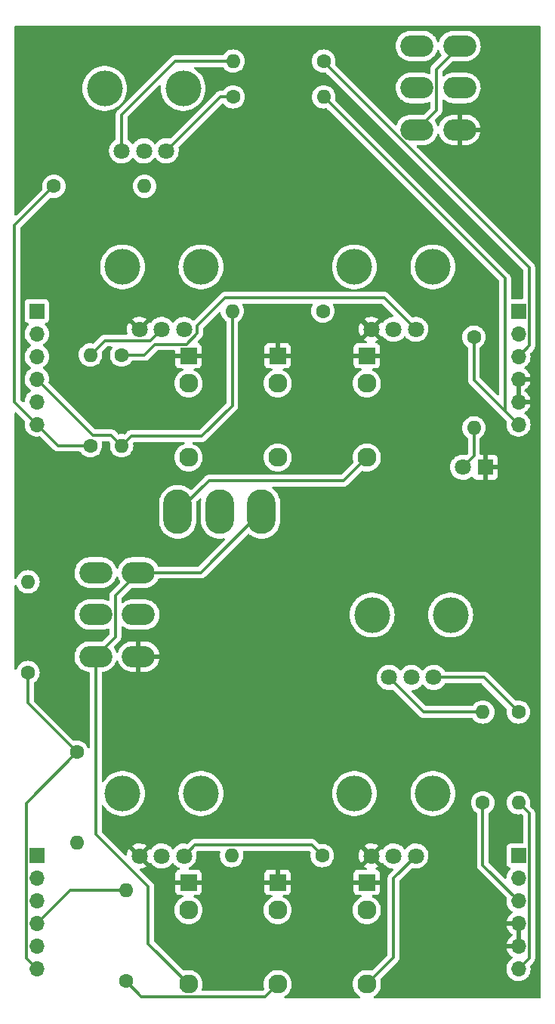
<source format=gtl>
G04 #@! TF.GenerationSoftware,KiCad,Pcbnew,6.0.10+dfsg-1~bpo11+1*
G04 #@! TF.CreationDate,2023-01-12T20:06:18+00:00*
G04 #@! TF.ProjectId,MS20-VCF,4d533230-2d56-4434-962e-6b696361645f,rev?*
G04 #@! TF.SameCoordinates,Original*
G04 #@! TF.FileFunction,Copper,L1,Top*
G04 #@! TF.FilePolarity,Positive*
%FSLAX46Y46*%
G04 Gerber Fmt 4.6, Leading zero omitted, Abs format (unit mm)*
G04 Created by KiCad (PCBNEW 6.0.10+dfsg-1~bpo11+1) date 2023-01-12 20:06:18*
%MOMM*%
%LPD*%
G01*
G04 APERTURE LIST*
G04 #@! TA.AperFunction,WasherPad*
%ADD10C,4.000000*%
G04 #@! TD*
G04 #@! TA.AperFunction,ComponentPad*
%ADD11C,1.800000*%
G04 #@! TD*
G04 #@! TA.AperFunction,ComponentPad*
%ADD12R,1.800000X1.800000*%
G04 #@! TD*
G04 #@! TA.AperFunction,ComponentPad*
%ADD13R,1.930000X1.830000*%
G04 #@! TD*
G04 #@! TA.AperFunction,ComponentPad*
%ADD14C,2.130000*%
G04 #@! TD*
G04 #@! TA.AperFunction,ComponentPad*
%ADD15C,1.600000*%
G04 #@! TD*
G04 #@! TA.AperFunction,ComponentPad*
%ADD16O,1.600000X1.600000*%
G04 #@! TD*
G04 #@! TA.AperFunction,ComponentPad*
%ADD17O,3.700000X2.400000*%
G04 #@! TD*
G04 #@! TA.AperFunction,ComponentPad*
%ADD18O,3.200000X5.000000*%
G04 #@! TD*
G04 #@! TA.AperFunction,ComponentPad*
%ADD19R,1.700000X1.700000*%
G04 #@! TD*
G04 #@! TA.AperFunction,ComponentPad*
%ADD20O,1.700000X1.700000*%
G04 #@! TD*
G04 #@! TA.AperFunction,Conductor*
%ADD21C,0.300000*%
G04 #@! TD*
G04 APERTURE END LIST*
D10*
X116400000Y-64050000D03*
X107600000Y-64050000D03*
D11*
X114500000Y-71050000D03*
X112000000Y-71050000D03*
X109500000Y-71050000D03*
D10*
X114400000Y-44050000D03*
X105600000Y-44050000D03*
D11*
X112500000Y-51050000D03*
X110000000Y-51050000D03*
X107500000Y-51050000D03*
D12*
X148275000Y-86500000D03*
D11*
X145735000Y-86500000D03*
D13*
X115000000Y-74000000D03*
D14*
X115000000Y-85400000D03*
X115000000Y-77100000D03*
D13*
X125000000Y-74000000D03*
D14*
X125000000Y-85400000D03*
X125000000Y-77100000D03*
D13*
X135000000Y-74000000D03*
D14*
X135000000Y-85400000D03*
X135000000Y-77100000D03*
D15*
X104000000Y-84080000D03*
D16*
X104000000Y-73920000D03*
D15*
X99920000Y-55000000D03*
D16*
X110080000Y-55000000D03*
D15*
X120000000Y-45000000D03*
D16*
X130160000Y-45000000D03*
D15*
X130160000Y-41000000D03*
D16*
X120000000Y-41000000D03*
D15*
X107500000Y-73920000D03*
D16*
X107500000Y-84080000D03*
D15*
X130080000Y-69000000D03*
D16*
X119920000Y-69000000D03*
D15*
X130000000Y-130000000D03*
D16*
X119840000Y-130000000D03*
D15*
X108000000Y-144080000D03*
D16*
X108000000Y-133920000D03*
D10*
X142400000Y-64050000D03*
X133600000Y-64050000D03*
D11*
X140500000Y-71050000D03*
X138000000Y-71050000D03*
X135500000Y-71050000D03*
D17*
X140600000Y-39300000D03*
X140600000Y-44000000D03*
X140600000Y-48700000D03*
X145400000Y-39300000D03*
X145400000Y-44000000D03*
X145400000Y-48700000D03*
D18*
X113800000Y-91500000D03*
X118500000Y-91500000D03*
X123200000Y-91500000D03*
D13*
X135000000Y-133000000D03*
D14*
X135000000Y-144400000D03*
X135000000Y-136100000D03*
D13*
X115000000Y-133000000D03*
D14*
X115000000Y-144400000D03*
X115000000Y-136100000D03*
D13*
X125000000Y-133000000D03*
D14*
X125000000Y-144400000D03*
X125000000Y-136100000D03*
D15*
X147000000Y-71920000D03*
D16*
X147000000Y-82080000D03*
D15*
X97000000Y-109500000D03*
D16*
X97000000Y-99340000D03*
D15*
X148000000Y-124080000D03*
D16*
X148000000Y-113920000D03*
D15*
X152000000Y-113920000D03*
D16*
X152000000Y-124080000D03*
D15*
X102500000Y-118420000D03*
D16*
X102500000Y-128580000D03*
D17*
X104600000Y-98300000D03*
X104600000Y-103000000D03*
X104600000Y-107700000D03*
X109400000Y-98300000D03*
X109400000Y-103000000D03*
X109400000Y-107700000D03*
D10*
X133600000Y-123050000D03*
X142400000Y-123050000D03*
D11*
X140500000Y-130050000D03*
X138000000Y-130050000D03*
X135500000Y-130050000D03*
D10*
X116400000Y-123050000D03*
X107600000Y-123050000D03*
D11*
X114500000Y-130050000D03*
X112000000Y-130050000D03*
X109500000Y-130050000D03*
D10*
X135600000Y-103050000D03*
X144400000Y-103050000D03*
D11*
X142500000Y-110050000D03*
X140000000Y-110050000D03*
X137500000Y-110050000D03*
D19*
X98000000Y-69000000D03*
D20*
X98000000Y-71540000D03*
X98000000Y-74080000D03*
X98000000Y-76620000D03*
X98000000Y-79160000D03*
X98000000Y-81700000D03*
D19*
X152000000Y-69000000D03*
D20*
X152000000Y-71540000D03*
X152000000Y-74080000D03*
X152000000Y-76620000D03*
X152000000Y-79160000D03*
X152000000Y-81700000D03*
D19*
X98000000Y-130000000D03*
D20*
X98000000Y-132540000D03*
X98000000Y-135080000D03*
X98000000Y-137620000D03*
X98000000Y-140160000D03*
X98000000Y-142700000D03*
D19*
X152000000Y-130000000D03*
D20*
X152000000Y-132540000D03*
X152000000Y-135080000D03*
X152000000Y-137620000D03*
X152000000Y-140160000D03*
X152000000Y-142700000D03*
D21*
X150500000Y-65340000D02*
X150500000Y-80200000D01*
X152080000Y-81780000D02*
X152000000Y-81700000D01*
X150500000Y-80200000D02*
X152000000Y-81700000D01*
X152000000Y-124080000D02*
X153199511Y-125279511D01*
X130160000Y-45000000D02*
X150500000Y-65340000D01*
X153199511Y-125279511D02*
X153199511Y-141500489D01*
X147000000Y-71920000D02*
X147000000Y-76700000D01*
X147000000Y-76700000D02*
X150500000Y-80200000D01*
X153199511Y-141500489D02*
X152000000Y-142700000D01*
X152000000Y-74080000D02*
X153199511Y-72880489D01*
X153199511Y-72880489D02*
X153199511Y-64140863D01*
X148000000Y-124080000D02*
X148000000Y-131080000D01*
X130160000Y-41101352D02*
X130160000Y-41000000D01*
X153199511Y-64140863D02*
X130160000Y-41101352D01*
X148000000Y-131080000D02*
X152000000Y-135080000D01*
X104310489Y-82930489D02*
X98000000Y-76620000D01*
X106350489Y-82930489D02*
X104310489Y-82930489D01*
X119920000Y-69000000D02*
X119920000Y-79580000D01*
X108580000Y-83000000D02*
X107500000Y-84080000D01*
X116500000Y-83000000D02*
X108580000Y-83000000D01*
X107500000Y-84080000D02*
X106350489Y-82930489D01*
X119920000Y-79580000D02*
X116500000Y-83000000D01*
X108000000Y-133920000D02*
X101700000Y-133920000D01*
X101700000Y-133920000D02*
X98000000Y-137620000D01*
X110750489Y-72299511D02*
X105620489Y-72299511D01*
X104000000Y-73920000D02*
X105620489Y-72299511D01*
X110750489Y-72299511D02*
X112000000Y-71050000D01*
X138000000Y-132550000D02*
X140500000Y-130050000D01*
X135000000Y-144400000D02*
X138000000Y-141400000D01*
X138000000Y-141400000D02*
X138000000Y-132550000D01*
X120000000Y-45000000D02*
X118550000Y-45000000D01*
X118550000Y-45000000D02*
X112500000Y-51050000D01*
X110000000Y-54920000D02*
X110080000Y-55000000D01*
X120000000Y-41000000D02*
X113500000Y-41000000D01*
X107500000Y-47000000D02*
X107500000Y-51050000D01*
X113500000Y-41000000D02*
X107500000Y-47000000D01*
X142500000Y-110050000D02*
X148130000Y-110050000D01*
X148130000Y-110050000D02*
X152000000Y-113920000D01*
X148000000Y-113920000D02*
X141370000Y-113920000D01*
X141370000Y-113920000D02*
X137500000Y-110050000D01*
X104000000Y-84080000D02*
X100380000Y-84080000D01*
X95500000Y-79200000D02*
X98000000Y-81700000D01*
X95500000Y-59420000D02*
X95500000Y-79200000D01*
X100380000Y-84080000D02*
X98000000Y-81700000D01*
X99920000Y-55000000D02*
X95500000Y-59420000D01*
X145400000Y-39300000D02*
X142799520Y-41900480D01*
X142799520Y-41900480D02*
X142799520Y-46500480D01*
X142799520Y-46500480D02*
X140600000Y-48700000D01*
X135000000Y-85400000D02*
X132400000Y-88000000D01*
X117300000Y-88000000D02*
X113800000Y-91500000D01*
X132400000Y-88000000D02*
X117300000Y-88000000D01*
X109734511Y-145814511D02*
X108000000Y-144080000D01*
X125000000Y-144400000D02*
X123585489Y-145814511D01*
X123585489Y-145814511D02*
X109734511Y-145814511D01*
X96800489Y-124119511D02*
X102500000Y-118420000D01*
X98000000Y-142700000D02*
X96800489Y-141500489D01*
X97000000Y-112920000D02*
X102500000Y-118420000D01*
X96800489Y-141500489D02*
X96800489Y-124119511D01*
X97000000Y-109500000D02*
X97000000Y-112920000D01*
X116400000Y-98300000D02*
X109400000Y-98300000D01*
X104600000Y-107700000D02*
X104600000Y-127600000D01*
X109400000Y-98300000D02*
X106799520Y-100900480D01*
X110500000Y-133500000D02*
X110500000Y-139900000D01*
X104600000Y-127600000D02*
X110500000Y-133500000D01*
X106799520Y-105500480D02*
X104600000Y-107700000D01*
X123200000Y-91500000D02*
X116400000Y-98300000D01*
X110500000Y-139900000D02*
X115000000Y-144400000D01*
X106799520Y-100900480D02*
X106799520Y-105500480D01*
X147000000Y-82080000D02*
X147000000Y-85235000D01*
X147000000Y-85235000D02*
X145735000Y-86500000D01*
X111265000Y-72735000D02*
X110080000Y-73920000D01*
X119100688Y-67500000D02*
X116000000Y-70600688D01*
X116000000Y-71500000D02*
X114765000Y-72735000D01*
X116000000Y-70600688D02*
X116000000Y-71500000D01*
X110080000Y-73920000D02*
X107500000Y-73920000D01*
X140500000Y-71050000D02*
X136950000Y-67500000D01*
X136950000Y-67500000D02*
X119100688Y-67500000D01*
X114765000Y-72735000D02*
X111265000Y-72735000D01*
X128800489Y-128800489D02*
X115749511Y-128800489D01*
X115749511Y-128800489D02*
X114500000Y-130050000D01*
X130000000Y-130000000D02*
X128800489Y-128800489D01*
G04 #@! TA.AperFunction,Conductor*
G36*
X154433621Y-37028502D02*
G01*
X154480114Y-37082158D01*
X154491500Y-37134500D01*
X154491500Y-145865500D01*
X154471498Y-145933621D01*
X154417842Y-145980114D01*
X154365500Y-145991500D01*
X135861163Y-145991500D01*
X135793042Y-145971498D01*
X135746549Y-145917842D01*
X135736445Y-145847568D01*
X135765939Y-145782988D01*
X135795328Y-145758067D01*
X135823241Y-145740962D01*
X135927740Y-145676925D01*
X136116073Y-145516073D01*
X136276925Y-145327740D01*
X136406334Y-145116563D01*
X136420505Y-145082353D01*
X136499221Y-144892315D01*
X136499222Y-144892313D01*
X136501115Y-144887742D01*
X136521501Y-144802830D01*
X136557779Y-144651724D01*
X136557780Y-144651718D01*
X136558934Y-144646911D01*
X136578366Y-144400000D01*
X136558934Y-144153089D01*
X136557778Y-144148275D01*
X136557777Y-144148267D01*
X136501691Y-143914656D01*
X136505237Y-143843748D01*
X136535114Y-143796146D01*
X138407605Y-141923655D01*
X138416385Y-141915665D01*
X138416387Y-141915663D01*
X138423080Y-141911416D01*
X138471605Y-141859742D01*
X138474359Y-141856901D01*
X138494927Y-141836333D01*
X138497647Y-141832826D01*
X138505353Y-141823804D01*
X138527419Y-141800306D01*
X138536972Y-141790133D01*
X138540794Y-141783181D01*
X138547303Y-141771342D01*
X138558157Y-141754818D01*
X138566445Y-141744132D01*
X138571304Y-141737868D01*
X138574452Y-141730594D01*
X138589654Y-141695465D01*
X138594876Y-141684805D01*
X138613305Y-141651284D01*
X138613306Y-141651282D01*
X138617124Y-141644337D01*
X138622459Y-141623559D01*
X138628858Y-141604869D01*
X138637380Y-141585176D01*
X138644606Y-141539552D01*
X138647013Y-141527929D01*
X138656528Y-141490868D01*
X138658500Y-141483188D01*
X138658500Y-141461741D01*
X138660051Y-141442031D01*
X138662166Y-141428677D01*
X138663406Y-141420848D01*
X138659059Y-141374859D01*
X138658500Y-141363004D01*
X138658500Y-139894183D01*
X150664389Y-139894183D01*
X150665912Y-139902607D01*
X150678292Y-139906000D01*
X151727885Y-139906000D01*
X151743124Y-139901525D01*
X151744329Y-139900135D01*
X151746000Y-139892452D01*
X151746000Y-137892115D01*
X151741525Y-137876876D01*
X151740135Y-137875671D01*
X151732452Y-137874000D01*
X150683225Y-137874000D01*
X150669694Y-137877973D01*
X150668257Y-137887966D01*
X150698565Y-138022446D01*
X150701645Y-138032275D01*
X150781770Y-138229603D01*
X150786413Y-138238794D01*
X150897694Y-138420388D01*
X150903777Y-138428699D01*
X151043213Y-138589667D01*
X151050580Y-138596883D01*
X151214434Y-138732916D01*
X151222881Y-138738831D01*
X151292479Y-138779501D01*
X151341203Y-138831140D01*
X151354274Y-138900923D01*
X151327543Y-138966694D01*
X151287087Y-139000053D01*
X151278462Y-139004542D01*
X151269738Y-139010036D01*
X151099433Y-139137905D01*
X151091726Y-139144748D01*
X150944590Y-139298717D01*
X150938104Y-139306727D01*
X150818098Y-139482649D01*
X150813000Y-139491623D01*
X150723338Y-139684783D01*
X150719775Y-139694470D01*
X150664389Y-139894183D01*
X138658500Y-139894183D01*
X138658500Y-132874950D01*
X138678502Y-132806829D01*
X138695405Y-132785855D01*
X140031527Y-131449733D01*
X140093839Y-131415707D01*
X140145742Y-131415357D01*
X140198048Y-131425999D01*
X140332656Y-131453385D01*
X140463324Y-131458176D01*
X140558949Y-131461683D01*
X140558953Y-131461683D01*
X140564113Y-131461872D01*
X140569233Y-131461216D01*
X140569235Y-131461216D01*
X140658871Y-131449733D01*
X140793847Y-131432442D01*
X140798795Y-131430957D01*
X140798802Y-131430956D01*
X141010747Y-131367369D01*
X141015690Y-131365886D01*
X141030767Y-131358500D01*
X141219049Y-131266262D01*
X141219052Y-131266260D01*
X141223684Y-131263991D01*
X141412243Y-131129494D01*
X141576303Y-130966005D01*
X141711458Y-130777917D01*
X141773808Y-130651762D01*
X141811784Y-130574922D01*
X141811785Y-130574920D01*
X141814078Y-130570280D01*
X141881408Y-130348671D01*
X141911640Y-130119041D01*
X141913327Y-130050000D01*
X141905629Y-129956363D01*
X141894773Y-129824318D01*
X141894772Y-129824312D01*
X141894349Y-129819167D01*
X141860797Y-129685592D01*
X141839184Y-129599544D01*
X141839183Y-129599540D01*
X141837925Y-129594533D01*
X141835866Y-129589797D01*
X141747630Y-129386868D01*
X141747628Y-129386865D01*
X141745570Y-129382131D01*
X141619764Y-129187665D01*
X141463887Y-129016358D01*
X141459836Y-129013159D01*
X141459832Y-129013155D01*
X141286177Y-128876011D01*
X141286172Y-128876008D01*
X141282123Y-128872810D01*
X141277607Y-128870317D01*
X141277604Y-128870315D01*
X141083879Y-128763373D01*
X141083875Y-128763371D01*
X141079355Y-128760876D01*
X141074486Y-128759152D01*
X141074482Y-128759150D01*
X140865903Y-128685288D01*
X140865899Y-128685287D01*
X140861028Y-128683562D01*
X140855935Y-128682655D01*
X140855932Y-128682654D01*
X140638095Y-128643851D01*
X140638089Y-128643850D01*
X140633006Y-128642945D01*
X140560096Y-128642054D01*
X140406581Y-128640179D01*
X140406579Y-128640179D01*
X140401411Y-128640116D01*
X140172464Y-128675150D01*
X139952314Y-128747106D01*
X139947726Y-128749494D01*
X139947722Y-128749496D01*
X139845697Y-128802607D01*
X139746872Y-128854052D01*
X139742739Y-128857155D01*
X139742736Y-128857157D01*
X139670088Y-128911703D01*
X139561655Y-128993117D01*
X139401639Y-129160564D01*
X139354836Y-129229174D01*
X139299927Y-129274175D01*
X139229402Y-129282346D01*
X139165655Y-129251092D01*
X139144959Y-129226609D01*
X139122577Y-129192013D01*
X139122574Y-129192009D01*
X139119764Y-129187665D01*
X138963887Y-129016358D01*
X138959836Y-129013159D01*
X138959832Y-129013155D01*
X138786177Y-128876011D01*
X138786172Y-128876008D01*
X138782123Y-128872810D01*
X138777607Y-128870317D01*
X138777604Y-128870315D01*
X138583879Y-128763373D01*
X138583875Y-128763371D01*
X138579355Y-128760876D01*
X138574486Y-128759152D01*
X138574482Y-128759150D01*
X138365903Y-128685288D01*
X138365899Y-128685287D01*
X138361028Y-128683562D01*
X138355935Y-128682655D01*
X138355932Y-128682654D01*
X138138095Y-128643851D01*
X138138089Y-128643850D01*
X138133006Y-128642945D01*
X138060096Y-128642054D01*
X137906581Y-128640179D01*
X137906579Y-128640179D01*
X137901411Y-128640116D01*
X137672464Y-128675150D01*
X137452314Y-128747106D01*
X137447726Y-128749494D01*
X137447722Y-128749496D01*
X137345697Y-128802607D01*
X137246872Y-128854052D01*
X137242739Y-128857155D01*
X137242736Y-128857157D01*
X137170088Y-128911703D01*
X137061655Y-128993117D01*
X136901639Y-129160564D01*
X136898730Y-129164829D01*
X136898724Y-129164837D01*
X136850199Y-129235972D01*
X136795288Y-129280975D01*
X136724763Y-129289146D01*
X136663884Y-129260439D01*
X136658538Y-129255835D01*
X136648973Y-129260238D01*
X135872021Y-130037189D01*
X135864408Y-130051132D01*
X135864539Y-130052966D01*
X135868790Y-130059580D01*
X136646307Y-130837096D01*
X136658313Y-130843652D01*
X136667244Y-130836829D01*
X136733519Y-130811370D01*
X136803037Y-130825783D01*
X136851165Y-130871117D01*
X136856800Y-130880311D01*
X136859501Y-130884719D01*
X137011147Y-131059784D01*
X137189349Y-131207730D01*
X137389322Y-131324584D01*
X137394147Y-131326426D01*
X137394148Y-131326427D01*
X137424057Y-131337848D01*
X137605694Y-131407209D01*
X137610760Y-131408240D01*
X137610761Y-131408240D01*
X137647463Y-131415707D01*
X137832656Y-131453385D01*
X137854638Y-131454191D01*
X137864693Y-131454560D01*
X137932035Y-131477045D01*
X137976530Y-131532369D01*
X137984051Y-131602966D01*
X137949170Y-131669570D01*
X137592395Y-132026345D01*
X137583615Y-132034335D01*
X137583613Y-132034337D01*
X137576920Y-132038584D01*
X137571494Y-132044362D01*
X137571493Y-132044363D01*
X137528396Y-132090257D01*
X137525641Y-132093099D01*
X137505073Y-132113667D01*
X137502356Y-132117170D01*
X137494648Y-132126195D01*
X137463028Y-132159867D01*
X137459207Y-132166818D01*
X137459206Y-132166819D01*
X137452697Y-132178658D01*
X137441843Y-132195182D01*
X137434018Y-132205271D01*
X137428696Y-132212132D01*
X137425549Y-132219404D01*
X137425548Y-132219406D01*
X137410346Y-132254535D01*
X137405124Y-132265195D01*
X137382876Y-132305663D01*
X137377541Y-132326441D01*
X137371142Y-132345131D01*
X137362620Y-132364824D01*
X137361380Y-132372655D01*
X137355394Y-132410448D01*
X137352987Y-132422071D01*
X137341500Y-132466812D01*
X137341500Y-132488259D01*
X137339949Y-132507969D01*
X137336594Y-132529152D01*
X137337938Y-132543365D01*
X137340941Y-132575138D01*
X137341500Y-132586996D01*
X137341500Y-141075050D01*
X137321498Y-141143171D01*
X137304595Y-141164145D01*
X135603854Y-142864886D01*
X135541542Y-142898912D01*
X135485344Y-142898309D01*
X135251733Y-142842223D01*
X135251725Y-142842222D01*
X135246911Y-142841066D01*
X135000000Y-142821634D01*
X134753089Y-142841066D01*
X134748282Y-142842220D01*
X134748276Y-142842221D01*
X134597170Y-142878499D01*
X134512258Y-142898885D01*
X134507687Y-142900778D01*
X134507685Y-142900779D01*
X134288011Y-142991771D01*
X134288007Y-142991773D01*
X134283437Y-142993666D01*
X134072260Y-143123075D01*
X133883927Y-143283927D01*
X133723075Y-143472260D01*
X133593666Y-143683437D01*
X133591773Y-143688007D01*
X133591771Y-143688011D01*
X133500779Y-143907685D01*
X133498885Y-143912258D01*
X133494342Y-143931181D01*
X133442221Y-144148276D01*
X133442220Y-144148282D01*
X133441066Y-144153089D01*
X133421634Y-144400000D01*
X133441066Y-144646911D01*
X133442220Y-144651718D01*
X133442221Y-144651724D01*
X133478499Y-144802830D01*
X133498885Y-144887742D01*
X133500778Y-144892313D01*
X133500779Y-144892315D01*
X133579496Y-145082353D01*
X133593666Y-145116563D01*
X133723075Y-145327740D01*
X133883927Y-145516073D01*
X134072260Y-145676925D01*
X134176759Y-145740962D01*
X134204672Y-145758067D01*
X134252303Y-145810715D01*
X134263910Y-145880756D01*
X134235807Y-145945954D01*
X134176917Y-145985608D01*
X134138837Y-145991500D01*
X125861163Y-145991500D01*
X125793042Y-145971498D01*
X125746549Y-145917842D01*
X125736445Y-145847568D01*
X125765939Y-145782988D01*
X125795328Y-145758067D01*
X125823241Y-145740962D01*
X125927740Y-145676925D01*
X126116073Y-145516073D01*
X126276925Y-145327740D01*
X126406334Y-145116563D01*
X126420505Y-145082353D01*
X126499221Y-144892315D01*
X126499222Y-144892313D01*
X126501115Y-144887742D01*
X126521501Y-144802830D01*
X126557779Y-144651724D01*
X126557780Y-144651718D01*
X126558934Y-144646911D01*
X126578366Y-144400000D01*
X126558934Y-144153089D01*
X126557780Y-144148282D01*
X126557779Y-144148276D01*
X126505658Y-143931181D01*
X126501115Y-143912258D01*
X126499221Y-143907685D01*
X126408229Y-143688011D01*
X126408227Y-143688007D01*
X126406334Y-143683437D01*
X126276925Y-143472260D01*
X126116073Y-143283927D01*
X125927740Y-143123075D01*
X125716563Y-142993666D01*
X125711993Y-142991773D01*
X125711989Y-142991771D01*
X125492315Y-142900779D01*
X125492313Y-142900778D01*
X125487742Y-142898885D01*
X125402830Y-142878499D01*
X125251724Y-142842221D01*
X125251718Y-142842220D01*
X125246911Y-142841066D01*
X125000000Y-142821634D01*
X124753089Y-142841066D01*
X124748282Y-142842220D01*
X124748276Y-142842221D01*
X124597170Y-142878499D01*
X124512258Y-142898885D01*
X124507687Y-142900778D01*
X124507685Y-142900779D01*
X124288011Y-142991771D01*
X124288007Y-142991773D01*
X124283437Y-142993666D01*
X124072260Y-143123075D01*
X123883927Y-143283927D01*
X123723075Y-143472260D01*
X123593666Y-143683437D01*
X123591773Y-143688007D01*
X123591771Y-143688011D01*
X123500779Y-143907685D01*
X123498885Y-143912258D01*
X123494342Y-143931181D01*
X123442221Y-144148276D01*
X123442220Y-144148282D01*
X123441066Y-144153089D01*
X123421634Y-144400000D01*
X123441066Y-144646911D01*
X123442222Y-144651724D01*
X123442223Y-144651733D01*
X123498309Y-144885344D01*
X123494763Y-144956252D01*
X123464886Y-145003854D01*
X123349634Y-145119106D01*
X123287322Y-145153132D01*
X123260539Y-145156011D01*
X116578567Y-145156011D01*
X116510446Y-145136009D01*
X116463953Y-145082353D01*
X116453849Y-145012079D01*
X116462158Y-144981793D01*
X116499221Y-144892315D01*
X116499222Y-144892313D01*
X116501115Y-144887742D01*
X116521501Y-144802830D01*
X116557779Y-144651724D01*
X116557780Y-144651718D01*
X116558934Y-144646911D01*
X116578366Y-144400000D01*
X116558934Y-144153089D01*
X116557780Y-144148282D01*
X116557779Y-144148276D01*
X116505658Y-143931181D01*
X116501115Y-143912258D01*
X116499221Y-143907685D01*
X116408229Y-143688011D01*
X116408227Y-143688007D01*
X116406334Y-143683437D01*
X116276925Y-143472260D01*
X116116073Y-143283927D01*
X115927740Y-143123075D01*
X115716563Y-142993666D01*
X115711993Y-142991773D01*
X115711989Y-142991771D01*
X115492315Y-142900779D01*
X115492313Y-142900778D01*
X115487742Y-142898885D01*
X115402830Y-142878499D01*
X115251724Y-142842221D01*
X115251718Y-142842220D01*
X115246911Y-142841066D01*
X115000000Y-142821634D01*
X114753089Y-142841066D01*
X114748275Y-142842222D01*
X114748267Y-142842223D01*
X114514656Y-142898309D01*
X114443748Y-142894763D01*
X114396146Y-142864886D01*
X111195405Y-139664145D01*
X111161379Y-139601833D01*
X111158500Y-139575050D01*
X111158500Y-136100000D01*
X113421634Y-136100000D01*
X113441066Y-136346911D01*
X113442220Y-136351718D01*
X113442221Y-136351724D01*
X113444495Y-136361195D01*
X113498885Y-136587742D01*
X113500778Y-136592313D01*
X113500779Y-136592315D01*
X113503095Y-136597905D01*
X113593666Y-136816563D01*
X113723075Y-137027740D01*
X113883927Y-137216073D01*
X114072260Y-137376925D01*
X114283437Y-137506334D01*
X114288007Y-137508227D01*
X114288011Y-137508229D01*
X114507685Y-137599221D01*
X114512258Y-137601115D01*
X114576949Y-137616646D01*
X114748276Y-137657779D01*
X114748282Y-137657780D01*
X114753089Y-137658934D01*
X115000000Y-137678366D01*
X115246911Y-137658934D01*
X115251718Y-137657780D01*
X115251724Y-137657779D01*
X115423051Y-137616646D01*
X115487742Y-137601115D01*
X115492315Y-137599221D01*
X115711989Y-137508229D01*
X115711993Y-137508227D01*
X115716563Y-137506334D01*
X115927740Y-137376925D01*
X116116073Y-137216073D01*
X116276925Y-137027740D01*
X116406334Y-136816563D01*
X116496906Y-136597905D01*
X116499221Y-136592315D01*
X116499222Y-136592313D01*
X116501115Y-136587742D01*
X116555505Y-136361195D01*
X116557779Y-136351724D01*
X116557780Y-136351718D01*
X116558934Y-136346911D01*
X116578366Y-136100000D01*
X123421634Y-136100000D01*
X123441066Y-136346911D01*
X123442220Y-136351718D01*
X123442221Y-136351724D01*
X123444495Y-136361195D01*
X123498885Y-136587742D01*
X123500778Y-136592313D01*
X123500779Y-136592315D01*
X123503095Y-136597905D01*
X123593666Y-136816563D01*
X123723075Y-137027740D01*
X123883927Y-137216073D01*
X124072260Y-137376925D01*
X124283437Y-137506334D01*
X124288007Y-137508227D01*
X124288011Y-137508229D01*
X124507685Y-137599221D01*
X124512258Y-137601115D01*
X124576949Y-137616646D01*
X124748276Y-137657779D01*
X124748282Y-137657780D01*
X124753089Y-137658934D01*
X125000000Y-137678366D01*
X125246911Y-137658934D01*
X125251718Y-137657780D01*
X125251724Y-137657779D01*
X125423051Y-137616646D01*
X125487742Y-137601115D01*
X125492315Y-137599221D01*
X125711989Y-137508229D01*
X125711993Y-137508227D01*
X125716563Y-137506334D01*
X125927740Y-137376925D01*
X126116073Y-137216073D01*
X126276925Y-137027740D01*
X126406334Y-136816563D01*
X126496906Y-136597905D01*
X126499221Y-136592315D01*
X126499222Y-136592313D01*
X126501115Y-136587742D01*
X126555505Y-136361195D01*
X126557779Y-136351724D01*
X126557780Y-136351718D01*
X126558934Y-136346911D01*
X126578366Y-136100000D01*
X133421634Y-136100000D01*
X133441066Y-136346911D01*
X133442220Y-136351718D01*
X133442221Y-136351724D01*
X133444495Y-136361195D01*
X133498885Y-136587742D01*
X133500778Y-136592313D01*
X133500779Y-136592315D01*
X133503095Y-136597905D01*
X133593666Y-136816563D01*
X133723075Y-137027740D01*
X133883927Y-137216073D01*
X134072260Y-137376925D01*
X134283437Y-137506334D01*
X134288007Y-137508227D01*
X134288011Y-137508229D01*
X134507685Y-137599221D01*
X134512258Y-137601115D01*
X134576949Y-137616646D01*
X134748276Y-137657779D01*
X134748282Y-137657780D01*
X134753089Y-137658934D01*
X135000000Y-137678366D01*
X135246911Y-137658934D01*
X135251718Y-137657780D01*
X135251724Y-137657779D01*
X135423051Y-137616646D01*
X135487742Y-137601115D01*
X135492315Y-137599221D01*
X135711989Y-137508229D01*
X135711993Y-137508227D01*
X135716563Y-137506334D01*
X135927740Y-137376925D01*
X136116073Y-137216073D01*
X136276925Y-137027740D01*
X136406334Y-136816563D01*
X136496906Y-136597905D01*
X136499221Y-136592315D01*
X136499222Y-136592313D01*
X136501115Y-136587742D01*
X136555505Y-136361195D01*
X136557779Y-136351724D01*
X136557780Y-136351718D01*
X136558934Y-136346911D01*
X136578366Y-136100000D01*
X136558934Y-135853089D01*
X136557780Y-135848282D01*
X136557779Y-135848276D01*
X136502270Y-135617070D01*
X136501115Y-135612258D01*
X136499221Y-135607685D01*
X136408229Y-135388011D01*
X136408227Y-135388007D01*
X136406334Y-135383437D01*
X136276925Y-135172260D01*
X136116073Y-134983927D01*
X135927740Y-134823075D01*
X135716563Y-134693666D01*
X135648342Y-134665408D01*
X135593062Y-134620859D01*
X135570641Y-134553496D01*
X135588199Y-134484705D01*
X135640162Y-134436326D01*
X135696561Y-134422999D01*
X136009669Y-134422999D01*
X136016490Y-134422629D01*
X136067352Y-134417105D01*
X136082604Y-134413479D01*
X136203054Y-134368324D01*
X136218649Y-134359786D01*
X136320724Y-134283285D01*
X136333285Y-134270724D01*
X136409786Y-134168649D01*
X136418324Y-134153054D01*
X136463478Y-134032606D01*
X136467105Y-134017351D01*
X136472631Y-133966486D01*
X136473000Y-133959672D01*
X136473000Y-133272115D01*
X136468525Y-133256876D01*
X136467135Y-133255671D01*
X136459452Y-133254000D01*
X133545116Y-133254000D01*
X133529877Y-133258475D01*
X133528672Y-133259865D01*
X133527001Y-133267548D01*
X133527001Y-133959669D01*
X133527371Y-133966490D01*
X133532895Y-134017352D01*
X133536521Y-134032604D01*
X133581676Y-134153054D01*
X133590214Y-134168649D01*
X133666715Y-134270724D01*
X133679276Y-134283285D01*
X133781351Y-134359786D01*
X133796946Y-134368324D01*
X133917394Y-134413478D01*
X133932649Y-134417105D01*
X133983514Y-134422631D01*
X133990328Y-134423000D01*
X134303438Y-134423000D01*
X134371559Y-134443002D01*
X134418052Y-134496658D01*
X134428156Y-134566932D01*
X134398662Y-134631512D01*
X134351657Y-134665408D01*
X134323360Y-134677129D01*
X134288011Y-134691771D01*
X134288007Y-134691773D01*
X134283437Y-134693666D01*
X134072260Y-134823075D01*
X133883927Y-134983927D01*
X133723075Y-135172260D01*
X133593666Y-135383437D01*
X133591773Y-135388007D01*
X133591771Y-135388011D01*
X133500779Y-135607685D01*
X133498885Y-135612258D01*
X133497730Y-135617070D01*
X133442221Y-135848276D01*
X133442220Y-135848282D01*
X133441066Y-135853089D01*
X133421634Y-136100000D01*
X126578366Y-136100000D01*
X126558934Y-135853089D01*
X126557780Y-135848282D01*
X126557779Y-135848276D01*
X126502270Y-135617070D01*
X126501115Y-135612258D01*
X126499221Y-135607685D01*
X126408229Y-135388011D01*
X126408227Y-135388007D01*
X126406334Y-135383437D01*
X126276925Y-135172260D01*
X126116073Y-134983927D01*
X125927740Y-134823075D01*
X125716563Y-134693666D01*
X125648342Y-134665408D01*
X125593062Y-134620859D01*
X125570641Y-134553496D01*
X125588199Y-134484705D01*
X125640162Y-134436326D01*
X125696561Y-134422999D01*
X126009669Y-134422999D01*
X126016490Y-134422629D01*
X126067352Y-134417105D01*
X126082604Y-134413479D01*
X126203054Y-134368324D01*
X126218649Y-134359786D01*
X126320724Y-134283285D01*
X126333285Y-134270724D01*
X126409786Y-134168649D01*
X126418324Y-134153054D01*
X126463478Y-134032606D01*
X126467105Y-134017351D01*
X126472631Y-133966486D01*
X126473000Y-133959672D01*
X126473000Y-133272115D01*
X126468525Y-133256876D01*
X126467135Y-133255671D01*
X126459452Y-133254000D01*
X123545116Y-133254000D01*
X123529877Y-133258475D01*
X123528672Y-133259865D01*
X123527001Y-133267548D01*
X123527001Y-133959669D01*
X123527371Y-133966490D01*
X123532895Y-134017352D01*
X123536521Y-134032604D01*
X123581676Y-134153054D01*
X123590214Y-134168649D01*
X123666715Y-134270724D01*
X123679276Y-134283285D01*
X123781351Y-134359786D01*
X123796946Y-134368324D01*
X123917394Y-134413478D01*
X123932649Y-134417105D01*
X123983514Y-134422631D01*
X123990328Y-134423000D01*
X124303438Y-134423000D01*
X124371559Y-134443002D01*
X124418052Y-134496658D01*
X124428156Y-134566932D01*
X124398662Y-134631512D01*
X124351657Y-134665408D01*
X124323360Y-134677129D01*
X124288011Y-134691771D01*
X124288007Y-134691773D01*
X124283437Y-134693666D01*
X124072260Y-134823075D01*
X123883927Y-134983927D01*
X123723075Y-135172260D01*
X123593666Y-135383437D01*
X123591773Y-135388007D01*
X123591771Y-135388011D01*
X123500779Y-135607685D01*
X123498885Y-135612258D01*
X123497730Y-135617070D01*
X123442221Y-135848276D01*
X123442220Y-135848282D01*
X123441066Y-135853089D01*
X123421634Y-136100000D01*
X116578366Y-136100000D01*
X116558934Y-135853089D01*
X116557780Y-135848282D01*
X116557779Y-135848276D01*
X116502270Y-135617070D01*
X116501115Y-135612258D01*
X116499221Y-135607685D01*
X116408229Y-135388011D01*
X116408227Y-135388007D01*
X116406334Y-135383437D01*
X116276925Y-135172260D01*
X116116073Y-134983927D01*
X115927740Y-134823075D01*
X115716563Y-134693666D01*
X115648342Y-134665408D01*
X115593062Y-134620859D01*
X115570641Y-134553496D01*
X115588199Y-134484705D01*
X115640162Y-134436326D01*
X115696561Y-134422999D01*
X116009669Y-134422999D01*
X116016490Y-134422629D01*
X116067352Y-134417105D01*
X116082604Y-134413479D01*
X116203054Y-134368324D01*
X116218649Y-134359786D01*
X116320724Y-134283285D01*
X116333285Y-134270724D01*
X116409786Y-134168649D01*
X116418324Y-134153054D01*
X116463478Y-134032606D01*
X116467105Y-134017351D01*
X116472631Y-133966486D01*
X116473000Y-133959672D01*
X116473000Y-133272115D01*
X116468525Y-133256876D01*
X116467135Y-133255671D01*
X116459452Y-133254000D01*
X113545116Y-133254000D01*
X113529877Y-133258475D01*
X113528672Y-133259865D01*
X113527001Y-133267548D01*
X113527001Y-133959669D01*
X113527371Y-133966490D01*
X113532895Y-134017352D01*
X113536521Y-134032604D01*
X113581676Y-134153054D01*
X113590214Y-134168649D01*
X113666715Y-134270724D01*
X113679276Y-134283285D01*
X113781351Y-134359786D01*
X113796946Y-134368324D01*
X113917394Y-134413478D01*
X113932649Y-134417105D01*
X113983514Y-134422631D01*
X113990328Y-134423000D01*
X114303438Y-134423000D01*
X114371559Y-134443002D01*
X114418052Y-134496658D01*
X114428156Y-134566932D01*
X114398662Y-134631512D01*
X114351657Y-134665408D01*
X114323360Y-134677129D01*
X114288011Y-134691771D01*
X114288007Y-134691773D01*
X114283437Y-134693666D01*
X114072260Y-134823075D01*
X113883927Y-134983927D01*
X113723075Y-135172260D01*
X113593666Y-135383437D01*
X113591773Y-135388007D01*
X113591771Y-135388011D01*
X113500779Y-135607685D01*
X113498885Y-135612258D01*
X113497730Y-135617070D01*
X113442221Y-135848276D01*
X113442220Y-135848282D01*
X113441066Y-135853089D01*
X113421634Y-136100000D01*
X111158500Y-136100000D01*
X111158500Y-133582056D01*
X111159059Y-133570200D01*
X111159059Y-133570197D01*
X111160788Y-133562463D01*
X111158562Y-133491631D01*
X111158500Y-133487673D01*
X111158500Y-133458568D01*
X111157944Y-133454168D01*
X111157012Y-133442330D01*
X111155811Y-133404094D01*
X111155562Y-133396169D01*
X111149580Y-133375579D01*
X111145570Y-133356216D01*
X111143875Y-133342796D01*
X111143875Y-133342795D01*
X111142882Y-133334936D01*
X111139966Y-133327571D01*
X111139965Y-133327567D01*
X111125874Y-133291979D01*
X111122035Y-133280769D01*
X111109145Y-133236400D01*
X111098225Y-133217935D01*
X111089534Y-133200195D01*
X111081635Y-133180244D01*
X111054482Y-133142871D01*
X111047967Y-133132952D01*
X111028493Y-133100023D01*
X111028490Y-133100019D01*
X111024453Y-133093193D01*
X111009289Y-133078029D01*
X110996448Y-133062995D01*
X110988501Y-133052057D01*
X110983841Y-133045643D01*
X110948247Y-133016197D01*
X110939468Y-133008208D01*
X109593567Y-131662307D01*
X109559541Y-131599995D01*
X109564606Y-131529180D01*
X109607153Y-131472344D01*
X109666652Y-131448233D01*
X109788622Y-131432608D01*
X109798688Y-131430468D01*
X110010557Y-131366905D01*
X110020152Y-131363144D01*
X110218778Y-131265838D01*
X110227636Y-131260559D01*
X110285097Y-131219572D01*
X110293497Y-131208874D01*
X110286509Y-131195720D01*
X109141922Y-130051132D01*
X109864408Y-130051132D01*
X109864539Y-130052966D01*
X109868790Y-130059580D01*
X110646307Y-130837096D01*
X110658313Y-130843652D01*
X110667244Y-130836829D01*
X110733519Y-130811370D01*
X110803037Y-130825783D01*
X110851165Y-130871117D01*
X110856800Y-130880311D01*
X110859501Y-130884719D01*
X111011147Y-131059784D01*
X111189349Y-131207730D01*
X111389322Y-131324584D01*
X111394147Y-131326426D01*
X111394148Y-131326427D01*
X111424057Y-131337848D01*
X111605694Y-131407209D01*
X111610760Y-131408240D01*
X111610761Y-131408240D01*
X111647463Y-131415707D01*
X111832656Y-131453385D01*
X111963324Y-131458176D01*
X112058949Y-131461683D01*
X112058953Y-131461683D01*
X112064113Y-131461872D01*
X112069233Y-131461216D01*
X112069235Y-131461216D01*
X112158871Y-131449733D01*
X112293847Y-131432442D01*
X112298795Y-131430957D01*
X112298802Y-131430956D01*
X112510747Y-131367369D01*
X112515690Y-131365886D01*
X112530767Y-131358500D01*
X112719049Y-131266262D01*
X112719052Y-131266260D01*
X112723684Y-131263991D01*
X112912243Y-131129494D01*
X113076303Y-130966005D01*
X113145370Y-130869888D01*
X113201365Y-130826240D01*
X113272068Y-130819794D01*
X113335033Y-130852597D01*
X113355128Y-130877584D01*
X113356799Y-130880311D01*
X113356802Y-130880315D01*
X113359501Y-130884719D01*
X113511147Y-131059784D01*
X113689349Y-131207730D01*
X113889322Y-131324584D01*
X113894151Y-131326428D01*
X113941089Y-131344352D01*
X113997593Y-131387339D01*
X114021886Y-131454050D01*
X114006256Y-131523305D01*
X113955665Y-131573115D01*
X113925288Y-131584645D01*
X113917393Y-131586522D01*
X113796946Y-131631676D01*
X113781351Y-131640214D01*
X113679276Y-131716715D01*
X113666715Y-131729276D01*
X113590214Y-131831351D01*
X113581676Y-131846946D01*
X113536522Y-131967394D01*
X113532895Y-131982649D01*
X113527369Y-132033514D01*
X113527000Y-132040328D01*
X113527000Y-132727885D01*
X113531475Y-132743124D01*
X113532865Y-132744329D01*
X113540548Y-132746000D01*
X116454884Y-132746000D01*
X116470123Y-132741525D01*
X116471328Y-132740135D01*
X116472999Y-132732452D01*
X116472999Y-132727885D01*
X123527000Y-132727885D01*
X123531475Y-132743124D01*
X123532865Y-132744329D01*
X123540548Y-132746000D01*
X124727885Y-132746000D01*
X124743124Y-132741525D01*
X124744329Y-132740135D01*
X124746000Y-132732452D01*
X124746000Y-132727885D01*
X125254000Y-132727885D01*
X125258475Y-132743124D01*
X125259865Y-132744329D01*
X125267548Y-132746000D01*
X126454884Y-132746000D01*
X126470123Y-132741525D01*
X126471328Y-132740135D01*
X126472999Y-132732452D01*
X126472999Y-132727885D01*
X133527000Y-132727885D01*
X133531475Y-132743124D01*
X133532865Y-132744329D01*
X133540548Y-132746000D01*
X136454884Y-132746000D01*
X136470123Y-132741525D01*
X136471328Y-132740135D01*
X136472999Y-132732452D01*
X136472999Y-132040331D01*
X136472629Y-132033510D01*
X136467105Y-131982648D01*
X136463479Y-131967396D01*
X136418324Y-131846946D01*
X136409786Y-131831351D01*
X136333285Y-131729276D01*
X136320724Y-131716715D01*
X136218649Y-131640214D01*
X136203054Y-131631676D01*
X136082602Y-131586520D01*
X136075240Y-131584770D01*
X136013592Y-131549554D01*
X135980771Y-131486600D01*
X135987195Y-131415895D01*
X136030826Y-131359887D01*
X136048951Y-131349036D01*
X136218778Y-131265838D01*
X136227636Y-131260559D01*
X136285097Y-131219572D01*
X136293497Y-131208874D01*
X136286510Y-131195721D01*
X135512811Y-130422021D01*
X135498868Y-130414408D01*
X135497034Y-130414539D01*
X135490420Y-130418790D01*
X134710180Y-131199031D01*
X134703423Y-131211406D01*
X134708704Y-131218461D01*
X134885080Y-131321527D01*
X134894366Y-131325976D01*
X134913524Y-131333292D01*
X134970026Y-131376280D01*
X134994318Y-131442991D01*
X134978687Y-131512246D01*
X134928095Y-131562056D01*
X134868573Y-131577001D01*
X133990331Y-131577001D01*
X133983510Y-131577371D01*
X133932648Y-131582895D01*
X133917396Y-131586521D01*
X133796946Y-131631676D01*
X133781351Y-131640214D01*
X133679276Y-131716715D01*
X133666715Y-131729276D01*
X133590214Y-131831351D01*
X133581676Y-131846946D01*
X133536522Y-131967394D01*
X133532895Y-131982649D01*
X133527369Y-132033514D01*
X133527000Y-132040328D01*
X133527000Y-132727885D01*
X126472999Y-132727885D01*
X126472999Y-132040331D01*
X126472629Y-132033510D01*
X126467105Y-131982648D01*
X126463479Y-131967396D01*
X126418324Y-131846946D01*
X126409786Y-131831351D01*
X126333285Y-131729276D01*
X126320724Y-131716715D01*
X126218649Y-131640214D01*
X126203054Y-131631676D01*
X126082606Y-131586522D01*
X126067351Y-131582895D01*
X126016486Y-131577369D01*
X126009672Y-131577000D01*
X125272115Y-131577000D01*
X125256876Y-131581475D01*
X125255671Y-131582865D01*
X125254000Y-131590548D01*
X125254000Y-132727885D01*
X124746000Y-132727885D01*
X124746000Y-131595116D01*
X124741525Y-131579877D01*
X124740135Y-131578672D01*
X124732452Y-131577001D01*
X123990331Y-131577001D01*
X123983510Y-131577371D01*
X123932648Y-131582895D01*
X123917396Y-131586521D01*
X123796946Y-131631676D01*
X123781351Y-131640214D01*
X123679276Y-131716715D01*
X123666715Y-131729276D01*
X123590214Y-131831351D01*
X123581676Y-131846946D01*
X123536522Y-131967394D01*
X123532895Y-131982649D01*
X123527369Y-132033514D01*
X123527000Y-132040328D01*
X123527000Y-132727885D01*
X116472999Y-132727885D01*
X116472999Y-132040331D01*
X116472629Y-132033510D01*
X116467105Y-131982648D01*
X116463479Y-131967396D01*
X116418324Y-131846946D01*
X116409786Y-131831351D01*
X116333285Y-131729276D01*
X116320724Y-131716715D01*
X116218649Y-131640214D01*
X116203054Y-131631676D01*
X116082606Y-131586522D01*
X116067351Y-131582895D01*
X116016486Y-131577369D01*
X116009672Y-131577000D01*
X115128354Y-131577000D01*
X115060233Y-131556998D01*
X115013740Y-131503342D01*
X115003636Y-131433068D01*
X115033130Y-131368488D01*
X115072921Y-131337849D01*
X115163363Y-131293542D01*
X115219049Y-131266262D01*
X115219052Y-131266260D01*
X115223684Y-131263991D01*
X115412243Y-131129494D01*
X115576303Y-130966005D01*
X115711458Y-130777917D01*
X115773808Y-130651762D01*
X115811784Y-130574922D01*
X115811785Y-130574920D01*
X115814078Y-130570280D01*
X115881408Y-130348671D01*
X115911640Y-130119041D01*
X115913327Y-130050000D01*
X115905629Y-129956363D01*
X115894773Y-129824318D01*
X115894772Y-129824312D01*
X115894349Y-129819167D01*
X115865124Y-129702816D01*
X115867928Y-129631875D01*
X115898233Y-129583026D01*
X115985365Y-129495894D01*
X116047677Y-129461868D01*
X116074460Y-129458989D01*
X118466098Y-129458989D01*
X118534219Y-129478991D01*
X118580712Y-129532647D01*
X118590816Y-129602921D01*
X118587805Y-129617600D01*
X118547882Y-129766595D01*
X118546457Y-129771913D01*
X118526502Y-130000000D01*
X118546457Y-130228087D01*
X118547881Y-130233400D01*
X118547881Y-130233402D01*
X118578768Y-130348671D01*
X118605716Y-130449243D01*
X118608039Y-130454224D01*
X118608039Y-130454225D01*
X118700151Y-130651762D01*
X118700154Y-130651767D01*
X118702477Y-130656749D01*
X118705634Y-130661257D01*
X118828758Y-130837096D01*
X118833802Y-130844300D01*
X118995700Y-131006198D01*
X119000208Y-131009355D01*
X119000211Y-131009357D01*
X119076944Y-131063086D01*
X119183251Y-131137523D01*
X119188233Y-131139846D01*
X119188238Y-131139849D01*
X119385775Y-131231961D01*
X119390757Y-131234284D01*
X119396065Y-131235706D01*
X119396067Y-131235707D01*
X119606598Y-131292119D01*
X119606600Y-131292119D01*
X119611913Y-131293543D01*
X119840000Y-131313498D01*
X120068087Y-131293543D01*
X120073400Y-131292119D01*
X120073402Y-131292119D01*
X120283933Y-131235707D01*
X120283935Y-131235706D01*
X120289243Y-131234284D01*
X120294225Y-131231961D01*
X120491762Y-131139849D01*
X120491767Y-131139846D01*
X120496749Y-131137523D01*
X120603056Y-131063086D01*
X120679789Y-131009357D01*
X120679792Y-131009355D01*
X120684300Y-131006198D01*
X120846198Y-130844300D01*
X120851243Y-130837096D01*
X120974366Y-130661257D01*
X120977523Y-130656749D01*
X120979846Y-130651767D01*
X120979849Y-130651762D01*
X121071961Y-130454225D01*
X121071961Y-130454224D01*
X121074284Y-130449243D01*
X121101233Y-130348671D01*
X121132119Y-130233402D01*
X121132119Y-130233400D01*
X121133543Y-130228087D01*
X121153498Y-130000000D01*
X121133543Y-129771913D01*
X121132118Y-129766595D01*
X121092195Y-129617600D01*
X121093885Y-129546624D01*
X121133679Y-129487828D01*
X121198943Y-129459880D01*
X121213902Y-129458989D01*
X128475539Y-129458989D01*
X128543660Y-129478991D01*
X128564634Y-129495894D01*
X128683376Y-129614636D01*
X128717402Y-129676948D01*
X128715988Y-129736341D01*
X128708515Y-129764234D01*
X128706457Y-129771913D01*
X128686502Y-130000000D01*
X128706457Y-130228087D01*
X128707881Y-130233400D01*
X128707881Y-130233402D01*
X128738768Y-130348671D01*
X128765716Y-130449243D01*
X128768039Y-130454224D01*
X128768039Y-130454225D01*
X128860151Y-130651762D01*
X128860154Y-130651767D01*
X128862477Y-130656749D01*
X128865634Y-130661257D01*
X128988758Y-130837096D01*
X128993802Y-130844300D01*
X129155700Y-131006198D01*
X129160208Y-131009355D01*
X129160211Y-131009357D01*
X129236944Y-131063086D01*
X129343251Y-131137523D01*
X129348233Y-131139846D01*
X129348238Y-131139849D01*
X129545775Y-131231961D01*
X129550757Y-131234284D01*
X129556065Y-131235706D01*
X129556067Y-131235707D01*
X129766598Y-131292119D01*
X129766600Y-131292119D01*
X129771913Y-131293543D01*
X130000000Y-131313498D01*
X130228087Y-131293543D01*
X130233400Y-131292119D01*
X130233402Y-131292119D01*
X130443933Y-131235707D01*
X130443935Y-131235706D01*
X130449243Y-131234284D01*
X130454225Y-131231961D01*
X130651762Y-131139849D01*
X130651767Y-131139846D01*
X130656749Y-131137523D01*
X130763056Y-131063086D01*
X130839789Y-131009357D01*
X130839792Y-131009355D01*
X130844300Y-131006198D01*
X131006198Y-130844300D01*
X131011243Y-130837096D01*
X131134366Y-130661257D01*
X131137523Y-130656749D01*
X131139846Y-130651767D01*
X131139849Y-130651762D01*
X131231961Y-130454225D01*
X131231961Y-130454224D01*
X131234284Y-130449243D01*
X131261233Y-130348671D01*
X131292119Y-130233402D01*
X131292119Y-130233400D01*
X131293543Y-130228087D01*
X131311692Y-130020638D01*
X134087893Y-130020638D01*
X134100627Y-130241468D01*
X134102061Y-130251670D01*
X134150685Y-130467439D01*
X134153773Y-130477292D01*
X134236986Y-130682220D01*
X134241634Y-130691421D01*
X134330097Y-130835781D01*
X134340553Y-130845242D01*
X134349331Y-130841458D01*
X135127979Y-130062811D01*
X135135592Y-130048868D01*
X135135461Y-130047034D01*
X135131210Y-130040420D01*
X134353862Y-129263073D01*
X134342330Y-129256776D01*
X134330048Y-129266399D01*
X134274467Y-129347877D01*
X134269379Y-129356833D01*
X134176252Y-129557459D01*
X134172689Y-129567146D01*
X134113581Y-129780280D01*
X134111650Y-129790400D01*
X134088145Y-130010349D01*
X134087893Y-130020638D01*
X131311692Y-130020638D01*
X131313498Y-130000000D01*
X131293543Y-129771913D01*
X131292118Y-129766595D01*
X131235707Y-129556067D01*
X131235706Y-129556065D01*
X131234284Y-129550757D01*
X131173213Y-129419789D01*
X131139849Y-129348238D01*
X131139846Y-129348233D01*
X131137523Y-129343251D01*
X131028580Y-129187665D01*
X131009357Y-129160211D01*
X131009355Y-129160208D01*
X131006198Y-129155700D01*
X130844300Y-128993802D01*
X130839792Y-128990645D01*
X130839789Y-128990643D01*
X130715043Y-128903295D01*
X130697071Y-128890711D01*
X134705508Y-128890711D01*
X134712251Y-128903040D01*
X135487189Y-129677979D01*
X135501132Y-129685592D01*
X135502966Y-129685461D01*
X135509580Y-129681210D01*
X136288994Y-128901795D01*
X136296011Y-128888944D01*
X136288237Y-128878274D01*
X136285902Y-128876430D01*
X136277320Y-128870729D01*
X136083678Y-128763833D01*
X136074272Y-128759606D01*
X135865772Y-128685772D01*
X135855809Y-128683140D01*
X135638047Y-128644350D01*
X135627796Y-128643381D01*
X135406616Y-128640679D01*
X135396332Y-128641399D01*
X135177693Y-128674855D01*
X135167666Y-128677244D01*
X134957426Y-128745961D01*
X134947916Y-128749958D01*
X134751725Y-128852089D01*
X134743007Y-128857578D01*
X134713961Y-128879386D01*
X134705508Y-128890711D01*
X130697071Y-128890711D01*
X130656749Y-128862477D01*
X130651767Y-128860154D01*
X130651762Y-128860151D01*
X130454225Y-128768039D01*
X130454224Y-128768039D01*
X130449243Y-128765716D01*
X130443935Y-128764294D01*
X130443933Y-128764293D01*
X130233402Y-128707881D01*
X130233400Y-128707881D01*
X130228087Y-128706457D01*
X130000000Y-128686502D01*
X129771913Y-128706457D01*
X129766595Y-128707882D01*
X129736341Y-128715988D01*
X129665365Y-128714298D01*
X129614636Y-128683376D01*
X129324144Y-128392884D01*
X129316154Y-128384104D01*
X129316152Y-128384102D01*
X129311905Y-128377409D01*
X129284755Y-128351913D01*
X129260232Y-128328885D01*
X129257390Y-128326130D01*
X129236822Y-128305562D01*
X129233315Y-128302842D01*
X129224293Y-128295136D01*
X129190622Y-128263517D01*
X129183670Y-128259695D01*
X129171831Y-128253186D01*
X129155307Y-128242332D01*
X129144621Y-128234044D01*
X129138357Y-128229185D01*
X129131085Y-128226038D01*
X129131083Y-128226037D01*
X129095954Y-128210835D01*
X129085294Y-128205613D01*
X129051773Y-128187184D01*
X129051771Y-128187183D01*
X129044826Y-128183365D01*
X129024048Y-128178030D01*
X129005358Y-128171631D01*
X128985665Y-128163109D01*
X128940041Y-128155883D01*
X128928418Y-128153476D01*
X128894150Y-128144678D01*
X128883677Y-128141989D01*
X128862230Y-128141989D01*
X128842520Y-128140438D01*
X128829166Y-128138323D01*
X128821337Y-128137083D01*
X128775348Y-128141430D01*
X128763493Y-128141989D01*
X115831567Y-128141989D01*
X115819711Y-128141430D01*
X115819708Y-128141430D01*
X115811974Y-128139701D01*
X115756957Y-128141430D01*
X115741142Y-128141927D01*
X115737184Y-128141989D01*
X115708079Y-128141989D01*
X115703679Y-128142545D01*
X115691847Y-128143477D01*
X115645680Y-128144927D01*
X115625090Y-128150909D01*
X115605729Y-128154919D01*
X115598741Y-128155801D01*
X115592307Y-128156614D01*
X115592306Y-128156614D01*
X115584447Y-128157607D01*
X115577082Y-128160523D01*
X115577078Y-128160524D01*
X115541493Y-128174613D01*
X115530263Y-128178458D01*
X115485910Y-128191344D01*
X115479086Y-128195380D01*
X115467454Y-128202259D01*
X115449698Y-128210958D01*
X115429755Y-128218854D01*
X115415536Y-128229185D01*
X115392379Y-128246009D01*
X115382460Y-128252524D01*
X115349534Y-128271997D01*
X115349530Y-128272000D01*
X115342704Y-128276037D01*
X115327543Y-128291198D01*
X115312511Y-128304037D01*
X115295154Y-128316648D01*
X115285031Y-128328885D01*
X115265709Y-128352241D01*
X115257719Y-128361022D01*
X114970445Y-128648295D01*
X114908133Y-128682320D01*
X114859254Y-128683246D01*
X114638095Y-128643851D01*
X114638089Y-128643850D01*
X114633006Y-128642945D01*
X114560096Y-128642054D01*
X114406581Y-128640179D01*
X114406579Y-128640179D01*
X114401411Y-128640116D01*
X114172464Y-128675150D01*
X113952314Y-128747106D01*
X113947726Y-128749494D01*
X113947722Y-128749496D01*
X113845697Y-128802607D01*
X113746872Y-128854052D01*
X113742739Y-128857155D01*
X113742736Y-128857157D01*
X113670088Y-128911703D01*
X113561655Y-128993117D01*
X113401639Y-129160564D01*
X113354836Y-129229174D01*
X113299927Y-129274175D01*
X113229402Y-129282346D01*
X113165655Y-129251092D01*
X113144959Y-129226609D01*
X113122577Y-129192013D01*
X113122574Y-129192009D01*
X113119764Y-129187665D01*
X112963887Y-129016358D01*
X112959836Y-129013159D01*
X112959832Y-129013155D01*
X112786177Y-128876011D01*
X112786172Y-128876008D01*
X112782123Y-128872810D01*
X112777607Y-128870317D01*
X112777604Y-128870315D01*
X112583879Y-128763373D01*
X112583875Y-128763371D01*
X112579355Y-128760876D01*
X112574486Y-128759152D01*
X112574482Y-128759150D01*
X112365903Y-128685288D01*
X112365899Y-128685287D01*
X112361028Y-128683562D01*
X112355935Y-128682655D01*
X112355932Y-128682654D01*
X112138095Y-128643851D01*
X112138089Y-128643850D01*
X112133006Y-128642945D01*
X112060096Y-128642054D01*
X111906581Y-128640179D01*
X111906579Y-128640179D01*
X111901411Y-128640116D01*
X111672464Y-128675150D01*
X111452314Y-128747106D01*
X111447726Y-128749494D01*
X111447722Y-128749496D01*
X111345697Y-128802607D01*
X111246872Y-128854052D01*
X111242739Y-128857155D01*
X111242736Y-128857157D01*
X111170088Y-128911703D01*
X111061655Y-128993117D01*
X110901639Y-129160564D01*
X110898730Y-129164829D01*
X110898724Y-129164837D01*
X110850199Y-129235972D01*
X110795288Y-129280975D01*
X110724763Y-129289146D01*
X110663884Y-129260439D01*
X110658538Y-129255835D01*
X110648973Y-129260238D01*
X109872021Y-130037189D01*
X109864408Y-130051132D01*
X109141922Y-130051132D01*
X109140790Y-130050000D01*
X108353864Y-129263075D01*
X108342330Y-129256777D01*
X108330047Y-129266400D01*
X108274467Y-129347877D01*
X108269379Y-129356833D01*
X108176252Y-129557459D01*
X108172689Y-129567146D01*
X108113581Y-129780280D01*
X108111650Y-129790400D01*
X108102005Y-129880656D01*
X108074878Y-129946266D01*
X108016585Y-129986795D01*
X107945636Y-129989374D01*
X107887623Y-129956363D01*
X106821971Y-128890711D01*
X108705508Y-128890711D01*
X108712251Y-128903040D01*
X109487189Y-129677979D01*
X109501132Y-129685592D01*
X109502966Y-129685461D01*
X109509580Y-129681210D01*
X110288994Y-128901795D01*
X110296011Y-128888944D01*
X110288237Y-128878274D01*
X110285902Y-128876430D01*
X110277320Y-128870729D01*
X110083678Y-128763833D01*
X110074272Y-128759606D01*
X109865772Y-128685772D01*
X109855809Y-128683140D01*
X109638047Y-128644350D01*
X109627796Y-128643381D01*
X109406616Y-128640679D01*
X109396332Y-128641399D01*
X109177693Y-128674855D01*
X109167666Y-128677244D01*
X108957426Y-128745961D01*
X108947916Y-128749958D01*
X108751725Y-128852089D01*
X108743007Y-128857578D01*
X108713961Y-128879386D01*
X108705508Y-128890711D01*
X106821971Y-128890711D01*
X105295405Y-127364145D01*
X105261379Y-127301833D01*
X105258500Y-127275050D01*
X105258500Y-124475632D01*
X105278502Y-124407511D01*
X105332158Y-124361018D01*
X105402432Y-124350914D01*
X105467012Y-124380408D01*
X105490885Y-124408118D01*
X105564384Y-124523933D01*
X105566568Y-124527375D01*
X105767767Y-124770582D01*
X105770657Y-124773296D01*
X105770658Y-124773297D01*
X105806999Y-124807423D01*
X105997860Y-124986654D01*
X106001062Y-124988981D01*
X106001064Y-124988982D01*
X106028745Y-125009093D01*
X106253221Y-125172184D01*
X106256690Y-125174091D01*
X106256693Y-125174093D01*
X106507473Y-125311961D01*
X106529821Y-125324247D01*
X106533490Y-125325700D01*
X106533495Y-125325702D01*
X106712624Y-125396624D01*
X106823298Y-125440443D01*
X107129025Y-125518940D01*
X107442179Y-125558500D01*
X107757821Y-125558500D01*
X108070975Y-125518940D01*
X108376702Y-125440443D01*
X108487376Y-125396624D01*
X108666505Y-125325702D01*
X108666510Y-125325700D01*
X108670179Y-125324247D01*
X108692527Y-125311961D01*
X108943307Y-125174093D01*
X108943310Y-125174091D01*
X108946779Y-125172184D01*
X109171255Y-125009093D01*
X109198936Y-124988982D01*
X109198938Y-124988981D01*
X109202140Y-124986654D01*
X109393001Y-124807423D01*
X109429342Y-124773297D01*
X109429343Y-124773296D01*
X109432233Y-124770582D01*
X109633432Y-124527375D01*
X109802562Y-124260869D01*
X109804246Y-124257290D01*
X109804250Y-124257283D01*
X109935267Y-123978856D01*
X109935269Y-123978852D01*
X109936956Y-123975266D01*
X110034495Y-123675072D01*
X110093641Y-123365020D01*
X110113460Y-123050000D01*
X113886540Y-123050000D01*
X113906359Y-123365020D01*
X113965505Y-123675072D01*
X114063044Y-123975266D01*
X114064731Y-123978852D01*
X114064733Y-123978856D01*
X114195750Y-124257283D01*
X114195754Y-124257290D01*
X114197438Y-124260869D01*
X114366568Y-124527375D01*
X114567767Y-124770582D01*
X114570657Y-124773296D01*
X114570658Y-124773297D01*
X114606999Y-124807423D01*
X114797860Y-124986654D01*
X114801062Y-124988981D01*
X114801064Y-124988982D01*
X114828745Y-125009093D01*
X115053221Y-125172184D01*
X115056690Y-125174091D01*
X115056693Y-125174093D01*
X115307473Y-125311961D01*
X115329821Y-125324247D01*
X115333490Y-125325700D01*
X115333495Y-125325702D01*
X115512624Y-125396624D01*
X115623298Y-125440443D01*
X115929025Y-125518940D01*
X116242179Y-125558500D01*
X116557821Y-125558500D01*
X116870975Y-125518940D01*
X117176702Y-125440443D01*
X117287376Y-125396624D01*
X117466505Y-125325702D01*
X117466510Y-125325700D01*
X117470179Y-125324247D01*
X117492527Y-125311961D01*
X117743307Y-125174093D01*
X117743310Y-125174091D01*
X117746779Y-125172184D01*
X117971255Y-125009093D01*
X117998936Y-124988982D01*
X117998938Y-124988981D01*
X118002140Y-124986654D01*
X118193001Y-124807423D01*
X118229342Y-124773297D01*
X118229343Y-124773296D01*
X118232233Y-124770582D01*
X118433432Y-124527375D01*
X118602562Y-124260869D01*
X118604246Y-124257290D01*
X118604250Y-124257283D01*
X118735267Y-123978856D01*
X118735269Y-123978852D01*
X118736956Y-123975266D01*
X118834495Y-123675072D01*
X118893641Y-123365020D01*
X118913460Y-123050000D01*
X131086540Y-123050000D01*
X131106359Y-123365020D01*
X131165505Y-123675072D01*
X131263044Y-123975266D01*
X131264731Y-123978852D01*
X131264733Y-123978856D01*
X131395750Y-124257283D01*
X131395754Y-124257290D01*
X131397438Y-124260869D01*
X131566568Y-124527375D01*
X131767767Y-124770582D01*
X131770657Y-124773296D01*
X131770658Y-124773297D01*
X131806999Y-124807423D01*
X131997860Y-124986654D01*
X132001062Y-124988981D01*
X132001064Y-124988982D01*
X132028745Y-125009093D01*
X132253221Y-125172184D01*
X132256690Y-125174091D01*
X132256693Y-125174093D01*
X132507473Y-125311961D01*
X132529821Y-125324247D01*
X132533490Y-125325700D01*
X132533495Y-125325702D01*
X132712624Y-125396624D01*
X132823298Y-125440443D01*
X133129025Y-125518940D01*
X133442179Y-125558500D01*
X133757821Y-125558500D01*
X134070975Y-125518940D01*
X134376702Y-125440443D01*
X134487376Y-125396624D01*
X134666505Y-125325702D01*
X134666510Y-125325700D01*
X134670179Y-125324247D01*
X134692527Y-125311961D01*
X134943307Y-125174093D01*
X134943310Y-125174091D01*
X134946779Y-125172184D01*
X135171255Y-125009093D01*
X135198936Y-124988982D01*
X135198938Y-124988981D01*
X135202140Y-124986654D01*
X135393001Y-124807423D01*
X135429342Y-124773297D01*
X135429343Y-124773296D01*
X135432233Y-124770582D01*
X135633432Y-124527375D01*
X135802562Y-124260869D01*
X135804246Y-124257290D01*
X135804250Y-124257283D01*
X135935267Y-123978856D01*
X135935269Y-123978852D01*
X135936956Y-123975266D01*
X136034495Y-123675072D01*
X136093641Y-123365020D01*
X136113460Y-123050000D01*
X139886540Y-123050000D01*
X139906359Y-123365020D01*
X139965505Y-123675072D01*
X140063044Y-123975266D01*
X140064731Y-123978852D01*
X140064733Y-123978856D01*
X140195750Y-124257283D01*
X140195754Y-124257290D01*
X140197438Y-124260869D01*
X140366568Y-124527375D01*
X140567767Y-124770582D01*
X140570657Y-124773296D01*
X140570658Y-124773297D01*
X140606999Y-124807423D01*
X140797860Y-124986654D01*
X140801062Y-124988981D01*
X140801064Y-124988982D01*
X140828745Y-125009093D01*
X141053221Y-125172184D01*
X141056690Y-125174091D01*
X141056693Y-125174093D01*
X141307473Y-125311961D01*
X141329821Y-125324247D01*
X141333490Y-125325700D01*
X141333495Y-125325702D01*
X141512624Y-125396624D01*
X141623298Y-125440443D01*
X141929025Y-125518940D01*
X142242179Y-125558500D01*
X142557821Y-125558500D01*
X142870975Y-125518940D01*
X143176702Y-125440443D01*
X143287376Y-125396624D01*
X143466505Y-125325702D01*
X143466510Y-125325700D01*
X143470179Y-125324247D01*
X143492527Y-125311961D01*
X143743307Y-125174093D01*
X143743310Y-125174091D01*
X143746779Y-125172184D01*
X143971255Y-125009093D01*
X143998936Y-124988982D01*
X143998938Y-124988981D01*
X144002140Y-124986654D01*
X144193001Y-124807423D01*
X144229342Y-124773297D01*
X144229343Y-124773296D01*
X144232233Y-124770582D01*
X144433432Y-124527375D01*
X144602562Y-124260869D01*
X144604246Y-124257290D01*
X144604250Y-124257283D01*
X144687673Y-124080000D01*
X146686502Y-124080000D01*
X146706457Y-124308087D01*
X146707881Y-124313400D01*
X146707881Y-124313402D01*
X146748600Y-124465364D01*
X146765716Y-124529243D01*
X146768039Y-124534224D01*
X146768039Y-124534225D01*
X146860151Y-124731762D01*
X146860154Y-124731767D01*
X146862477Y-124736749D01*
X146920841Y-124820101D01*
X146985514Y-124912463D01*
X146993802Y-124924300D01*
X147155700Y-125086198D01*
X147160208Y-125089355D01*
X147160211Y-125089357D01*
X147207269Y-125122307D01*
X147287772Y-125178676D01*
X147332099Y-125234132D01*
X147341500Y-125281888D01*
X147341500Y-130997944D01*
X147340941Y-131009800D01*
X147339212Y-131017537D01*
X147339461Y-131025459D01*
X147341438Y-131088369D01*
X147341500Y-131092327D01*
X147341500Y-131121432D01*
X147342056Y-131125832D01*
X147342988Y-131137664D01*
X147344438Y-131183831D01*
X147346650Y-131191444D01*
X147346650Y-131191445D01*
X147350419Y-131204416D01*
X147354430Y-131223782D01*
X147357118Y-131245064D01*
X147360034Y-131252429D01*
X147360035Y-131252433D01*
X147374126Y-131288021D01*
X147377965Y-131299231D01*
X147390855Y-131343600D01*
X147401775Y-131362065D01*
X147410466Y-131379805D01*
X147418365Y-131399756D01*
X147442590Y-131433099D01*
X147445516Y-131437126D01*
X147452033Y-131447048D01*
X147471507Y-131479977D01*
X147471510Y-131479981D01*
X147475547Y-131486807D01*
X147490711Y-131501971D01*
X147503551Y-131517004D01*
X147516159Y-131534357D01*
X147551752Y-131563802D01*
X147560532Y-131571792D01*
X150642101Y-134653361D01*
X150676127Y-134715673D01*
X150674424Y-134776125D01*
X150660989Y-134824570D01*
X150637251Y-135046695D01*
X150650110Y-135269715D01*
X150651247Y-135274761D01*
X150651248Y-135274767D01*
X150669239Y-135354597D01*
X150699222Y-135487639D01*
X150783266Y-135694616D01*
X150785965Y-135699020D01*
X150883402Y-135858023D01*
X150899987Y-135885088D01*
X151046250Y-136053938D01*
X151218126Y-136196632D01*
X151291955Y-136239774D01*
X151340679Y-136291412D01*
X151353750Y-136361195D01*
X151327019Y-136426967D01*
X151286562Y-136460327D01*
X151278457Y-136464546D01*
X151269738Y-136470036D01*
X151099433Y-136597905D01*
X151091726Y-136604748D01*
X150944590Y-136758717D01*
X150938104Y-136766727D01*
X150818098Y-136942649D01*
X150813000Y-136951623D01*
X150723338Y-137144783D01*
X150719775Y-137154470D01*
X150664389Y-137354183D01*
X150665912Y-137362607D01*
X150678292Y-137366000D01*
X152128000Y-137366000D01*
X152196121Y-137386002D01*
X152242614Y-137439658D01*
X152254000Y-137492000D01*
X152254000Y-140288000D01*
X152233998Y-140356121D01*
X152180342Y-140402614D01*
X152128000Y-140414000D01*
X150683225Y-140414000D01*
X150669694Y-140417973D01*
X150668257Y-140427966D01*
X150698565Y-140562446D01*
X150701645Y-140572275D01*
X150781770Y-140769603D01*
X150786413Y-140778794D01*
X150897694Y-140960388D01*
X150903777Y-140968699D01*
X151043213Y-141129667D01*
X151050580Y-141136883D01*
X151214434Y-141272916D01*
X151222881Y-141278831D01*
X151291969Y-141319203D01*
X151340693Y-141370842D01*
X151353764Y-141440625D01*
X151327033Y-141506396D01*
X151286584Y-141539752D01*
X151273607Y-141546507D01*
X151269474Y-141549610D01*
X151269471Y-141549612D01*
X151099100Y-141677530D01*
X151094965Y-141680635D01*
X151091393Y-141684373D01*
X150954012Y-141828134D01*
X150940629Y-141842138D01*
X150937715Y-141846410D01*
X150937714Y-141846411D01*
X150878176Y-141933690D01*
X150814743Y-142026680D01*
X150720688Y-142229305D01*
X150660989Y-142444570D01*
X150637251Y-142666695D01*
X150637548Y-142671848D01*
X150637548Y-142671851D01*
X150647372Y-142842223D01*
X150650110Y-142889715D01*
X150699222Y-143107639D01*
X150760673Y-143258976D01*
X150770805Y-143283927D01*
X150783266Y-143314616D01*
X150785965Y-143319020D01*
X150877567Y-143468501D01*
X150899987Y-143505088D01*
X151046250Y-143673938D01*
X151218126Y-143816632D01*
X151411000Y-143929338D01*
X151619692Y-144009030D01*
X151624760Y-144010061D01*
X151624763Y-144010062D01*
X151732017Y-144031883D01*
X151838597Y-144053567D01*
X151843772Y-144053757D01*
X151843774Y-144053757D01*
X152056673Y-144061564D01*
X152056677Y-144061564D01*
X152061837Y-144061753D01*
X152066957Y-144061097D01*
X152066959Y-144061097D01*
X152278288Y-144034025D01*
X152278289Y-144034025D01*
X152283416Y-144033368D01*
X152288366Y-144031883D01*
X152492429Y-143970661D01*
X152492434Y-143970659D01*
X152497384Y-143969174D01*
X152697994Y-143870896D01*
X152879860Y-143741173D01*
X153038096Y-143583489D01*
X153097594Y-143500689D01*
X153165435Y-143406277D01*
X153168453Y-143402077D01*
X153228432Y-143280719D01*
X153265136Y-143206453D01*
X153265137Y-143206451D01*
X153267430Y-143201811D01*
X153329884Y-142996252D01*
X153330865Y-142993023D01*
X153330865Y-142993021D01*
X153332370Y-142988069D01*
X153361529Y-142766590D01*
X153363156Y-142700000D01*
X153344852Y-142477361D01*
X153323919Y-142394022D01*
X153326723Y-142323081D01*
X153357028Y-142274232D01*
X153607116Y-142024144D01*
X153615896Y-142016154D01*
X153615898Y-142016152D01*
X153622591Y-142011905D01*
X153671116Y-141960231D01*
X153673870Y-141957390D01*
X153694438Y-141936822D01*
X153697158Y-141933315D01*
X153704864Y-141924293D01*
X153731055Y-141896402D01*
X153736483Y-141890622D01*
X153740305Y-141883670D01*
X153746814Y-141871831D01*
X153757668Y-141855307D01*
X153765956Y-141844621D01*
X153770815Y-141838357D01*
X153775239Y-141828134D01*
X153789165Y-141795954D01*
X153794387Y-141785294D01*
X153812816Y-141751773D01*
X153812817Y-141751771D01*
X153816635Y-141744826D01*
X153821970Y-141724048D01*
X153828369Y-141705358D01*
X153836891Y-141685665D01*
X153844117Y-141640041D01*
X153846524Y-141628418D01*
X153856039Y-141591357D01*
X153858011Y-141583677D01*
X153858011Y-141562230D01*
X153859562Y-141542520D01*
X153861677Y-141529166D01*
X153862917Y-141521337D01*
X153858570Y-141475348D01*
X153858011Y-141463493D01*
X153858011Y-125361570D01*
X153858570Y-125349714D01*
X153860300Y-125341974D01*
X153858073Y-125271122D01*
X153858011Y-125267164D01*
X153858011Y-125238079D01*
X153857514Y-125234141D01*
X153857513Y-125234132D01*
X153857457Y-125233690D01*
X153856524Y-125221848D01*
X153855322Y-125183605D01*
X153855073Y-125175680D01*
X153849091Y-125155090D01*
X153845081Y-125135727D01*
X153843386Y-125122307D01*
X153843386Y-125122306D01*
X153842393Y-125114447D01*
X153839477Y-125107082D01*
X153839476Y-125107078D01*
X153825385Y-125071490D01*
X153821546Y-125060280D01*
X153808656Y-125015911D01*
X153797736Y-124997446D01*
X153789045Y-124979706D01*
X153781146Y-124959755D01*
X153753993Y-124922382D01*
X153747478Y-124912463D01*
X153728004Y-124879534D01*
X153728001Y-124879530D01*
X153723964Y-124872704D01*
X153708800Y-124857540D01*
X153695959Y-124842506D01*
X153688012Y-124831568D01*
X153683352Y-124825154D01*
X153647758Y-124795708D01*
X153638979Y-124787719D01*
X153316624Y-124465364D01*
X153282598Y-124403052D01*
X153284012Y-124343659D01*
X153292118Y-124313405D01*
X153292119Y-124313402D01*
X153293543Y-124308087D01*
X153313498Y-124080000D01*
X153293543Y-123851913D01*
X153292119Y-123846598D01*
X153235707Y-123636067D01*
X153235706Y-123636065D01*
X153234284Y-123630757D01*
X153231961Y-123625775D01*
X153139849Y-123428238D01*
X153139846Y-123428233D01*
X153137523Y-123423251D01*
X153006198Y-123235700D01*
X152844300Y-123073802D01*
X152839792Y-123070645D01*
X152839789Y-123070643D01*
X152761611Y-123015902D01*
X152656749Y-122942477D01*
X152651767Y-122940154D01*
X152651762Y-122940151D01*
X152454225Y-122848039D01*
X152454224Y-122848039D01*
X152449243Y-122845716D01*
X152443935Y-122844294D01*
X152443933Y-122844293D01*
X152233402Y-122787881D01*
X152233400Y-122787881D01*
X152228087Y-122786457D01*
X152000000Y-122766502D01*
X151771913Y-122786457D01*
X151766600Y-122787881D01*
X151766598Y-122787881D01*
X151556067Y-122844293D01*
X151556065Y-122844294D01*
X151550757Y-122845716D01*
X151545776Y-122848039D01*
X151545775Y-122848039D01*
X151348238Y-122940151D01*
X151348233Y-122940154D01*
X151343251Y-122942477D01*
X151238389Y-123015902D01*
X151160211Y-123070643D01*
X151160208Y-123070645D01*
X151155700Y-123073802D01*
X150993802Y-123235700D01*
X150862477Y-123423251D01*
X150860154Y-123428233D01*
X150860151Y-123428238D01*
X150768039Y-123625775D01*
X150765716Y-123630757D01*
X150764294Y-123636065D01*
X150764293Y-123636067D01*
X150707881Y-123846598D01*
X150706457Y-123851913D01*
X150686502Y-124080000D01*
X150706457Y-124308087D01*
X150707881Y-124313400D01*
X150707881Y-124313402D01*
X150748600Y-124465364D01*
X150765716Y-124529243D01*
X150768039Y-124534224D01*
X150768039Y-124534225D01*
X150860151Y-124731762D01*
X150860154Y-124731767D01*
X150862477Y-124736749D01*
X150920841Y-124820101D01*
X150985514Y-124912463D01*
X150993802Y-124924300D01*
X151155700Y-125086198D01*
X151160208Y-125089355D01*
X151160211Y-125089357D01*
X151238389Y-125144098D01*
X151343251Y-125217523D01*
X151348233Y-125219846D01*
X151348238Y-125219849D01*
X151453968Y-125269151D01*
X151550757Y-125314284D01*
X151556065Y-125315706D01*
X151556067Y-125315707D01*
X151766598Y-125372119D01*
X151766600Y-125372119D01*
X151771913Y-125373543D01*
X152000000Y-125393498D01*
X152228087Y-125373543D01*
X152235766Y-125371485D01*
X152263659Y-125364012D01*
X152334635Y-125365702D01*
X152385364Y-125396624D01*
X152504106Y-125515366D01*
X152538132Y-125577678D01*
X152541011Y-125604461D01*
X152541011Y-128515500D01*
X152521009Y-128583621D01*
X152467353Y-128630114D01*
X152415011Y-128641500D01*
X151101866Y-128641500D01*
X151039684Y-128648255D01*
X150903295Y-128699385D01*
X150786739Y-128786739D01*
X150699385Y-128903295D01*
X150648255Y-129039684D01*
X150641500Y-129101866D01*
X150641500Y-130898134D01*
X150648255Y-130960316D01*
X150699385Y-131096705D01*
X150786739Y-131213261D01*
X150903295Y-131300615D01*
X150911704Y-131303767D01*
X150911705Y-131303768D01*
X151020451Y-131344535D01*
X151077216Y-131387176D01*
X151101916Y-131453738D01*
X151086709Y-131523087D01*
X151067316Y-131549568D01*
X150980693Y-131640214D01*
X150940629Y-131682138D01*
X150814743Y-131866680D01*
X150799003Y-131900590D01*
X150732266Y-132044363D01*
X150720688Y-132069305D01*
X150660989Y-132284570D01*
X150660440Y-132289707D01*
X150638293Y-132496946D01*
X150611165Y-132562556D01*
X150552873Y-132603084D01*
X150481923Y-132605663D01*
X150423911Y-132572652D01*
X149580536Y-131729276D01*
X148695405Y-130844145D01*
X148661379Y-130781833D01*
X148658500Y-130755050D01*
X148658500Y-125281888D01*
X148678502Y-125213767D01*
X148712228Y-125178676D01*
X148792731Y-125122307D01*
X148839789Y-125089357D01*
X148839792Y-125089355D01*
X148844300Y-125086198D01*
X149006198Y-124924300D01*
X149014487Y-124912463D01*
X149079159Y-124820101D01*
X149137523Y-124736749D01*
X149139846Y-124731767D01*
X149139849Y-124731762D01*
X149231961Y-124534225D01*
X149231961Y-124534224D01*
X149234284Y-124529243D01*
X149251401Y-124465364D01*
X149292119Y-124313402D01*
X149292119Y-124313400D01*
X149293543Y-124308087D01*
X149313498Y-124080000D01*
X149293543Y-123851913D01*
X149292119Y-123846598D01*
X149235707Y-123636067D01*
X149235706Y-123636065D01*
X149234284Y-123630757D01*
X149231961Y-123625775D01*
X149139849Y-123428238D01*
X149139846Y-123428233D01*
X149137523Y-123423251D01*
X149006198Y-123235700D01*
X148844300Y-123073802D01*
X148839792Y-123070645D01*
X148839789Y-123070643D01*
X148761611Y-123015902D01*
X148656749Y-122942477D01*
X148651767Y-122940154D01*
X148651762Y-122940151D01*
X148454225Y-122848039D01*
X148454224Y-122848039D01*
X148449243Y-122845716D01*
X148443935Y-122844294D01*
X148443933Y-122844293D01*
X148233402Y-122787881D01*
X148233400Y-122787881D01*
X148228087Y-122786457D01*
X148000000Y-122766502D01*
X147771913Y-122786457D01*
X147766600Y-122787881D01*
X147766598Y-122787881D01*
X147556067Y-122844293D01*
X147556065Y-122844294D01*
X147550757Y-122845716D01*
X147545776Y-122848039D01*
X147545775Y-122848039D01*
X147348238Y-122940151D01*
X147348233Y-122940154D01*
X147343251Y-122942477D01*
X147238389Y-123015902D01*
X147160211Y-123070643D01*
X147160208Y-123070645D01*
X147155700Y-123073802D01*
X146993802Y-123235700D01*
X146862477Y-123423251D01*
X146860154Y-123428233D01*
X146860151Y-123428238D01*
X146768039Y-123625775D01*
X146765716Y-123630757D01*
X146764294Y-123636065D01*
X146764293Y-123636067D01*
X146707881Y-123846598D01*
X146706457Y-123851913D01*
X146686502Y-124080000D01*
X144687673Y-124080000D01*
X144735267Y-123978856D01*
X144735269Y-123978852D01*
X144736956Y-123975266D01*
X144834495Y-123675072D01*
X144893641Y-123365020D01*
X144913460Y-123050000D01*
X144893641Y-122734980D01*
X144834495Y-122424928D01*
X144736956Y-122124734D01*
X144735267Y-122121144D01*
X144604250Y-121842717D01*
X144604246Y-121842710D01*
X144602562Y-121839131D01*
X144433432Y-121572625D01*
X144232233Y-121329418D01*
X144002140Y-121113346D01*
X143746779Y-120927816D01*
X143470179Y-120775753D01*
X143466510Y-120774300D01*
X143466505Y-120774298D01*
X143180372Y-120661010D01*
X143180371Y-120661010D01*
X143176702Y-120659557D01*
X142870975Y-120581060D01*
X142557821Y-120541500D01*
X142242179Y-120541500D01*
X141929025Y-120581060D01*
X141623298Y-120659557D01*
X141619629Y-120661010D01*
X141619628Y-120661010D01*
X141333495Y-120774298D01*
X141333490Y-120774300D01*
X141329821Y-120775753D01*
X141053221Y-120927816D01*
X140797860Y-121113346D01*
X140567767Y-121329418D01*
X140366568Y-121572625D01*
X140197438Y-121839131D01*
X140195754Y-121842710D01*
X140195750Y-121842717D01*
X140064733Y-122121144D01*
X140063044Y-122124734D01*
X139965505Y-122424928D01*
X139906359Y-122734980D01*
X139886540Y-123050000D01*
X136113460Y-123050000D01*
X136093641Y-122734980D01*
X136034495Y-122424928D01*
X135936956Y-122124734D01*
X135935267Y-122121144D01*
X135804250Y-121842717D01*
X135804246Y-121842710D01*
X135802562Y-121839131D01*
X135633432Y-121572625D01*
X135432233Y-121329418D01*
X135202140Y-121113346D01*
X134946779Y-120927816D01*
X134670179Y-120775753D01*
X134666510Y-120774300D01*
X134666505Y-120774298D01*
X134380372Y-120661010D01*
X134380371Y-120661010D01*
X134376702Y-120659557D01*
X134070975Y-120581060D01*
X133757821Y-120541500D01*
X133442179Y-120541500D01*
X133129025Y-120581060D01*
X132823298Y-120659557D01*
X132819629Y-120661010D01*
X132819628Y-120661010D01*
X132533495Y-120774298D01*
X132533490Y-120774300D01*
X132529821Y-120775753D01*
X132253221Y-120927816D01*
X131997860Y-121113346D01*
X131767767Y-121329418D01*
X131566568Y-121572625D01*
X131397438Y-121839131D01*
X131395754Y-121842710D01*
X131395750Y-121842717D01*
X131264733Y-122121144D01*
X131263044Y-122124734D01*
X131165505Y-122424928D01*
X131106359Y-122734980D01*
X131086540Y-123050000D01*
X118913460Y-123050000D01*
X118893641Y-122734980D01*
X118834495Y-122424928D01*
X118736956Y-122124734D01*
X118735267Y-122121144D01*
X118604250Y-121842717D01*
X118604246Y-121842710D01*
X118602562Y-121839131D01*
X118433432Y-121572625D01*
X118232233Y-121329418D01*
X118002140Y-121113346D01*
X117746779Y-120927816D01*
X117470179Y-120775753D01*
X117466510Y-120774300D01*
X117466505Y-120774298D01*
X117180372Y-120661010D01*
X117180371Y-120661010D01*
X117176702Y-120659557D01*
X116870975Y-120581060D01*
X116557821Y-120541500D01*
X116242179Y-120541500D01*
X115929025Y-120581060D01*
X115623298Y-120659557D01*
X115619629Y-120661010D01*
X115619628Y-120661010D01*
X115333495Y-120774298D01*
X115333490Y-120774300D01*
X115329821Y-120775753D01*
X115053221Y-120927816D01*
X114797860Y-121113346D01*
X114567767Y-121329418D01*
X114366568Y-121572625D01*
X114197438Y-121839131D01*
X114195754Y-121842710D01*
X114195750Y-121842717D01*
X114064733Y-122121144D01*
X114063044Y-122124734D01*
X113965505Y-122424928D01*
X113906359Y-122734980D01*
X113886540Y-123050000D01*
X110113460Y-123050000D01*
X110093641Y-122734980D01*
X110034495Y-122424928D01*
X109936956Y-122124734D01*
X109935267Y-122121144D01*
X109804250Y-121842717D01*
X109804246Y-121842710D01*
X109802562Y-121839131D01*
X109633432Y-121572625D01*
X109432233Y-121329418D01*
X109202140Y-121113346D01*
X108946779Y-120927816D01*
X108670179Y-120775753D01*
X108666510Y-120774300D01*
X108666505Y-120774298D01*
X108380372Y-120661010D01*
X108380371Y-120661010D01*
X108376702Y-120659557D01*
X108070975Y-120581060D01*
X107757821Y-120541500D01*
X107442179Y-120541500D01*
X107129025Y-120581060D01*
X106823298Y-120659557D01*
X106819629Y-120661010D01*
X106819628Y-120661010D01*
X106533495Y-120774298D01*
X106533490Y-120774300D01*
X106529821Y-120775753D01*
X106253221Y-120927816D01*
X105997860Y-121113346D01*
X105767767Y-121329418D01*
X105566568Y-121572625D01*
X105564444Y-121575972D01*
X105564441Y-121575976D01*
X105490885Y-121691882D01*
X105437496Y-121738681D01*
X105367281Y-121749186D01*
X105302533Y-121720062D01*
X105263809Y-121660556D01*
X105258500Y-121624368D01*
X105258500Y-110015469D01*
X136087095Y-110015469D01*
X136100427Y-110246697D01*
X136101564Y-110251743D01*
X136101565Y-110251749D01*
X136121406Y-110339789D01*
X136151346Y-110472642D01*
X136153288Y-110477424D01*
X136153289Y-110477428D01*
X136216772Y-110633767D01*
X136238484Y-110687237D01*
X136359501Y-110884719D01*
X136511147Y-111059784D01*
X136689349Y-111207730D01*
X136889322Y-111324584D01*
X137105694Y-111407209D01*
X137110760Y-111408240D01*
X137110761Y-111408240D01*
X137155504Y-111417343D01*
X137332656Y-111453385D01*
X137463324Y-111458176D01*
X137558949Y-111461683D01*
X137558953Y-111461683D01*
X137564113Y-111461872D01*
X137569233Y-111461216D01*
X137569235Y-111461216D01*
X137661861Y-111449350D01*
X137793847Y-111432442D01*
X137798796Y-111430957D01*
X137798802Y-111430956D01*
X137830423Y-111421469D01*
X137842789Y-111417759D01*
X137913783Y-111417343D01*
X137968090Y-111449350D01*
X140846341Y-114327600D01*
X140854331Y-114336381D01*
X140854339Y-114336390D01*
X140858584Y-114343080D01*
X140864359Y-114348503D01*
X140910274Y-114391620D01*
X140913116Y-114394375D01*
X140933667Y-114414926D01*
X140936801Y-114417357D01*
X140937163Y-114417638D01*
X140946191Y-114425348D01*
X140979867Y-114456972D01*
X140986818Y-114460793D01*
X140986819Y-114460794D01*
X140998655Y-114467301D01*
X141015184Y-114478158D01*
X141025869Y-114486447D01*
X141025871Y-114486448D01*
X141032131Y-114491304D01*
X141074544Y-114509657D01*
X141085181Y-114514868D01*
X141125663Y-114537124D01*
X141133342Y-114539096D01*
X141133343Y-114539096D01*
X141146434Y-114542457D01*
X141165136Y-114548859D01*
X141184823Y-114557379D01*
X141192652Y-114558619D01*
X141230448Y-114564605D01*
X141242074Y-114567013D01*
X141279135Y-114576529D01*
X141279136Y-114576529D01*
X141286812Y-114578500D01*
X141308258Y-114578500D01*
X141327968Y-114580051D01*
X141349151Y-114583406D01*
X141395135Y-114579059D01*
X141406994Y-114578500D01*
X146798112Y-114578500D01*
X146866233Y-114598502D01*
X146901324Y-114632228D01*
X146993802Y-114764300D01*
X147155700Y-114926198D01*
X147160208Y-114929355D01*
X147160211Y-114929357D01*
X147238389Y-114984098D01*
X147343251Y-115057523D01*
X147348233Y-115059846D01*
X147348238Y-115059849D01*
X147545775Y-115151961D01*
X147550757Y-115154284D01*
X147556065Y-115155706D01*
X147556067Y-115155707D01*
X147766598Y-115212119D01*
X147766600Y-115212119D01*
X147771913Y-115213543D01*
X148000000Y-115233498D01*
X148228087Y-115213543D01*
X148233400Y-115212119D01*
X148233402Y-115212119D01*
X148443933Y-115155707D01*
X148443935Y-115155706D01*
X148449243Y-115154284D01*
X148454225Y-115151961D01*
X148651762Y-115059849D01*
X148651767Y-115059846D01*
X148656749Y-115057523D01*
X148761611Y-114984098D01*
X148839789Y-114929357D01*
X148839792Y-114929355D01*
X148844300Y-114926198D01*
X149006198Y-114764300D01*
X149137523Y-114576749D01*
X149139846Y-114571767D01*
X149139849Y-114571762D01*
X149231961Y-114374225D01*
X149231961Y-114374224D01*
X149234284Y-114369243D01*
X149241295Y-114343080D01*
X149292119Y-114153402D01*
X149292119Y-114153400D01*
X149293543Y-114148087D01*
X149313498Y-113920000D01*
X149293543Y-113691913D01*
X149234284Y-113470757D01*
X149231961Y-113465775D01*
X149139849Y-113268238D01*
X149139846Y-113268233D01*
X149137523Y-113263251D01*
X149006198Y-113075700D01*
X148844300Y-112913802D01*
X148839792Y-112910645D01*
X148839789Y-112910643D01*
X148735964Y-112837944D01*
X148656749Y-112782477D01*
X148651767Y-112780154D01*
X148651762Y-112780151D01*
X148454225Y-112688039D01*
X148454224Y-112688039D01*
X148449243Y-112685716D01*
X148443935Y-112684294D01*
X148443933Y-112684293D01*
X148233402Y-112627881D01*
X148233400Y-112627881D01*
X148228087Y-112626457D01*
X148000000Y-112606502D01*
X147771913Y-112626457D01*
X147766600Y-112627881D01*
X147766598Y-112627881D01*
X147556067Y-112684293D01*
X147556065Y-112684294D01*
X147550757Y-112685716D01*
X147545776Y-112688039D01*
X147545775Y-112688039D01*
X147348238Y-112780151D01*
X147348233Y-112780154D01*
X147343251Y-112782477D01*
X147264036Y-112837944D01*
X147160211Y-112910643D01*
X147160208Y-112910645D01*
X147155700Y-112913802D01*
X146993802Y-113075700D01*
X146913476Y-113190418D01*
X146901325Y-113207771D01*
X146845868Y-113252099D01*
X146798112Y-113261500D01*
X141694949Y-113261500D01*
X141626828Y-113241498D01*
X141605854Y-113224595D01*
X140049690Y-111668431D01*
X140015664Y-111606119D01*
X140020729Y-111535304D01*
X140063276Y-111478468D01*
X140122775Y-111454357D01*
X140293847Y-111432442D01*
X140298795Y-111430957D01*
X140298802Y-111430956D01*
X140510747Y-111367369D01*
X140515690Y-111365886D01*
X140596236Y-111326427D01*
X140719049Y-111266262D01*
X140719052Y-111266260D01*
X140723684Y-111263991D01*
X140912243Y-111129494D01*
X141076303Y-110966005D01*
X141145370Y-110869888D01*
X141201365Y-110826240D01*
X141272068Y-110819794D01*
X141335033Y-110852597D01*
X141355128Y-110877584D01*
X141356799Y-110880311D01*
X141356804Y-110880317D01*
X141359501Y-110884719D01*
X141511147Y-111059784D01*
X141689349Y-111207730D01*
X141889322Y-111324584D01*
X142105694Y-111407209D01*
X142110760Y-111408240D01*
X142110761Y-111408240D01*
X142155504Y-111417343D01*
X142332656Y-111453385D01*
X142463324Y-111458176D01*
X142558949Y-111461683D01*
X142558953Y-111461683D01*
X142564113Y-111461872D01*
X142569233Y-111461216D01*
X142569235Y-111461216D01*
X142661861Y-111449350D01*
X142793847Y-111432442D01*
X142798795Y-111430957D01*
X142798802Y-111430956D01*
X143010747Y-111367369D01*
X143015690Y-111365886D01*
X143096236Y-111326427D01*
X143219049Y-111266262D01*
X143219052Y-111266260D01*
X143223684Y-111263991D01*
X143412243Y-111129494D01*
X143576303Y-110966005D01*
X143637876Y-110880318D01*
X143708443Y-110782113D01*
X143708444Y-110782112D01*
X143711458Y-110777917D01*
X143713748Y-110773284D01*
X143715957Y-110769607D01*
X143768186Y-110721517D01*
X143823961Y-110708500D01*
X147805050Y-110708500D01*
X147873171Y-110728502D01*
X147894145Y-110745405D01*
X150683376Y-113534635D01*
X150717402Y-113596947D01*
X150715988Y-113656340D01*
X150707882Y-113686594D01*
X150706457Y-113691913D01*
X150686502Y-113920000D01*
X150706457Y-114148087D01*
X150707881Y-114153400D01*
X150707881Y-114153402D01*
X150758706Y-114343080D01*
X150765716Y-114369243D01*
X150768039Y-114374224D01*
X150768039Y-114374225D01*
X150860151Y-114571762D01*
X150860154Y-114571767D01*
X150862477Y-114576749D01*
X150993802Y-114764300D01*
X151155700Y-114926198D01*
X151160208Y-114929355D01*
X151160211Y-114929357D01*
X151238389Y-114984098D01*
X151343251Y-115057523D01*
X151348233Y-115059846D01*
X151348238Y-115059849D01*
X151545775Y-115151961D01*
X151550757Y-115154284D01*
X151556065Y-115155706D01*
X151556067Y-115155707D01*
X151766598Y-115212119D01*
X151766600Y-115212119D01*
X151771913Y-115213543D01*
X152000000Y-115233498D01*
X152228087Y-115213543D01*
X152233400Y-115212119D01*
X152233402Y-115212119D01*
X152443933Y-115155707D01*
X152443935Y-115155706D01*
X152449243Y-115154284D01*
X152454225Y-115151961D01*
X152651762Y-115059849D01*
X152651767Y-115059846D01*
X152656749Y-115057523D01*
X152761611Y-114984098D01*
X152839789Y-114929357D01*
X152839792Y-114929355D01*
X152844300Y-114926198D01*
X153006198Y-114764300D01*
X153137523Y-114576749D01*
X153139846Y-114571767D01*
X153139849Y-114571762D01*
X153231961Y-114374225D01*
X153231961Y-114374224D01*
X153234284Y-114369243D01*
X153241295Y-114343080D01*
X153292119Y-114153402D01*
X153292119Y-114153400D01*
X153293543Y-114148087D01*
X153313498Y-113920000D01*
X153293543Y-113691913D01*
X153234284Y-113470757D01*
X153231961Y-113465775D01*
X153139849Y-113268238D01*
X153139846Y-113268233D01*
X153137523Y-113263251D01*
X153006198Y-113075700D01*
X152844300Y-112913802D01*
X152839792Y-112910645D01*
X152839789Y-112910643D01*
X152735964Y-112837944D01*
X152656749Y-112782477D01*
X152651767Y-112780154D01*
X152651762Y-112780151D01*
X152454225Y-112688039D01*
X152454224Y-112688039D01*
X152449243Y-112685716D01*
X152443935Y-112684294D01*
X152443933Y-112684293D01*
X152233402Y-112627881D01*
X152233400Y-112627881D01*
X152228087Y-112626457D01*
X152000000Y-112606502D01*
X151771913Y-112626457D01*
X151766596Y-112627882D01*
X151766594Y-112627882D01*
X151736340Y-112635988D01*
X151665363Y-112634298D01*
X151614635Y-112603376D01*
X150143752Y-111132492D01*
X148653655Y-109642395D01*
X148645665Y-109633615D01*
X148645663Y-109633613D01*
X148641416Y-109626920D01*
X148589742Y-109578395D01*
X148586901Y-109575641D01*
X148566333Y-109555073D01*
X148562826Y-109552353D01*
X148553804Y-109544647D01*
X148520133Y-109513028D01*
X148513181Y-109509206D01*
X148501342Y-109502697D01*
X148484818Y-109491843D01*
X148474132Y-109483555D01*
X148467868Y-109478696D01*
X148460596Y-109475549D01*
X148460594Y-109475548D01*
X148425465Y-109460346D01*
X148414805Y-109455124D01*
X148381284Y-109436695D01*
X148381282Y-109436694D01*
X148374337Y-109432876D01*
X148353559Y-109427541D01*
X148334869Y-109421142D01*
X148315176Y-109412620D01*
X148269552Y-109405394D01*
X148257929Y-109402987D01*
X148224685Y-109394452D01*
X148213188Y-109391500D01*
X148191741Y-109391500D01*
X148172031Y-109389949D01*
X148158677Y-109387834D01*
X148150848Y-109386594D01*
X148104859Y-109390941D01*
X148093004Y-109391500D01*
X143820186Y-109391500D01*
X143752065Y-109371498D01*
X143714394Y-109333940D01*
X143622575Y-109192009D01*
X143622570Y-109192003D01*
X143619764Y-109187665D01*
X143588948Y-109153798D01*
X143548629Y-109109489D01*
X143463887Y-109016358D01*
X143459836Y-109013159D01*
X143459832Y-109013155D01*
X143286177Y-108876011D01*
X143286172Y-108876008D01*
X143282123Y-108872810D01*
X143277607Y-108870317D01*
X143277604Y-108870315D01*
X143083879Y-108763373D01*
X143083875Y-108763371D01*
X143079355Y-108760876D01*
X143074486Y-108759152D01*
X143074482Y-108759150D01*
X142865903Y-108685288D01*
X142865899Y-108685287D01*
X142861028Y-108683562D01*
X142855935Y-108682655D01*
X142855932Y-108682654D01*
X142638095Y-108643851D01*
X142638089Y-108643850D01*
X142633006Y-108642945D01*
X142560096Y-108642054D01*
X142406581Y-108640179D01*
X142406579Y-108640179D01*
X142401411Y-108640116D01*
X142172464Y-108675150D01*
X141952314Y-108747106D01*
X141947726Y-108749494D01*
X141947722Y-108749496D01*
X141751461Y-108851663D01*
X141746872Y-108854052D01*
X141742739Y-108857155D01*
X141742736Y-108857157D01*
X141565790Y-108990012D01*
X141561655Y-108993117D01*
X141401639Y-109160564D01*
X141354836Y-109229174D01*
X141299927Y-109274175D01*
X141229402Y-109282346D01*
X141165655Y-109251092D01*
X141144959Y-109226609D01*
X141122577Y-109192013D01*
X141122574Y-109192009D01*
X141119764Y-109187665D01*
X141088948Y-109153798D01*
X141048629Y-109109489D01*
X140963887Y-109016358D01*
X140959836Y-109013159D01*
X140959832Y-109013155D01*
X140786177Y-108876011D01*
X140786172Y-108876008D01*
X140782123Y-108872810D01*
X140777607Y-108870317D01*
X140777604Y-108870315D01*
X140583879Y-108763373D01*
X140583875Y-108763371D01*
X140579355Y-108760876D01*
X140574486Y-108759152D01*
X140574482Y-108759150D01*
X140365903Y-108685288D01*
X140365899Y-108685287D01*
X140361028Y-108683562D01*
X140355935Y-108682655D01*
X140355932Y-108682654D01*
X140138095Y-108643851D01*
X140138089Y-108643850D01*
X140133006Y-108642945D01*
X140060096Y-108642054D01*
X139906581Y-108640179D01*
X139906579Y-108640179D01*
X139901411Y-108640116D01*
X139672464Y-108675150D01*
X139452314Y-108747106D01*
X139447726Y-108749494D01*
X139447722Y-108749496D01*
X139251461Y-108851663D01*
X139246872Y-108854052D01*
X139242739Y-108857155D01*
X139242736Y-108857157D01*
X139065790Y-108990012D01*
X139061655Y-108993117D01*
X138901639Y-109160564D01*
X138854836Y-109229174D01*
X138799927Y-109274175D01*
X138729402Y-109282346D01*
X138665655Y-109251092D01*
X138644959Y-109226609D01*
X138622577Y-109192013D01*
X138622574Y-109192009D01*
X138619764Y-109187665D01*
X138588948Y-109153798D01*
X138548629Y-109109489D01*
X138463887Y-109016358D01*
X138459836Y-109013159D01*
X138459832Y-109013155D01*
X138286177Y-108876011D01*
X138286172Y-108876008D01*
X138282123Y-108872810D01*
X138277607Y-108870317D01*
X138277604Y-108870315D01*
X138083879Y-108763373D01*
X138083875Y-108763371D01*
X138079355Y-108760876D01*
X138074486Y-108759152D01*
X138074482Y-108759150D01*
X137865903Y-108685288D01*
X137865899Y-108685287D01*
X137861028Y-108683562D01*
X137855935Y-108682655D01*
X137855932Y-108682654D01*
X137638095Y-108643851D01*
X137638089Y-108643850D01*
X137633006Y-108642945D01*
X137560096Y-108642054D01*
X137406581Y-108640179D01*
X137406579Y-108640179D01*
X137401411Y-108640116D01*
X137172464Y-108675150D01*
X136952314Y-108747106D01*
X136947726Y-108749494D01*
X136947722Y-108749496D01*
X136751461Y-108851663D01*
X136746872Y-108854052D01*
X136742739Y-108857155D01*
X136742736Y-108857157D01*
X136565790Y-108990012D01*
X136561655Y-108993117D01*
X136401639Y-109160564D01*
X136398730Y-109164829D01*
X136398724Y-109164837D01*
X136347065Y-109240566D01*
X136271119Y-109351899D01*
X136173602Y-109561981D01*
X136111707Y-109785169D01*
X136087095Y-110015469D01*
X105258500Y-110015469D01*
X105258500Y-109529661D01*
X105278502Y-109461540D01*
X105332158Y-109415047D01*
X105374943Y-109404024D01*
X105504423Y-109394175D01*
X105504428Y-109394174D01*
X105509190Y-109393812D01*
X105513844Y-109392733D01*
X105513846Y-109392733D01*
X105757760Y-109336197D01*
X105762415Y-109335118D01*
X106003848Y-109238795D01*
X106227934Y-109107062D01*
X106429515Y-108942949D01*
X106603953Y-108750233D01*
X106607081Y-108745499D01*
X106744595Y-108537342D01*
X106747233Y-108533349D01*
X106765465Y-108493802D01*
X106854053Y-108301640D01*
X106854054Y-108301637D01*
X106856059Y-108297288D01*
X106879247Y-108216686D01*
X106917303Y-108156752D01*
X106981722Y-108126906D01*
X107052050Y-108136625D01*
X107105959Y-108182823D01*
X107119649Y-108211022D01*
X107172785Y-108367556D01*
X107176525Y-108376325D01*
X107291909Y-108598447D01*
X107296931Y-108606547D01*
X107444584Y-108808659D01*
X107450781Y-108815915D01*
X107627296Y-108993356D01*
X107634525Y-108999596D01*
X107835853Y-109148300D01*
X107843934Y-109153370D01*
X108065440Y-109269910D01*
X108074196Y-109273699D01*
X108310788Y-109355395D01*
X108320010Y-109357814D01*
X108566969Y-109402917D01*
X108574975Y-109403853D01*
X108652427Y-109407912D01*
X108655763Y-109408000D01*
X109127885Y-109408000D01*
X109143124Y-109403525D01*
X109144329Y-109402135D01*
X109146000Y-109394452D01*
X109146000Y-109389885D01*
X109654000Y-109389885D01*
X109658475Y-109405124D01*
X109659865Y-109406329D01*
X109667548Y-109408000D01*
X110113687Y-109408000D01*
X110118453Y-109407819D01*
X110304347Y-109393679D01*
X110313770Y-109392237D01*
X110557601Y-109335719D01*
X110566714Y-109332863D01*
X110799177Y-109240120D01*
X110807757Y-109235917D01*
X111023518Y-109109077D01*
X111031361Y-109103626D01*
X111225457Y-108945607D01*
X111232383Y-108939034D01*
X111400340Y-108753479D01*
X111406198Y-108745927D01*
X111544157Y-108537098D01*
X111548798Y-108528761D01*
X111653582Y-108301465D01*
X111656912Y-108292511D01*
X111726113Y-108051973D01*
X111728045Y-108042639D01*
X111737162Y-107971966D01*
X111734904Y-107957736D01*
X111721829Y-107954000D01*
X109672115Y-107954000D01*
X109656876Y-107958475D01*
X109655671Y-107959865D01*
X109654000Y-107967548D01*
X109654000Y-109389885D01*
X109146000Y-109389885D01*
X109146000Y-107427885D01*
X109654000Y-107427885D01*
X109658475Y-107443124D01*
X109659865Y-107444329D01*
X109667548Y-107446000D01*
X111721578Y-107446000D01*
X111734429Y-107442227D01*
X111736349Y-107427130D01*
X111710042Y-107278692D01*
X111707671Y-107269460D01*
X111627215Y-107032444D01*
X111623475Y-107023675D01*
X111508091Y-106801553D01*
X111503069Y-106793453D01*
X111355416Y-106591341D01*
X111349219Y-106584085D01*
X111172704Y-106406644D01*
X111165475Y-106400404D01*
X110964147Y-106251700D01*
X110956066Y-106246630D01*
X110734560Y-106130090D01*
X110725804Y-106126301D01*
X110489212Y-106044605D01*
X110479990Y-106042186D01*
X110233031Y-105997083D01*
X110225025Y-105996147D01*
X110147573Y-105992088D01*
X110144237Y-105992000D01*
X109672115Y-105992000D01*
X109656876Y-105996475D01*
X109655671Y-105997865D01*
X109654000Y-106005548D01*
X109654000Y-107427885D01*
X109146000Y-107427885D01*
X109146000Y-106010115D01*
X109141525Y-105994876D01*
X109140135Y-105993671D01*
X109132452Y-105992000D01*
X108686313Y-105992000D01*
X108681547Y-105992181D01*
X108495653Y-106006321D01*
X108486230Y-106007763D01*
X108242399Y-106064281D01*
X108233286Y-106067137D01*
X108000823Y-106159880D01*
X107992243Y-106164083D01*
X107776482Y-106290923D01*
X107768639Y-106296374D01*
X107574543Y-106454393D01*
X107567617Y-106460966D01*
X107399660Y-106646521D01*
X107393802Y-106654073D01*
X107255843Y-106862902D01*
X107251202Y-106871239D01*
X107146418Y-107098535D01*
X107143088Y-107107489D01*
X107121278Y-107183301D01*
X107083222Y-107243236D01*
X107018804Y-107273082D01*
X106948475Y-107263364D01*
X106894566Y-107217165D01*
X106880876Y-107188966D01*
X106827677Y-107032247D01*
X106826140Y-107027719D01*
X106744855Y-106871239D01*
X106708524Y-106801298D01*
X106708522Y-106801295D01*
X106706315Y-106797046D01*
X106655098Y-106726938D01*
X106631064Y-106660134D01*
X106646963Y-106590941D01*
X106667744Y-106563516D01*
X107207125Y-106024135D01*
X107215905Y-106016145D01*
X107215907Y-106016143D01*
X107222600Y-106011896D01*
X107271125Y-105960222D01*
X107273879Y-105957381D01*
X107294447Y-105936813D01*
X107297167Y-105933306D01*
X107304873Y-105924284D01*
X107331064Y-105896393D01*
X107336492Y-105890613D01*
X107340314Y-105883661D01*
X107346823Y-105871822D01*
X107357677Y-105855298D01*
X107365965Y-105844612D01*
X107370824Y-105838348D01*
X107373972Y-105831074D01*
X107389174Y-105795945D01*
X107394396Y-105785285D01*
X107412825Y-105751764D01*
X107412826Y-105751762D01*
X107416644Y-105744817D01*
X107421979Y-105724039D01*
X107428378Y-105705349D01*
X107436900Y-105685656D01*
X107444126Y-105640032D01*
X107446533Y-105628409D01*
X107456048Y-105591348D01*
X107458020Y-105583668D01*
X107458020Y-105562221D01*
X107459571Y-105542511D01*
X107461686Y-105529157D01*
X107462926Y-105521328D01*
X107458579Y-105475339D01*
X107458020Y-105463484D01*
X107458020Y-104419558D01*
X107478022Y-104351437D01*
X107531678Y-104304944D01*
X107601952Y-104294840D01*
X107658878Y-104318206D01*
X107839434Y-104451567D01*
X107843672Y-104453797D01*
X107843674Y-104453798D01*
X107968849Y-104519655D01*
X108069476Y-104572598D01*
X108073995Y-104574159D01*
X108074001Y-104574161D01*
X108250534Y-104635118D01*
X108315179Y-104657440D01*
X108570888Y-104704141D01*
X108654061Y-104708500D01*
X110116099Y-104708500D01*
X110118478Y-104708319D01*
X110118479Y-104708319D01*
X110304423Y-104694175D01*
X110304428Y-104694174D01*
X110309190Y-104693812D01*
X110313844Y-104692733D01*
X110313846Y-104692733D01*
X110557760Y-104636197D01*
X110562415Y-104635118D01*
X110803848Y-104538795D01*
X111027934Y-104407062D01*
X111229515Y-104242949D01*
X111403953Y-104050233D01*
X111547233Y-103833349D01*
X111618460Y-103678848D01*
X111654053Y-103601640D01*
X111654054Y-103601637D01*
X111656059Y-103597288D01*
X111721759Y-103368918D01*
X111726605Y-103352075D01*
X111726606Y-103352070D01*
X111727926Y-103347482D01*
X111761180Y-103089679D01*
X111760245Y-103050000D01*
X133086540Y-103050000D01*
X133106359Y-103365020D01*
X133165505Y-103675072D01*
X133263044Y-103975266D01*
X133264731Y-103978852D01*
X133264733Y-103978856D01*
X133395750Y-104257283D01*
X133395754Y-104257290D01*
X133397438Y-104260869D01*
X133566568Y-104527375D01*
X133767767Y-104770582D01*
X133997860Y-104986654D01*
X134253221Y-105172184D01*
X134256690Y-105174091D01*
X134256693Y-105174093D01*
X134526352Y-105322340D01*
X134529821Y-105324247D01*
X134533490Y-105325700D01*
X134533495Y-105325702D01*
X134819628Y-105438990D01*
X134823298Y-105440443D01*
X135129025Y-105518940D01*
X135442179Y-105558500D01*
X135757821Y-105558500D01*
X136070975Y-105518940D01*
X136376702Y-105440443D01*
X136380372Y-105438990D01*
X136666505Y-105325702D01*
X136666510Y-105325700D01*
X136670179Y-105324247D01*
X136673648Y-105322340D01*
X136943307Y-105174093D01*
X136943310Y-105174091D01*
X136946779Y-105172184D01*
X137202140Y-104986654D01*
X137432233Y-104770582D01*
X137633432Y-104527375D01*
X137802562Y-104260869D01*
X137804246Y-104257290D01*
X137804250Y-104257283D01*
X137935267Y-103978856D01*
X137935269Y-103978852D01*
X137936956Y-103975266D01*
X138034495Y-103675072D01*
X138093641Y-103365020D01*
X138113460Y-103050000D01*
X141886540Y-103050000D01*
X141906359Y-103365020D01*
X141965505Y-103675072D01*
X142063044Y-103975266D01*
X142064731Y-103978852D01*
X142064733Y-103978856D01*
X142195750Y-104257283D01*
X142195754Y-104257290D01*
X142197438Y-104260869D01*
X142366568Y-104527375D01*
X142567767Y-104770582D01*
X142797860Y-104986654D01*
X143053221Y-105172184D01*
X143056690Y-105174091D01*
X143056693Y-105174093D01*
X143326352Y-105322340D01*
X143329821Y-105324247D01*
X143333490Y-105325700D01*
X143333495Y-105325702D01*
X143619628Y-105438990D01*
X143623298Y-105440443D01*
X143929025Y-105518940D01*
X144242179Y-105558500D01*
X144557821Y-105558500D01*
X144870975Y-105518940D01*
X145176702Y-105440443D01*
X145180372Y-105438990D01*
X145466505Y-105325702D01*
X145466510Y-105325700D01*
X145470179Y-105324247D01*
X145473648Y-105322340D01*
X145743307Y-105174093D01*
X145743310Y-105174091D01*
X145746779Y-105172184D01*
X146002140Y-104986654D01*
X146232233Y-104770582D01*
X146433432Y-104527375D01*
X146602562Y-104260869D01*
X146604246Y-104257290D01*
X146604250Y-104257283D01*
X146735267Y-103978856D01*
X146735269Y-103978852D01*
X146736956Y-103975266D01*
X146834495Y-103675072D01*
X146893641Y-103365020D01*
X146913460Y-103050000D01*
X146893641Y-102734980D01*
X146834495Y-102424928D01*
X146736956Y-102124734D01*
X146735267Y-102121144D01*
X146604250Y-101842717D01*
X146604246Y-101842710D01*
X146602562Y-101839131D01*
X146433432Y-101572625D01*
X146263037Y-101366653D01*
X146234758Y-101332470D01*
X146234757Y-101332469D01*
X146232233Y-101329418D01*
X146002140Y-101113346D01*
X145746779Y-100927816D01*
X145644893Y-100871803D01*
X145473648Y-100777660D01*
X145473647Y-100777659D01*
X145470179Y-100775753D01*
X145466510Y-100774300D01*
X145466505Y-100774298D01*
X145180372Y-100661010D01*
X145180371Y-100661010D01*
X145176702Y-100659557D01*
X144870975Y-100581060D01*
X144557821Y-100541500D01*
X144242179Y-100541500D01*
X143929025Y-100581060D01*
X143623298Y-100659557D01*
X143619629Y-100661010D01*
X143619628Y-100661010D01*
X143333495Y-100774298D01*
X143333490Y-100774300D01*
X143329821Y-100775753D01*
X143326353Y-100777659D01*
X143326352Y-100777660D01*
X143155108Y-100871803D01*
X143053221Y-100927816D01*
X142797860Y-101113346D01*
X142567767Y-101329418D01*
X142565243Y-101332469D01*
X142565242Y-101332470D01*
X142536963Y-101366653D01*
X142366568Y-101572625D01*
X142197438Y-101839131D01*
X142195754Y-101842710D01*
X142195750Y-101842717D01*
X142064733Y-102121144D01*
X142063044Y-102124734D01*
X141965505Y-102424928D01*
X141906359Y-102734980D01*
X141886540Y-103050000D01*
X138113460Y-103050000D01*
X138093641Y-102734980D01*
X138034495Y-102424928D01*
X137936956Y-102124734D01*
X137935267Y-102121144D01*
X137804250Y-101842717D01*
X137804246Y-101842710D01*
X137802562Y-101839131D01*
X137633432Y-101572625D01*
X137463037Y-101366653D01*
X137434758Y-101332470D01*
X137434757Y-101332469D01*
X137432233Y-101329418D01*
X137202140Y-101113346D01*
X136946779Y-100927816D01*
X136844893Y-100871803D01*
X136673648Y-100777660D01*
X136673647Y-100777659D01*
X136670179Y-100775753D01*
X136666510Y-100774300D01*
X136666505Y-100774298D01*
X136380372Y-100661010D01*
X136380371Y-100661010D01*
X136376702Y-100659557D01*
X136070975Y-100581060D01*
X135757821Y-100541500D01*
X135442179Y-100541500D01*
X135129025Y-100581060D01*
X134823298Y-100659557D01*
X134819629Y-100661010D01*
X134819628Y-100661010D01*
X134533495Y-100774298D01*
X134533490Y-100774300D01*
X134529821Y-100775753D01*
X134526353Y-100777659D01*
X134526352Y-100777660D01*
X134355108Y-100871803D01*
X134253221Y-100927816D01*
X133997860Y-101113346D01*
X133767767Y-101329418D01*
X133765243Y-101332469D01*
X133765242Y-101332470D01*
X133736963Y-101366653D01*
X133566568Y-101572625D01*
X133397438Y-101839131D01*
X133395754Y-101842710D01*
X133395750Y-101842717D01*
X133264733Y-102121144D01*
X133263044Y-102124734D01*
X133165505Y-102424928D01*
X133106359Y-102734980D01*
X133086540Y-103050000D01*
X111760245Y-103050000D01*
X111755056Y-102829813D01*
X111709694Y-102573863D01*
X111626140Y-102327719D01*
X111506315Y-102097046D01*
X111401642Y-101953766D01*
X111355800Y-101891017D01*
X111355799Y-101891016D01*
X111352977Y-101887153D01*
X111261316Y-101795010D01*
X111173029Y-101706259D01*
X111173024Y-101706255D01*
X111169655Y-101702868D01*
X111140410Y-101681267D01*
X111017535Y-101590511D01*
X110960566Y-101548433D01*
X110941020Y-101538149D01*
X110791407Y-101459434D01*
X110730524Y-101427402D01*
X110726005Y-101425841D01*
X110725999Y-101425839D01*
X110489339Y-101344120D01*
X110489338Y-101344120D01*
X110484821Y-101342560D01*
X110229112Y-101295859D01*
X110145939Y-101291500D01*
X108683901Y-101291500D01*
X108681522Y-101291681D01*
X108681521Y-101291681D01*
X108495577Y-101305825D01*
X108495572Y-101305826D01*
X108490810Y-101306188D01*
X108486156Y-101307267D01*
X108486154Y-101307267D01*
X108337595Y-101341701D01*
X108237585Y-101364882D01*
X107996152Y-101461205D01*
X107772066Y-101592938D01*
X107768352Y-101595962D01*
X107663571Y-101681267D01*
X107598115Y-101708764D01*
X107528184Y-101696508D01*
X107475981Y-101648390D01*
X107458020Y-101583555D01*
X107458020Y-101225430D01*
X107478022Y-101157309D01*
X107494925Y-101136335D01*
X108585855Y-100045405D01*
X108648167Y-100011379D01*
X108674950Y-100008500D01*
X110116099Y-100008500D01*
X110118478Y-100008319D01*
X110118479Y-100008319D01*
X110304423Y-99994175D01*
X110304428Y-99994174D01*
X110309190Y-99993812D01*
X110313844Y-99992733D01*
X110313846Y-99992733D01*
X110557760Y-99936197D01*
X110562415Y-99935118D01*
X110803848Y-99838795D01*
X111027934Y-99707062D01*
X111229515Y-99542949D01*
X111403953Y-99350233D01*
X111547233Y-99133349D01*
X111594072Y-99031748D01*
X111640757Y-98978259D01*
X111708498Y-98958500D01*
X116317944Y-98958500D01*
X116329800Y-98959059D01*
X116329803Y-98959059D01*
X116337537Y-98960788D01*
X116408369Y-98958562D01*
X116412327Y-98958500D01*
X116441432Y-98958500D01*
X116445832Y-98957944D01*
X116457664Y-98957012D01*
X116503831Y-98955562D01*
X116524421Y-98949580D01*
X116543782Y-98945570D01*
X116550770Y-98944688D01*
X116557204Y-98943875D01*
X116557205Y-98943875D01*
X116565064Y-98942882D01*
X116572429Y-98939966D01*
X116572433Y-98939965D01*
X116608021Y-98925874D01*
X116619231Y-98922035D01*
X116663600Y-98909145D01*
X116682065Y-98898225D01*
X116699805Y-98889534D01*
X116719756Y-98881635D01*
X116757129Y-98854482D01*
X116767048Y-98847967D01*
X116799977Y-98828493D01*
X116799981Y-98828490D01*
X116806807Y-98824453D01*
X116821971Y-98809289D01*
X116837005Y-98796448D01*
X116847943Y-98788501D01*
X116854357Y-98783841D01*
X116883803Y-98748247D01*
X116891792Y-98739468D01*
X121638178Y-93993082D01*
X121700490Y-93959056D01*
X121771305Y-93964121D01*
X121807079Y-93984673D01*
X121929250Y-94084668D01*
X121975732Y-94122713D01*
X122220858Y-94272927D01*
X122224791Y-94274653D01*
X122224792Y-94274654D01*
X122243980Y-94283077D01*
X122484102Y-94388483D01*
X122488229Y-94389658D01*
X122488230Y-94389659D01*
X122622348Y-94427863D01*
X122760594Y-94467244D01*
X122956310Y-94495098D01*
X123040964Y-94507146D01*
X123040966Y-94507146D01*
X123045216Y-94507751D01*
X123049505Y-94507773D01*
X123049512Y-94507774D01*
X123328417Y-94509235D01*
X123328424Y-94509235D01*
X123332703Y-94509257D01*
X123336947Y-94508698D01*
X123336951Y-94508698D01*
X123462340Y-94492190D01*
X123617734Y-94471732D01*
X123634140Y-94467244D01*
X123698689Y-94449585D01*
X123895036Y-94395871D01*
X123916754Y-94386607D01*
X124155524Y-94284763D01*
X124155528Y-94284761D01*
X124159476Y-94283077D01*
X124284040Y-94208527D01*
X124402479Y-94137643D01*
X124402483Y-94137640D01*
X124406161Y-94135439D01*
X124630528Y-93955687D01*
X124828423Y-93747149D01*
X124996186Y-93513683D01*
X125130712Y-93259608D01*
X125229511Y-92989627D01*
X125290755Y-92708736D01*
X125308500Y-92483261D01*
X125308500Y-90527729D01*
X125308354Y-90525582D01*
X125294165Y-90317452D01*
X125294164Y-90317446D01*
X125293873Y-90313175D01*
X125289336Y-90291264D01*
X125236443Y-90035855D01*
X125235574Y-90031658D01*
X125139607Y-89760657D01*
X125007750Y-89505188D01*
X124994488Y-89486317D01*
X124844904Y-89273482D01*
X124842441Y-89269977D01*
X124646740Y-89059378D01*
X124430031Y-88882004D01*
X124389985Y-88823379D01*
X124387992Y-88752411D01*
X124424683Y-88691630D01*
X124488410Y-88660335D01*
X124509837Y-88658500D01*
X132317944Y-88658500D01*
X132329800Y-88659059D01*
X132329803Y-88659059D01*
X132337537Y-88660788D01*
X132408369Y-88658562D01*
X132412327Y-88658500D01*
X132441432Y-88658500D01*
X132445832Y-88657944D01*
X132457664Y-88657012D01*
X132503831Y-88655562D01*
X132524421Y-88649580D01*
X132543782Y-88645570D01*
X132550770Y-88644688D01*
X132557204Y-88643875D01*
X132557205Y-88643875D01*
X132565064Y-88642882D01*
X132572429Y-88639966D01*
X132572433Y-88639965D01*
X132608021Y-88625874D01*
X132619231Y-88622035D01*
X132663600Y-88609145D01*
X132682065Y-88598225D01*
X132699805Y-88589534D01*
X132719756Y-88581635D01*
X132757129Y-88554482D01*
X132767048Y-88547967D01*
X132799977Y-88528493D01*
X132799981Y-88528490D01*
X132806807Y-88524453D01*
X132821971Y-88509289D01*
X132837005Y-88496448D01*
X132847943Y-88488501D01*
X132854357Y-88483841D01*
X132883803Y-88448247D01*
X132891792Y-88439468D01*
X134396145Y-86935114D01*
X134458457Y-86901089D01*
X134514653Y-86901690D01*
X134753089Y-86958934D01*
X135000000Y-86978366D01*
X135246911Y-86958934D01*
X135251718Y-86957780D01*
X135251724Y-86957779D01*
X135419078Y-86917600D01*
X135487742Y-86901115D01*
X135492315Y-86899221D01*
X135711989Y-86808229D01*
X135711993Y-86808227D01*
X135716563Y-86806334D01*
X135927740Y-86676925D01*
X136116073Y-86516073D01*
X136159293Y-86465469D01*
X144322095Y-86465469D01*
X144322392Y-86470622D01*
X144322392Y-86470625D01*
X144328067Y-86569041D01*
X144335427Y-86696697D01*
X144336564Y-86701743D01*
X144336565Y-86701749D01*
X144351394Y-86767548D01*
X144386346Y-86922642D01*
X144388288Y-86927424D01*
X144388289Y-86927428D01*
X144471540Y-87132450D01*
X144473484Y-87137237D01*
X144594501Y-87334719D01*
X144746147Y-87509784D01*
X144924349Y-87657730D01*
X145124322Y-87774584D01*
X145340694Y-87857209D01*
X145345760Y-87858240D01*
X145345761Y-87858240D01*
X145398846Y-87869040D01*
X145567656Y-87903385D01*
X145698324Y-87908176D01*
X145793949Y-87911683D01*
X145793953Y-87911683D01*
X145799113Y-87911872D01*
X145804233Y-87911216D01*
X145804235Y-87911216D01*
X145903668Y-87898478D01*
X146028847Y-87882442D01*
X146033795Y-87880957D01*
X146033802Y-87880956D01*
X146245747Y-87817369D01*
X146250690Y-87815886D01*
X146331236Y-87776427D01*
X146454049Y-87716262D01*
X146454052Y-87716260D01*
X146458684Y-87713991D01*
X146647243Y-87579494D01*
X146650898Y-87575852D01*
X146650906Y-87575845D01*
X146692697Y-87534199D01*
X146755068Y-87500282D01*
X146825875Y-87505470D01*
X146882637Y-87548116D01*
X146899619Y-87579218D01*
X146921677Y-87638056D01*
X146930214Y-87653649D01*
X147006715Y-87755724D01*
X147019276Y-87768285D01*
X147121351Y-87844786D01*
X147136946Y-87853324D01*
X147257394Y-87898478D01*
X147272649Y-87902105D01*
X147323514Y-87907631D01*
X147330328Y-87908000D01*
X148002885Y-87908000D01*
X148018124Y-87903525D01*
X148019329Y-87902135D01*
X148021000Y-87894452D01*
X148021000Y-87889884D01*
X148529000Y-87889884D01*
X148533475Y-87905123D01*
X148534865Y-87906328D01*
X148542548Y-87907999D01*
X149219669Y-87907999D01*
X149226490Y-87907629D01*
X149277352Y-87902105D01*
X149292604Y-87898479D01*
X149413054Y-87853324D01*
X149428649Y-87844786D01*
X149530724Y-87768285D01*
X149543285Y-87755724D01*
X149619786Y-87653649D01*
X149628324Y-87638054D01*
X149673478Y-87517606D01*
X149677105Y-87502351D01*
X149682631Y-87451486D01*
X149683000Y-87444672D01*
X149683000Y-86772115D01*
X149678525Y-86756876D01*
X149677135Y-86755671D01*
X149669452Y-86754000D01*
X148547115Y-86754000D01*
X148531876Y-86758475D01*
X148530671Y-86759865D01*
X148529000Y-86767548D01*
X148529000Y-87889884D01*
X148021000Y-87889884D01*
X148021000Y-86227885D01*
X148529000Y-86227885D01*
X148533475Y-86243124D01*
X148534865Y-86244329D01*
X148542548Y-86246000D01*
X149664884Y-86246000D01*
X149680123Y-86241525D01*
X149681328Y-86240135D01*
X149682999Y-86232452D01*
X149682999Y-85555331D01*
X149682629Y-85548510D01*
X149677105Y-85497648D01*
X149673479Y-85482396D01*
X149628324Y-85361946D01*
X149619786Y-85346351D01*
X149543285Y-85244276D01*
X149530724Y-85231715D01*
X149428649Y-85155214D01*
X149413054Y-85146676D01*
X149292606Y-85101522D01*
X149277351Y-85097895D01*
X149226486Y-85092369D01*
X149219672Y-85092000D01*
X148547115Y-85092000D01*
X148531876Y-85096475D01*
X148530671Y-85097865D01*
X148529000Y-85105548D01*
X148529000Y-86227885D01*
X148021000Y-86227885D01*
X148021000Y-85110116D01*
X148016525Y-85094877D01*
X148015135Y-85093672D01*
X148007452Y-85092001D01*
X147784500Y-85092001D01*
X147716379Y-85071999D01*
X147669886Y-85018343D01*
X147658500Y-84966001D01*
X147658500Y-83281888D01*
X147678502Y-83213767D01*
X147712228Y-83178676D01*
X147781685Y-83130042D01*
X147839789Y-83089357D01*
X147839792Y-83089355D01*
X147844300Y-83086198D01*
X148006198Y-82924300D01*
X148045696Y-82867892D01*
X148096043Y-82795988D01*
X148137523Y-82736749D01*
X148139846Y-82731767D01*
X148139849Y-82731762D01*
X148231961Y-82534225D01*
X148231961Y-82534224D01*
X148234284Y-82529243D01*
X148237762Y-82516265D01*
X148292119Y-82313402D01*
X148292119Y-82313400D01*
X148293543Y-82308087D01*
X148313498Y-82080000D01*
X148293543Y-81851913D01*
X148269783Y-81763240D01*
X148235707Y-81636067D01*
X148235706Y-81636065D01*
X148234284Y-81630757D01*
X148231961Y-81625775D01*
X148139849Y-81428238D01*
X148139846Y-81428233D01*
X148137523Y-81423251D01*
X148032569Y-81273361D01*
X148009357Y-81240211D01*
X148009355Y-81240208D01*
X148006198Y-81235700D01*
X147844300Y-81073802D01*
X147839792Y-81070645D01*
X147839789Y-81070643D01*
X147761611Y-81015902D01*
X147656749Y-80942477D01*
X147651767Y-80940154D01*
X147651762Y-80940151D01*
X147454225Y-80848039D01*
X147454224Y-80848039D01*
X147449243Y-80845716D01*
X147443935Y-80844294D01*
X147443933Y-80844293D01*
X147233402Y-80787881D01*
X147233400Y-80787881D01*
X147228087Y-80786457D01*
X147000000Y-80766502D01*
X146771913Y-80786457D01*
X146766600Y-80787881D01*
X146766598Y-80787881D01*
X146556067Y-80844293D01*
X146556065Y-80844294D01*
X146550757Y-80845716D01*
X146545776Y-80848039D01*
X146545775Y-80848039D01*
X146348238Y-80940151D01*
X146348233Y-80940154D01*
X146343251Y-80942477D01*
X146238389Y-81015902D01*
X146160211Y-81070643D01*
X146160208Y-81070645D01*
X146155700Y-81073802D01*
X145993802Y-81235700D01*
X145990645Y-81240208D01*
X145990643Y-81240211D01*
X145967431Y-81273361D01*
X145862477Y-81423251D01*
X145860154Y-81428233D01*
X145860151Y-81428238D01*
X145768039Y-81625775D01*
X145765716Y-81630757D01*
X145764294Y-81636065D01*
X145764293Y-81636067D01*
X145730217Y-81763240D01*
X145706457Y-81851913D01*
X145686502Y-82080000D01*
X145706457Y-82308087D01*
X145707881Y-82313400D01*
X145707881Y-82313402D01*
X145762239Y-82516265D01*
X145765716Y-82529243D01*
X145768039Y-82534224D01*
X145768039Y-82534225D01*
X145860151Y-82731762D01*
X145860154Y-82731767D01*
X145862477Y-82736749D01*
X145903957Y-82795988D01*
X145954305Y-82867892D01*
X145993802Y-82924300D01*
X146155700Y-83086198D01*
X146160208Y-83089355D01*
X146160211Y-83089357D01*
X146218315Y-83130042D01*
X146287772Y-83178676D01*
X146332099Y-83234132D01*
X146341500Y-83281888D01*
X146341500Y-84910050D01*
X146321498Y-84978171D01*
X146304595Y-84999145D01*
X146205446Y-85098294D01*
X146143134Y-85132320D01*
X146094255Y-85133246D01*
X145873095Y-85093851D01*
X145873089Y-85093850D01*
X145868006Y-85092945D01*
X145790644Y-85092000D01*
X145641581Y-85090179D01*
X145641579Y-85090179D01*
X145636411Y-85090116D01*
X145407464Y-85125150D01*
X145187314Y-85197106D01*
X145182726Y-85199494D01*
X145182722Y-85199496D01*
X145074471Y-85255848D01*
X144981872Y-85304052D01*
X144977739Y-85307155D01*
X144977736Y-85307157D01*
X144854081Y-85400000D01*
X144796655Y-85443117D01*
X144636639Y-85610564D01*
X144633725Y-85614836D01*
X144633724Y-85614837D01*
X144600778Y-85663134D01*
X144506119Y-85801899D01*
X144408602Y-86011981D01*
X144346707Y-86235169D01*
X144322095Y-86465469D01*
X136159293Y-86465469D01*
X136276925Y-86327740D01*
X136406334Y-86116563D01*
X136420014Y-86083538D01*
X136499221Y-85892315D01*
X136499222Y-85892313D01*
X136501115Y-85887742D01*
X136522751Y-85797623D01*
X136557779Y-85651724D01*
X136557780Y-85651718D01*
X136558934Y-85646911D01*
X136578366Y-85400000D01*
X136558934Y-85153089D01*
X136557780Y-85148282D01*
X136557779Y-85148276D01*
X136513115Y-84962240D01*
X136501115Y-84912258D01*
X136499221Y-84907685D01*
X136408229Y-84688011D01*
X136408227Y-84688007D01*
X136406334Y-84683437D01*
X136276925Y-84472260D01*
X136116073Y-84283927D01*
X135927740Y-84123075D01*
X135716563Y-83993666D01*
X135711993Y-83991773D01*
X135711989Y-83991771D01*
X135492315Y-83900779D01*
X135492313Y-83900778D01*
X135487742Y-83898885D01*
X135354983Y-83867012D01*
X135251724Y-83842221D01*
X135251718Y-83842220D01*
X135246911Y-83841066D01*
X135000000Y-83821634D01*
X134753089Y-83841066D01*
X134748282Y-83842220D01*
X134748276Y-83842221D01*
X134645017Y-83867012D01*
X134512258Y-83898885D01*
X134507687Y-83900778D01*
X134507685Y-83900779D01*
X134288011Y-83991771D01*
X134288007Y-83991773D01*
X134283437Y-83993666D01*
X134072260Y-84123075D01*
X133883927Y-84283927D01*
X133723075Y-84472260D01*
X133593666Y-84683437D01*
X133591773Y-84688007D01*
X133591771Y-84688011D01*
X133500779Y-84907685D01*
X133498885Y-84912258D01*
X133486885Y-84962240D01*
X133442221Y-85148276D01*
X133442220Y-85148282D01*
X133441066Y-85153089D01*
X133421634Y-85400000D01*
X133441066Y-85646911D01*
X133479402Y-85806587D01*
X133498310Y-85885345D01*
X133494763Y-85956253D01*
X133464886Y-86003855D01*
X132164145Y-87304595D01*
X132101833Y-87338621D01*
X132075050Y-87341500D01*
X117382056Y-87341500D01*
X117370200Y-87340941D01*
X117370197Y-87340941D01*
X117362463Y-87339212D01*
X117307446Y-87340941D01*
X117291631Y-87341438D01*
X117287673Y-87341500D01*
X117258568Y-87341500D01*
X117254168Y-87342056D01*
X117242336Y-87342988D01*
X117196169Y-87344438D01*
X117175579Y-87350420D01*
X117156218Y-87354430D01*
X117149230Y-87355312D01*
X117142796Y-87356125D01*
X117142795Y-87356125D01*
X117134936Y-87357118D01*
X117127571Y-87360034D01*
X117127567Y-87360035D01*
X117091982Y-87374124D01*
X117080752Y-87377969D01*
X117036399Y-87390855D01*
X117029575Y-87394891D01*
X117017943Y-87401770D01*
X117000187Y-87410469D01*
X116980244Y-87418365D01*
X116954224Y-87437270D01*
X116942868Y-87445520D01*
X116932949Y-87452035D01*
X116900023Y-87471508D01*
X116900019Y-87471511D01*
X116893193Y-87475548D01*
X116878032Y-87490709D01*
X116863000Y-87503548D01*
X116845643Y-87516159D01*
X116819206Y-87548116D01*
X116816193Y-87551758D01*
X116808203Y-87560538D01*
X115361822Y-89006918D01*
X115299510Y-89040944D01*
X115228694Y-89035879D01*
X115192921Y-89015327D01*
X115027586Y-88880003D01*
X115024268Y-88877287D01*
X114779142Y-88727073D01*
X114761048Y-88719130D01*
X114519830Y-88613243D01*
X114515898Y-88611517D01*
X114489963Y-88604129D01*
X114377652Y-88572136D01*
X114239406Y-88532756D01*
X114025232Y-88502275D01*
X113959036Y-88492854D01*
X113959034Y-88492854D01*
X113954784Y-88492249D01*
X113950495Y-88492227D01*
X113950488Y-88492226D01*
X113671583Y-88490765D01*
X113671576Y-88490765D01*
X113667297Y-88490743D01*
X113663053Y-88491302D01*
X113663049Y-88491302D01*
X113537660Y-88507810D01*
X113382266Y-88528268D01*
X113378126Y-88529401D01*
X113378124Y-88529401D01*
X113310258Y-88547967D01*
X113104964Y-88604129D01*
X113101016Y-88605813D01*
X112844476Y-88715237D01*
X112844472Y-88715239D01*
X112840524Y-88716923D01*
X112715960Y-88791473D01*
X112597521Y-88862357D01*
X112597517Y-88862360D01*
X112593839Y-88864561D01*
X112369472Y-89044313D01*
X112171577Y-89252851D01*
X112003814Y-89486317D01*
X111869288Y-89740392D01*
X111770489Y-90010373D01*
X111709245Y-90291264D01*
X111691500Y-90516739D01*
X111691500Y-92472271D01*
X111691646Y-92474407D01*
X111691646Y-92474418D01*
X111704582Y-92664159D01*
X111706127Y-92686825D01*
X111706996Y-92691020D01*
X111706996Y-92691022D01*
X111711531Y-92712922D01*
X111764426Y-92968342D01*
X111860393Y-93239343D01*
X111992250Y-93494812D01*
X111994711Y-93498313D01*
X111994713Y-93498317D01*
X112007965Y-93517172D01*
X112157559Y-93730023D01*
X112353260Y-93940622D01*
X112575732Y-94122713D01*
X112820858Y-94272927D01*
X112824791Y-94274653D01*
X112824792Y-94274654D01*
X112843980Y-94283077D01*
X113084102Y-94388483D01*
X113088229Y-94389658D01*
X113088230Y-94389659D01*
X113222348Y-94427863D01*
X113360594Y-94467244D01*
X113556310Y-94495098D01*
X113640964Y-94507146D01*
X113640966Y-94507146D01*
X113645216Y-94507751D01*
X113649505Y-94507773D01*
X113649512Y-94507774D01*
X113928417Y-94509235D01*
X113928424Y-94509235D01*
X113932703Y-94509257D01*
X113936947Y-94508698D01*
X113936951Y-94508698D01*
X114062340Y-94492190D01*
X114217734Y-94471732D01*
X114234140Y-94467244D01*
X114298689Y-94449585D01*
X114495036Y-94395871D01*
X114516754Y-94386607D01*
X114755524Y-94284763D01*
X114755528Y-94284761D01*
X114759476Y-94283077D01*
X114884040Y-94208527D01*
X115002479Y-94137643D01*
X115002483Y-94137640D01*
X115006161Y-94135439D01*
X115230528Y-93955687D01*
X115428423Y-93747149D01*
X115596186Y-93513683D01*
X115730712Y-93259608D01*
X115829511Y-92989627D01*
X115890755Y-92708736D01*
X115908500Y-92483261D01*
X115908500Y-90527729D01*
X115908354Y-90525582D01*
X115899315Y-90392996D01*
X115914637Y-90323672D01*
X115935928Y-90295331D01*
X116236388Y-89994871D01*
X116298700Y-89960845D01*
X116369515Y-89965910D01*
X116426351Y-90008457D01*
X116451162Y-90074977D01*
X116448591Y-90110806D01*
X116409245Y-90291264D01*
X116391500Y-90516739D01*
X116391500Y-92472271D01*
X116391646Y-92474407D01*
X116391646Y-92474418D01*
X116404582Y-92664159D01*
X116406127Y-92686825D01*
X116406996Y-92691020D01*
X116406996Y-92691022D01*
X116411531Y-92712922D01*
X116464426Y-92968342D01*
X116560393Y-93239343D01*
X116692250Y-93494812D01*
X116694711Y-93498313D01*
X116694713Y-93498317D01*
X116707965Y-93517172D01*
X116857559Y-93730023D01*
X117053260Y-93940622D01*
X117275732Y-94122713D01*
X117520858Y-94272927D01*
X117524791Y-94274653D01*
X117524792Y-94274654D01*
X117543980Y-94283077D01*
X117784102Y-94388483D01*
X117788229Y-94389658D01*
X117788230Y-94389659D01*
X117922348Y-94427863D01*
X118060594Y-94467244D01*
X118256310Y-94495098D01*
X118340964Y-94507146D01*
X118340966Y-94507146D01*
X118345216Y-94507751D01*
X118349505Y-94507773D01*
X118349512Y-94507774D01*
X118628417Y-94509235D01*
X118628424Y-94509235D01*
X118632703Y-94509257D01*
X118636947Y-94508698D01*
X118636951Y-94508698D01*
X118762340Y-94492190D01*
X118917734Y-94471732D01*
X118934140Y-94467244D01*
X118981473Y-94454295D01*
X119052457Y-94455613D01*
X119111461Y-94495098D01*
X119139750Y-94560216D01*
X119128343Y-94630290D01*
X119103816Y-94664924D01*
X116164145Y-97604595D01*
X116101833Y-97638621D01*
X116075050Y-97641500D01*
X111709833Y-97641500D01*
X111641712Y-97621498D01*
X111598019Y-97573583D01*
X111542472Y-97466651D01*
X111506315Y-97397046D01*
X111401642Y-97253766D01*
X111355800Y-97191017D01*
X111355799Y-97191016D01*
X111352977Y-97187153D01*
X111261316Y-97095010D01*
X111173029Y-97006259D01*
X111173024Y-97006255D01*
X111169655Y-97002868D01*
X110960566Y-96848433D01*
X110730524Y-96727402D01*
X110726005Y-96725841D01*
X110725999Y-96725839D01*
X110489339Y-96644120D01*
X110489338Y-96644120D01*
X110484821Y-96642560D01*
X110229112Y-96595859D01*
X110145939Y-96591500D01*
X108683901Y-96591500D01*
X108681522Y-96591681D01*
X108681521Y-96591681D01*
X108495577Y-96605825D01*
X108495572Y-96605826D01*
X108490810Y-96606188D01*
X108486156Y-96607267D01*
X108486154Y-96607267D01*
X108337595Y-96641701D01*
X108237585Y-96664882D01*
X107996152Y-96761205D01*
X107772066Y-96892938D01*
X107570485Y-97057051D01*
X107396047Y-97249767D01*
X107252767Y-97466651D01*
X107250766Y-97470991D01*
X107250764Y-97470995D01*
X107178513Y-97627719D01*
X107143941Y-97702712D01*
X107142617Y-97707314D01*
X107142614Y-97707323D01*
X107120994Y-97782471D01*
X107082938Y-97842406D01*
X107018519Y-97872252D01*
X106948191Y-97862532D01*
X106894282Y-97816333D01*
X106880593Y-97788135D01*
X106878671Y-97782471D01*
X106826140Y-97627719D01*
X106706315Y-97397046D01*
X106601642Y-97253766D01*
X106555800Y-97191017D01*
X106555799Y-97191016D01*
X106552977Y-97187153D01*
X106461316Y-97095010D01*
X106373029Y-97006259D01*
X106373024Y-97006255D01*
X106369655Y-97002868D01*
X106160566Y-96848433D01*
X105930524Y-96727402D01*
X105926005Y-96725841D01*
X105925999Y-96725839D01*
X105689339Y-96644120D01*
X105689338Y-96644120D01*
X105684821Y-96642560D01*
X105429112Y-96595859D01*
X105345939Y-96591500D01*
X103883901Y-96591500D01*
X103881522Y-96591681D01*
X103881521Y-96591681D01*
X103695577Y-96605825D01*
X103695572Y-96605826D01*
X103690810Y-96606188D01*
X103686156Y-96607267D01*
X103686154Y-96607267D01*
X103537595Y-96641701D01*
X103437585Y-96664882D01*
X103196152Y-96761205D01*
X102972066Y-96892938D01*
X102770485Y-97057051D01*
X102596047Y-97249767D01*
X102452767Y-97466651D01*
X102450766Y-97470991D01*
X102450764Y-97470995D01*
X102378513Y-97627719D01*
X102343941Y-97702712D01*
X102342617Y-97707313D01*
X102342617Y-97707314D01*
X102319366Y-97788135D01*
X102272074Y-97952518D01*
X102238820Y-98210321D01*
X102244944Y-98470187D01*
X102290306Y-98726137D01*
X102373860Y-98972281D01*
X102493685Y-99202954D01*
X102496500Y-99206808D01*
X102496503Y-99206812D01*
X102601280Y-99350233D01*
X102647023Y-99412847D01*
X102738684Y-99504990D01*
X102826971Y-99593741D01*
X102826976Y-99593745D01*
X102830345Y-99597132D01*
X103039434Y-99751567D01*
X103043672Y-99753797D01*
X103043674Y-99753798D01*
X103111044Y-99789243D01*
X103269476Y-99872598D01*
X103273995Y-99874159D01*
X103274001Y-99874161D01*
X103450534Y-99935118D01*
X103515179Y-99957440D01*
X103770888Y-100004141D01*
X103854061Y-100008500D01*
X105316099Y-100008500D01*
X105318478Y-100008319D01*
X105318479Y-100008319D01*
X105504423Y-99994175D01*
X105504428Y-99994174D01*
X105509190Y-99993812D01*
X105513844Y-99992733D01*
X105513846Y-99992733D01*
X105757760Y-99936197D01*
X105762415Y-99935118D01*
X106003848Y-99838795D01*
X106227934Y-99707062D01*
X106429515Y-99542949D01*
X106603953Y-99350233D01*
X106747233Y-99133349D01*
X106757116Y-99111913D01*
X106854053Y-98901640D01*
X106854054Y-98901637D01*
X106856059Y-98897288D01*
X106857938Y-98890757D01*
X106879006Y-98817529D01*
X106917062Y-98757594D01*
X106981481Y-98727748D01*
X107051809Y-98737468D01*
X107105718Y-98783667D01*
X107119405Y-98811862D01*
X107173860Y-98972281D01*
X107176063Y-98976522D01*
X107255274Y-99129009D01*
X107293685Y-99202954D01*
X107296514Y-99206826D01*
X107344902Y-99273061D01*
X107368936Y-99339866D01*
X107353037Y-99409059D01*
X107332256Y-99436484D01*
X106391915Y-100376825D01*
X106383135Y-100384815D01*
X106383133Y-100384817D01*
X106376440Y-100389064D01*
X106371014Y-100394842D01*
X106371013Y-100394843D01*
X106327916Y-100440737D01*
X106325161Y-100443579D01*
X106304593Y-100464147D01*
X106301876Y-100467650D01*
X106294168Y-100476675D01*
X106262548Y-100510347D01*
X106258727Y-100517298D01*
X106258726Y-100517299D01*
X106252217Y-100529138D01*
X106241363Y-100545662D01*
X106233538Y-100555751D01*
X106228216Y-100562612D01*
X106225069Y-100569884D01*
X106225068Y-100569886D01*
X106209866Y-100605015D01*
X106204644Y-100615675D01*
X106182396Y-100656143D01*
X106177061Y-100676921D01*
X106170662Y-100695611D01*
X106162140Y-100715304D01*
X106160900Y-100723135D01*
X106154914Y-100760928D01*
X106152507Y-100772551D01*
X106145318Y-100800552D01*
X106141020Y-100817292D01*
X106141020Y-100838739D01*
X106139469Y-100858449D01*
X106136114Y-100879632D01*
X106136860Y-100887523D01*
X106140461Y-100925618D01*
X106141020Y-100937476D01*
X106141020Y-101329482D01*
X106121018Y-101397603D01*
X106067362Y-101444096D01*
X105997088Y-101454200D01*
X105956354Y-101440991D01*
X105934758Y-101429629D01*
X105934751Y-101429626D01*
X105930524Y-101427402D01*
X105684821Y-101342560D01*
X105429112Y-101295859D01*
X105345939Y-101291500D01*
X103883901Y-101291500D01*
X103881522Y-101291681D01*
X103881521Y-101291681D01*
X103695577Y-101305825D01*
X103695572Y-101305826D01*
X103690810Y-101306188D01*
X103686156Y-101307267D01*
X103686154Y-101307267D01*
X103537595Y-101341701D01*
X103437585Y-101364882D01*
X103196152Y-101461205D01*
X102972066Y-101592938D01*
X102770485Y-101757051D01*
X102596047Y-101949767D01*
X102452767Y-102166651D01*
X102450766Y-102170991D01*
X102450764Y-102170995D01*
X102378513Y-102327719D01*
X102343941Y-102402712D01*
X102272074Y-102652518D01*
X102238820Y-102910321D01*
X102244944Y-103170187D01*
X102290306Y-103426137D01*
X102373860Y-103672281D01*
X102493685Y-103902954D01*
X102496500Y-103906808D01*
X102496503Y-103906812D01*
X102601280Y-104050233D01*
X102647023Y-104112847D01*
X102738684Y-104204989D01*
X102826971Y-104293741D01*
X102826976Y-104293745D01*
X102830345Y-104297132D01*
X102834197Y-104299977D01*
X102834198Y-104299978D01*
X102858878Y-104318207D01*
X103039434Y-104451567D01*
X103043672Y-104453797D01*
X103043674Y-104453798D01*
X103168849Y-104519655D01*
X103269476Y-104572598D01*
X103273995Y-104574159D01*
X103274001Y-104574161D01*
X103450534Y-104635118D01*
X103515179Y-104657440D01*
X103770888Y-104704141D01*
X103854061Y-104708500D01*
X105316099Y-104708500D01*
X105318478Y-104708319D01*
X105318479Y-104708319D01*
X105504423Y-104694175D01*
X105504428Y-104694174D01*
X105509190Y-104693812D01*
X105513844Y-104692733D01*
X105513846Y-104692733D01*
X105757760Y-104636197D01*
X105762415Y-104635118D01*
X105919121Y-104572598D01*
X105968329Y-104552966D01*
X106039013Y-104546301D01*
X106102078Y-104578909D01*
X106137503Y-104640436D01*
X106141020Y-104669996D01*
X106141020Y-105175530D01*
X106121018Y-105243651D01*
X106104115Y-105264625D01*
X105414145Y-105954595D01*
X105351833Y-105988621D01*
X105325050Y-105991500D01*
X103883901Y-105991500D01*
X103881522Y-105991681D01*
X103881521Y-105991681D01*
X103695577Y-106005825D01*
X103695572Y-106005826D01*
X103690810Y-106006188D01*
X103686156Y-106007267D01*
X103686154Y-106007267D01*
X103442240Y-106063803D01*
X103437585Y-106064882D01*
X103196152Y-106161205D01*
X102972066Y-106292938D01*
X102770485Y-106457051D01*
X102596047Y-106649767D01*
X102452767Y-106866651D01*
X102450766Y-106870991D01*
X102450764Y-106870995D01*
X102378513Y-107027719D01*
X102343941Y-107102712D01*
X102272074Y-107352518D01*
X102238820Y-107610321D01*
X102244944Y-107870187D01*
X102290306Y-108126137D01*
X102373860Y-108372281D01*
X102493685Y-108602954D01*
X102496500Y-108606808D01*
X102496503Y-108606812D01*
X102643963Y-108808659D01*
X102647023Y-108812847D01*
X102704191Y-108870315D01*
X102826971Y-108993741D01*
X102826976Y-108993745D01*
X102830345Y-108997132D01*
X103039434Y-109151567D01*
X103043672Y-109153797D01*
X103043674Y-109153798D01*
X103116309Y-109192013D01*
X103269476Y-109272598D01*
X103273995Y-109274159D01*
X103274001Y-109274161D01*
X103510661Y-109355880D01*
X103515179Y-109357440D01*
X103770888Y-109404141D01*
X103802333Y-109405789D01*
X103822095Y-109406825D01*
X103889076Y-109430365D01*
X103932696Y-109486381D01*
X103941500Y-109532652D01*
X103941500Y-117846783D01*
X103921498Y-117914904D01*
X103867842Y-117961397D01*
X103797568Y-117971501D01*
X103732988Y-117942007D01*
X103701305Y-117900033D01*
X103639849Y-117768238D01*
X103639846Y-117768233D01*
X103637523Y-117763251D01*
X103506198Y-117575700D01*
X103344300Y-117413802D01*
X103339792Y-117410645D01*
X103339789Y-117410643D01*
X103261611Y-117355902D01*
X103156749Y-117282477D01*
X103151767Y-117280154D01*
X103151762Y-117280151D01*
X102954225Y-117188039D01*
X102954224Y-117188039D01*
X102949243Y-117185716D01*
X102943935Y-117184294D01*
X102943933Y-117184293D01*
X102733402Y-117127881D01*
X102733400Y-117127881D01*
X102728087Y-117126457D01*
X102500000Y-117106502D01*
X102271913Y-117126457D01*
X102266595Y-117127882D01*
X102236341Y-117135988D01*
X102165365Y-117134298D01*
X102114636Y-117103376D01*
X97695405Y-112684145D01*
X97661379Y-112621833D01*
X97658500Y-112595050D01*
X97658500Y-110701888D01*
X97678502Y-110633767D01*
X97712228Y-110598676D01*
X97781685Y-110550042D01*
X97839789Y-110509357D01*
X97839792Y-110509355D01*
X97844300Y-110506198D01*
X98006198Y-110344300D01*
X98137523Y-110156749D01*
X98139846Y-110151767D01*
X98139849Y-110151762D01*
X98231961Y-109954225D01*
X98231961Y-109954224D01*
X98234284Y-109949243D01*
X98235708Y-109943931D01*
X98292119Y-109733402D01*
X98292119Y-109733400D01*
X98293543Y-109728087D01*
X98313498Y-109500000D01*
X98293543Y-109271913D01*
X98284669Y-109238795D01*
X98235707Y-109056067D01*
X98235706Y-109056065D01*
X98234284Y-109050757D01*
X98210606Y-108999978D01*
X98139849Y-108848238D01*
X98139846Y-108848233D01*
X98137523Y-108843251D01*
X98025707Y-108683562D01*
X98009357Y-108660211D01*
X98009355Y-108660208D01*
X98006198Y-108655700D01*
X97844300Y-108493802D01*
X97839792Y-108490645D01*
X97839789Y-108490643D01*
X97676807Y-108376522D01*
X97656749Y-108362477D01*
X97651767Y-108360154D01*
X97651762Y-108360151D01*
X97454225Y-108268039D01*
X97454224Y-108268039D01*
X97449243Y-108265716D01*
X97443935Y-108264294D01*
X97443933Y-108264293D01*
X97233402Y-108207881D01*
X97233400Y-108207881D01*
X97228087Y-108206457D01*
X97000000Y-108186502D01*
X96771913Y-108206457D01*
X96766600Y-108207881D01*
X96766598Y-108207881D01*
X96556067Y-108264293D01*
X96556065Y-108264294D01*
X96550757Y-108265716D01*
X96545776Y-108268039D01*
X96545775Y-108268039D01*
X96348238Y-108360151D01*
X96348233Y-108360154D01*
X96343251Y-108362477D01*
X96323193Y-108376522D01*
X96160211Y-108490643D01*
X96160208Y-108490645D01*
X96155700Y-108493802D01*
X95993802Y-108655700D01*
X95990645Y-108660208D01*
X95990643Y-108660211D01*
X95974293Y-108683562D01*
X95862477Y-108843251D01*
X95860154Y-108848233D01*
X95860151Y-108848238D01*
X95789394Y-108999978D01*
X95765716Y-109050757D01*
X95764294Y-109056062D01*
X95764292Y-109056069D01*
X95756208Y-109086242D01*
X95719257Y-109146865D01*
X95655397Y-109177887D01*
X95584902Y-109169459D01*
X95530155Y-109124257D01*
X95508501Y-109053632D01*
X95508501Y-99786369D01*
X95528503Y-99718248D01*
X95582159Y-99671755D01*
X95652433Y-99661651D01*
X95717013Y-99691145D01*
X95756208Y-99753757D01*
X95765716Y-99789243D01*
X95768039Y-99794224D01*
X95768039Y-99794225D01*
X95860151Y-99991762D01*
X95860154Y-99991767D01*
X95862477Y-99996749D01*
X95993802Y-100184300D01*
X96155700Y-100346198D01*
X96160208Y-100349355D01*
X96160211Y-100349357D01*
X96216919Y-100389064D01*
X96343251Y-100477523D01*
X96348233Y-100479846D01*
X96348238Y-100479849D01*
X96525726Y-100562612D01*
X96550757Y-100574284D01*
X96556065Y-100575706D01*
X96556067Y-100575707D01*
X96766598Y-100632119D01*
X96766600Y-100632119D01*
X96771913Y-100633543D01*
X97000000Y-100653498D01*
X97228087Y-100633543D01*
X97233400Y-100632119D01*
X97233402Y-100632119D01*
X97443933Y-100575707D01*
X97443935Y-100575706D01*
X97449243Y-100574284D01*
X97474274Y-100562612D01*
X97651762Y-100479849D01*
X97651767Y-100479846D01*
X97656749Y-100477523D01*
X97783081Y-100389064D01*
X97839789Y-100349357D01*
X97839792Y-100349355D01*
X97844300Y-100346198D01*
X98006198Y-100184300D01*
X98137523Y-99996749D01*
X98139846Y-99991767D01*
X98139849Y-99991762D01*
X98231961Y-99794225D01*
X98231961Y-99794224D01*
X98234284Y-99789243D01*
X98244380Y-99751567D01*
X98292119Y-99573402D01*
X98292119Y-99573400D01*
X98293543Y-99568087D01*
X98313498Y-99340000D01*
X98293543Y-99111913D01*
X98272063Y-99031748D01*
X98235707Y-98896067D01*
X98235706Y-98896065D01*
X98234284Y-98890757D01*
X98231390Y-98884551D01*
X98139849Y-98688238D01*
X98139846Y-98688233D01*
X98137523Y-98683251D01*
X98006198Y-98495700D01*
X97844300Y-98333802D01*
X97839792Y-98330645D01*
X97839789Y-98330643D01*
X97761611Y-98275902D01*
X97656749Y-98202477D01*
X97651767Y-98200154D01*
X97651762Y-98200151D01*
X97454225Y-98108039D01*
X97454224Y-98108039D01*
X97449243Y-98105716D01*
X97443935Y-98104294D01*
X97443933Y-98104293D01*
X97233402Y-98047881D01*
X97233400Y-98047881D01*
X97228087Y-98046457D01*
X97000000Y-98026502D01*
X96771913Y-98046457D01*
X96766600Y-98047881D01*
X96766598Y-98047881D01*
X96556067Y-98104293D01*
X96556065Y-98104294D01*
X96550757Y-98105716D01*
X96545776Y-98108039D01*
X96545775Y-98108039D01*
X96348238Y-98200151D01*
X96348233Y-98200154D01*
X96343251Y-98202477D01*
X96238389Y-98275902D01*
X96160211Y-98330643D01*
X96160208Y-98330645D01*
X96155700Y-98333802D01*
X95993802Y-98495700D01*
X95862477Y-98683251D01*
X95860154Y-98688233D01*
X95860151Y-98688238D01*
X95768610Y-98884551D01*
X95765716Y-98890757D01*
X95756307Y-98925874D01*
X95756208Y-98926242D01*
X95719257Y-98986864D01*
X95655396Y-99017886D01*
X95584902Y-99009458D01*
X95530155Y-98964255D01*
X95508501Y-98893631D01*
X95508501Y-80443951D01*
X95528503Y-80375830D01*
X95582159Y-80329337D01*
X95652433Y-80319233D01*
X95717013Y-80348727D01*
X95723596Y-80354856D01*
X96642101Y-81273361D01*
X96676127Y-81335673D01*
X96674424Y-81396125D01*
X96660989Y-81444570D01*
X96637251Y-81666695D01*
X96637548Y-81671848D01*
X96637548Y-81671851D01*
X96643011Y-81766590D01*
X96650110Y-81889715D01*
X96651247Y-81894761D01*
X96651248Y-81894767D01*
X96671119Y-81982939D01*
X96699222Y-82107639D01*
X96737461Y-82201811D01*
X96775812Y-82296258D01*
X96783266Y-82314616D01*
X96829274Y-82389695D01*
X96885323Y-82481158D01*
X96899987Y-82505088D01*
X97046250Y-82673938D01*
X97218126Y-82816632D01*
X97411000Y-82929338D01*
X97415825Y-82931180D01*
X97415826Y-82931181D01*
X97464244Y-82949670D01*
X97619692Y-83009030D01*
X97624760Y-83010061D01*
X97624763Y-83010062D01*
X97732008Y-83031881D01*
X97838597Y-83053567D01*
X97843772Y-83053757D01*
X97843774Y-83053757D01*
X98056673Y-83061564D01*
X98056677Y-83061564D01*
X98061837Y-83061753D01*
X98066957Y-83061097D01*
X98066959Y-83061097D01*
X98136153Y-83052233D01*
X98283416Y-83033368D01*
X98302632Y-83027603D01*
X98373626Y-83027185D01*
X98427934Y-83059193D01*
X99856341Y-84487600D01*
X99864331Y-84496381D01*
X99864339Y-84496390D01*
X99868584Y-84503080D01*
X99874359Y-84508503D01*
X99920274Y-84551620D01*
X99923116Y-84554375D01*
X99943667Y-84574926D01*
X99946801Y-84577357D01*
X99947163Y-84577638D01*
X99956191Y-84585348D01*
X99989867Y-84616972D01*
X99996818Y-84620793D01*
X99996819Y-84620794D01*
X100008655Y-84627301D01*
X100025184Y-84638158D01*
X100035869Y-84646447D01*
X100035871Y-84646448D01*
X100042131Y-84651304D01*
X100084544Y-84669657D01*
X100095181Y-84674868D01*
X100135663Y-84697124D01*
X100143342Y-84699096D01*
X100143343Y-84699096D01*
X100156434Y-84702457D01*
X100175136Y-84708859D01*
X100194823Y-84717379D01*
X100202652Y-84718619D01*
X100240448Y-84724605D01*
X100252074Y-84727013D01*
X100289135Y-84736529D01*
X100289136Y-84736529D01*
X100296812Y-84738500D01*
X100318258Y-84738500D01*
X100337968Y-84740051D01*
X100359151Y-84743406D01*
X100405140Y-84739059D01*
X100416995Y-84738500D01*
X102798112Y-84738500D01*
X102866233Y-84758502D01*
X102901324Y-84792228D01*
X102993802Y-84924300D01*
X103155700Y-85086198D01*
X103160208Y-85089355D01*
X103160211Y-85089357D01*
X103189858Y-85110116D01*
X103343251Y-85217523D01*
X103348233Y-85219846D01*
X103348238Y-85219849D01*
X103523691Y-85301663D01*
X103550757Y-85314284D01*
X103556065Y-85315706D01*
X103556067Y-85315707D01*
X103766598Y-85372119D01*
X103766600Y-85372119D01*
X103771913Y-85373543D01*
X104000000Y-85393498D01*
X104228087Y-85373543D01*
X104233400Y-85372119D01*
X104233402Y-85372119D01*
X104443933Y-85315707D01*
X104443935Y-85315706D01*
X104449243Y-85314284D01*
X104476309Y-85301663D01*
X104651762Y-85219849D01*
X104651767Y-85219846D01*
X104656749Y-85217523D01*
X104810142Y-85110116D01*
X104839789Y-85089357D01*
X104839792Y-85089355D01*
X104844300Y-85086198D01*
X105006198Y-84924300D01*
X105137523Y-84736749D01*
X105139846Y-84731767D01*
X105139849Y-84731762D01*
X105231961Y-84534225D01*
X105231961Y-84534224D01*
X105234284Y-84529243D01*
X105241295Y-84503080D01*
X105292119Y-84313402D01*
X105292119Y-84313400D01*
X105293543Y-84308087D01*
X105313498Y-84080000D01*
X105293543Y-83851913D01*
X105265592Y-83747599D01*
X105267282Y-83676624D01*
X105307076Y-83617828D01*
X105372340Y-83589880D01*
X105387299Y-83588989D01*
X106025539Y-83588989D01*
X106093660Y-83608991D01*
X106114634Y-83625894D01*
X106183376Y-83694636D01*
X106217402Y-83756948D01*
X106215988Y-83816341D01*
X106215782Y-83817111D01*
X106206457Y-83851913D01*
X106186502Y-84080000D01*
X106206457Y-84308087D01*
X106207881Y-84313400D01*
X106207881Y-84313402D01*
X106258706Y-84503080D01*
X106265716Y-84529243D01*
X106268039Y-84534224D01*
X106268039Y-84534225D01*
X106360151Y-84731762D01*
X106360154Y-84731767D01*
X106362477Y-84736749D01*
X106493802Y-84924300D01*
X106655700Y-85086198D01*
X106660208Y-85089355D01*
X106660211Y-85089357D01*
X106689858Y-85110116D01*
X106843251Y-85217523D01*
X106848233Y-85219846D01*
X106848238Y-85219849D01*
X107023691Y-85301663D01*
X107050757Y-85314284D01*
X107056065Y-85315706D01*
X107056067Y-85315707D01*
X107266598Y-85372119D01*
X107266600Y-85372119D01*
X107271913Y-85373543D01*
X107500000Y-85393498D01*
X107728087Y-85373543D01*
X107733400Y-85372119D01*
X107733402Y-85372119D01*
X107943933Y-85315707D01*
X107943935Y-85315706D01*
X107949243Y-85314284D01*
X107976309Y-85301663D01*
X108151762Y-85219849D01*
X108151767Y-85219846D01*
X108156749Y-85217523D01*
X108310142Y-85110116D01*
X108339789Y-85089357D01*
X108339792Y-85089355D01*
X108344300Y-85086198D01*
X108506198Y-84924300D01*
X108637523Y-84736749D01*
X108639846Y-84731767D01*
X108639849Y-84731762D01*
X108731961Y-84534225D01*
X108731961Y-84534224D01*
X108734284Y-84529243D01*
X108741295Y-84503080D01*
X108792119Y-84313402D01*
X108792119Y-84313400D01*
X108793543Y-84308087D01*
X108813498Y-84080000D01*
X108793543Y-83851913D01*
X108784218Y-83817111D01*
X108785908Y-83746134D01*
X108825702Y-83687339D01*
X108890967Y-83659391D01*
X108905925Y-83658500D01*
X114459154Y-83658500D01*
X114527275Y-83678502D01*
X114573768Y-83732158D01*
X114583872Y-83802432D01*
X114554378Y-83867012D01*
X114507372Y-83900909D01*
X114288011Y-83991771D01*
X114288007Y-83991773D01*
X114283437Y-83993666D01*
X114072260Y-84123075D01*
X113883927Y-84283927D01*
X113723075Y-84472260D01*
X113593666Y-84683437D01*
X113591773Y-84688007D01*
X113591771Y-84688011D01*
X113500779Y-84907685D01*
X113498885Y-84912258D01*
X113486885Y-84962240D01*
X113442221Y-85148276D01*
X113442220Y-85148282D01*
X113441066Y-85153089D01*
X113421634Y-85400000D01*
X113441066Y-85646911D01*
X113442220Y-85651718D01*
X113442221Y-85651724D01*
X113477249Y-85797623D01*
X113498885Y-85887742D01*
X113500778Y-85892313D01*
X113500779Y-85892315D01*
X113579987Y-86083538D01*
X113593666Y-86116563D01*
X113723075Y-86327740D01*
X113883927Y-86516073D01*
X114072260Y-86676925D01*
X114283437Y-86806334D01*
X114288007Y-86808227D01*
X114288011Y-86808229D01*
X114507685Y-86899221D01*
X114512258Y-86901115D01*
X114580922Y-86917600D01*
X114748276Y-86957779D01*
X114748282Y-86957780D01*
X114753089Y-86958934D01*
X115000000Y-86978366D01*
X115246911Y-86958934D01*
X115251718Y-86957780D01*
X115251724Y-86957779D01*
X115419078Y-86917600D01*
X115487742Y-86901115D01*
X115492315Y-86899221D01*
X115711989Y-86808229D01*
X115711993Y-86808227D01*
X115716563Y-86806334D01*
X115927740Y-86676925D01*
X116116073Y-86516073D01*
X116276925Y-86327740D01*
X116406334Y-86116563D01*
X116420014Y-86083538D01*
X116499221Y-85892315D01*
X116499222Y-85892313D01*
X116501115Y-85887742D01*
X116522751Y-85797623D01*
X116557779Y-85651724D01*
X116557780Y-85651718D01*
X116558934Y-85646911D01*
X116578366Y-85400000D01*
X123421634Y-85400000D01*
X123441066Y-85646911D01*
X123442220Y-85651718D01*
X123442221Y-85651724D01*
X123477249Y-85797623D01*
X123498885Y-85887742D01*
X123500778Y-85892313D01*
X123500779Y-85892315D01*
X123579987Y-86083538D01*
X123593666Y-86116563D01*
X123723075Y-86327740D01*
X123883927Y-86516073D01*
X124072260Y-86676925D01*
X124283437Y-86806334D01*
X124288007Y-86808227D01*
X124288011Y-86808229D01*
X124507685Y-86899221D01*
X124512258Y-86901115D01*
X124580922Y-86917600D01*
X124748276Y-86957779D01*
X124748282Y-86957780D01*
X124753089Y-86958934D01*
X125000000Y-86978366D01*
X125246911Y-86958934D01*
X125251718Y-86957780D01*
X125251724Y-86957779D01*
X125419078Y-86917600D01*
X125487742Y-86901115D01*
X125492315Y-86899221D01*
X125711989Y-86808229D01*
X125711993Y-86808227D01*
X125716563Y-86806334D01*
X125927740Y-86676925D01*
X126116073Y-86516073D01*
X126276925Y-86327740D01*
X126406334Y-86116563D01*
X126420014Y-86083538D01*
X126499221Y-85892315D01*
X126499222Y-85892313D01*
X126501115Y-85887742D01*
X126522751Y-85797623D01*
X126557779Y-85651724D01*
X126557780Y-85651718D01*
X126558934Y-85646911D01*
X126578366Y-85400000D01*
X126558934Y-85153089D01*
X126557780Y-85148282D01*
X126557779Y-85148276D01*
X126513115Y-84962240D01*
X126501115Y-84912258D01*
X126499221Y-84907685D01*
X126408229Y-84688011D01*
X126408227Y-84688007D01*
X126406334Y-84683437D01*
X126276925Y-84472260D01*
X126116073Y-84283927D01*
X125927740Y-84123075D01*
X125716563Y-83993666D01*
X125711993Y-83991773D01*
X125711989Y-83991771D01*
X125492315Y-83900779D01*
X125492313Y-83900778D01*
X125487742Y-83898885D01*
X125354983Y-83867012D01*
X125251724Y-83842221D01*
X125251718Y-83842220D01*
X125246911Y-83841066D01*
X125000000Y-83821634D01*
X124753089Y-83841066D01*
X124748282Y-83842220D01*
X124748276Y-83842221D01*
X124645017Y-83867012D01*
X124512258Y-83898885D01*
X124507687Y-83900778D01*
X124507685Y-83900779D01*
X124288011Y-83991771D01*
X124288007Y-83991773D01*
X124283437Y-83993666D01*
X124072260Y-84123075D01*
X123883927Y-84283927D01*
X123723075Y-84472260D01*
X123593666Y-84683437D01*
X123591773Y-84688007D01*
X123591771Y-84688011D01*
X123500779Y-84907685D01*
X123498885Y-84912258D01*
X123486885Y-84962240D01*
X123442221Y-85148276D01*
X123442220Y-85148282D01*
X123441066Y-85153089D01*
X123421634Y-85400000D01*
X116578366Y-85400000D01*
X116558934Y-85153089D01*
X116557780Y-85148282D01*
X116557779Y-85148276D01*
X116513115Y-84962240D01*
X116501115Y-84912258D01*
X116499221Y-84907685D01*
X116408229Y-84688011D01*
X116408227Y-84688007D01*
X116406334Y-84683437D01*
X116276925Y-84472260D01*
X116116073Y-84283927D01*
X115927740Y-84123075D01*
X115716563Y-83993666D01*
X115711993Y-83991773D01*
X115711989Y-83991771D01*
X115492628Y-83900909D01*
X115437347Y-83856361D01*
X115414926Y-83788997D01*
X115432484Y-83720206D01*
X115484446Y-83671828D01*
X115540846Y-83658500D01*
X116417944Y-83658500D01*
X116429800Y-83659059D01*
X116429803Y-83659059D01*
X116437537Y-83660788D01*
X116508369Y-83658562D01*
X116512327Y-83658500D01*
X116541432Y-83658500D01*
X116545832Y-83657944D01*
X116557664Y-83657012D01*
X116603831Y-83655562D01*
X116624421Y-83649580D01*
X116643782Y-83645570D01*
X116650770Y-83644688D01*
X116657204Y-83643875D01*
X116657205Y-83643875D01*
X116665064Y-83642882D01*
X116672429Y-83639966D01*
X116672433Y-83639965D01*
X116708021Y-83625874D01*
X116719231Y-83622035D01*
X116763600Y-83609145D01*
X116782065Y-83598225D01*
X116799805Y-83589534D01*
X116819756Y-83581635D01*
X116857129Y-83554482D01*
X116867048Y-83547967D01*
X116899977Y-83528493D01*
X116899981Y-83528490D01*
X116906807Y-83524453D01*
X116921971Y-83509289D01*
X116937005Y-83496448D01*
X116947943Y-83488501D01*
X116954357Y-83483841D01*
X116983803Y-83448247D01*
X116991792Y-83439468D01*
X120327600Y-80103659D01*
X120336381Y-80095669D01*
X120336390Y-80095661D01*
X120343080Y-80091416D01*
X120391621Y-80039725D01*
X120394375Y-80036884D01*
X120414926Y-80016333D01*
X120417638Y-80012837D01*
X120425349Y-80003808D01*
X120451544Y-79975913D01*
X120456972Y-79970133D01*
X120467301Y-79951345D01*
X120478158Y-79934816D01*
X120486447Y-79924131D01*
X120486448Y-79924129D01*
X120491304Y-79917869D01*
X120509657Y-79875456D01*
X120514868Y-79864819D01*
X120537124Y-79824337D01*
X120542457Y-79803566D01*
X120548859Y-79784864D01*
X120557379Y-79765177D01*
X120564605Y-79719552D01*
X120567013Y-79707926D01*
X120576529Y-79670865D01*
X120576529Y-79670864D01*
X120578500Y-79663188D01*
X120578500Y-79641742D01*
X120580051Y-79622031D01*
X120582166Y-79608678D01*
X120583406Y-79600849D01*
X120579059Y-79554864D01*
X120578500Y-79543006D01*
X120578500Y-77100000D01*
X123421634Y-77100000D01*
X123441066Y-77346911D01*
X123442220Y-77351718D01*
X123442221Y-77351724D01*
X123477571Y-77498965D01*
X123498885Y-77587742D01*
X123500778Y-77592313D01*
X123500779Y-77592315D01*
X123561639Y-77739242D01*
X123593666Y-77816563D01*
X123723075Y-78027740D01*
X123883927Y-78216073D01*
X124072260Y-78376925D01*
X124283437Y-78506334D01*
X124288007Y-78508227D01*
X124288011Y-78508229D01*
X124507685Y-78599221D01*
X124512258Y-78601115D01*
X124597170Y-78621501D01*
X124748276Y-78657779D01*
X124748282Y-78657780D01*
X124753089Y-78658934D01*
X125000000Y-78678366D01*
X125246911Y-78658934D01*
X125251718Y-78657780D01*
X125251724Y-78657779D01*
X125402830Y-78621501D01*
X125487742Y-78601115D01*
X125492315Y-78599221D01*
X125711989Y-78508229D01*
X125711993Y-78508227D01*
X125716563Y-78506334D01*
X125927740Y-78376925D01*
X126116073Y-78216073D01*
X126276925Y-78027740D01*
X126406334Y-77816563D01*
X126438362Y-77739242D01*
X126499221Y-77592315D01*
X126499222Y-77592313D01*
X126501115Y-77587742D01*
X126522429Y-77498965D01*
X126557779Y-77351724D01*
X126557780Y-77351718D01*
X126558934Y-77346911D01*
X126578366Y-77100000D01*
X133421634Y-77100000D01*
X133441066Y-77346911D01*
X133442220Y-77351718D01*
X133442221Y-77351724D01*
X133477571Y-77498965D01*
X133498885Y-77587742D01*
X133500778Y-77592313D01*
X133500779Y-77592315D01*
X133561639Y-77739242D01*
X133593666Y-77816563D01*
X133723075Y-78027740D01*
X133883927Y-78216073D01*
X134072260Y-78376925D01*
X134283437Y-78506334D01*
X134288007Y-78508227D01*
X134288011Y-78508229D01*
X134507685Y-78599221D01*
X134512258Y-78601115D01*
X134597170Y-78621501D01*
X134748276Y-78657779D01*
X134748282Y-78657780D01*
X134753089Y-78658934D01*
X135000000Y-78678366D01*
X135246911Y-78658934D01*
X135251718Y-78657780D01*
X135251724Y-78657779D01*
X135402830Y-78621501D01*
X135487742Y-78601115D01*
X135492315Y-78599221D01*
X135711989Y-78508229D01*
X135711993Y-78508227D01*
X135716563Y-78506334D01*
X135927740Y-78376925D01*
X136116073Y-78216073D01*
X136276925Y-78027740D01*
X136406334Y-77816563D01*
X136438362Y-77739242D01*
X136499221Y-77592315D01*
X136499222Y-77592313D01*
X136501115Y-77587742D01*
X136522429Y-77498965D01*
X136557779Y-77351724D01*
X136557780Y-77351718D01*
X136558934Y-77346911D01*
X136578366Y-77100000D01*
X136558934Y-76853089D01*
X136557780Y-76848282D01*
X136557779Y-76848276D01*
X136507184Y-76637537D01*
X136501115Y-76612258D01*
X136492662Y-76591851D01*
X136408229Y-76388011D01*
X136408227Y-76388007D01*
X136406334Y-76383437D01*
X136276925Y-76172260D01*
X136116073Y-75983927D01*
X135927740Y-75823075D01*
X135716563Y-75693666D01*
X135648342Y-75665408D01*
X135593062Y-75620859D01*
X135570641Y-75553496D01*
X135588199Y-75484705D01*
X135640162Y-75436326D01*
X135696561Y-75422999D01*
X136009669Y-75422999D01*
X136016490Y-75422629D01*
X136067352Y-75417105D01*
X136082604Y-75413479D01*
X136203054Y-75368324D01*
X136218649Y-75359786D01*
X136320724Y-75283285D01*
X136333285Y-75270724D01*
X136409786Y-75168649D01*
X136418324Y-75153054D01*
X136463478Y-75032606D01*
X136467105Y-75017351D01*
X136472631Y-74966486D01*
X136473000Y-74959672D01*
X136473000Y-74272115D01*
X136468525Y-74256876D01*
X136467135Y-74255671D01*
X136459452Y-74254000D01*
X133545116Y-74254000D01*
X133529877Y-74258475D01*
X133528672Y-74259865D01*
X133527001Y-74267548D01*
X133527001Y-74959669D01*
X133527371Y-74966490D01*
X133532895Y-75017352D01*
X133536521Y-75032604D01*
X133581676Y-75153054D01*
X133590214Y-75168649D01*
X133666715Y-75270724D01*
X133679276Y-75283285D01*
X133781351Y-75359786D01*
X133796946Y-75368324D01*
X133917394Y-75413478D01*
X133932649Y-75417105D01*
X133983514Y-75422631D01*
X133990328Y-75423000D01*
X134303438Y-75423000D01*
X134371559Y-75443002D01*
X134418052Y-75496658D01*
X134428156Y-75566932D01*
X134398662Y-75631512D01*
X134351657Y-75665408D01*
X134323360Y-75677129D01*
X134288011Y-75691771D01*
X134288007Y-75691773D01*
X134283437Y-75693666D01*
X134072260Y-75823075D01*
X133883927Y-75983927D01*
X133723075Y-76172260D01*
X133593666Y-76383437D01*
X133591773Y-76388007D01*
X133591771Y-76388011D01*
X133507338Y-76591851D01*
X133498885Y-76612258D01*
X133492816Y-76637537D01*
X133442221Y-76848276D01*
X133442220Y-76848282D01*
X133441066Y-76853089D01*
X133421634Y-77100000D01*
X126578366Y-77100000D01*
X126558934Y-76853089D01*
X126557780Y-76848282D01*
X126557779Y-76848276D01*
X126507184Y-76637537D01*
X126501115Y-76612258D01*
X126492662Y-76591851D01*
X126408229Y-76388011D01*
X126408227Y-76388007D01*
X126406334Y-76383437D01*
X126276925Y-76172260D01*
X126116073Y-75983927D01*
X125927740Y-75823075D01*
X125716563Y-75693666D01*
X125648342Y-75665408D01*
X125593062Y-75620859D01*
X125570641Y-75553496D01*
X125588199Y-75484705D01*
X125640162Y-75436326D01*
X125696561Y-75422999D01*
X126009669Y-75422999D01*
X126016490Y-75422629D01*
X126067352Y-75417105D01*
X126082604Y-75413479D01*
X126203054Y-75368324D01*
X126218649Y-75359786D01*
X126320724Y-75283285D01*
X126333285Y-75270724D01*
X126409786Y-75168649D01*
X126418324Y-75153054D01*
X126463478Y-75032606D01*
X126467105Y-75017351D01*
X126472631Y-74966486D01*
X126473000Y-74959672D01*
X126473000Y-74272115D01*
X126468525Y-74256876D01*
X126467135Y-74255671D01*
X126459452Y-74254000D01*
X123545116Y-74254000D01*
X123529877Y-74258475D01*
X123528672Y-74259865D01*
X123527001Y-74267548D01*
X123527001Y-74959669D01*
X123527371Y-74966490D01*
X123532895Y-75017352D01*
X123536521Y-75032604D01*
X123581676Y-75153054D01*
X123590214Y-75168649D01*
X123666715Y-75270724D01*
X123679276Y-75283285D01*
X123781351Y-75359786D01*
X123796946Y-75368324D01*
X123917394Y-75413478D01*
X123932649Y-75417105D01*
X123983514Y-75422631D01*
X123990328Y-75423000D01*
X124303438Y-75423000D01*
X124371559Y-75443002D01*
X124418052Y-75496658D01*
X124428156Y-75566932D01*
X124398662Y-75631512D01*
X124351657Y-75665408D01*
X124323360Y-75677129D01*
X124288011Y-75691771D01*
X124288007Y-75691773D01*
X124283437Y-75693666D01*
X124072260Y-75823075D01*
X123883927Y-75983927D01*
X123723075Y-76172260D01*
X123593666Y-76383437D01*
X123591773Y-76388007D01*
X123591771Y-76388011D01*
X123507338Y-76591851D01*
X123498885Y-76612258D01*
X123492816Y-76637537D01*
X123442221Y-76848276D01*
X123442220Y-76848282D01*
X123441066Y-76853089D01*
X123421634Y-77100000D01*
X120578500Y-77100000D01*
X120578500Y-73727885D01*
X123527000Y-73727885D01*
X123531475Y-73743124D01*
X123532865Y-73744329D01*
X123540548Y-73746000D01*
X124727885Y-73746000D01*
X124743124Y-73741525D01*
X124744329Y-73740135D01*
X124746000Y-73732452D01*
X124746000Y-73727885D01*
X125254000Y-73727885D01*
X125258475Y-73743124D01*
X125259865Y-73744329D01*
X125267548Y-73746000D01*
X126454884Y-73746000D01*
X126470123Y-73741525D01*
X126471328Y-73740135D01*
X126472999Y-73732452D01*
X126472999Y-73727885D01*
X133527000Y-73727885D01*
X133531475Y-73743124D01*
X133532865Y-73744329D01*
X133540548Y-73746000D01*
X136454884Y-73746000D01*
X136470123Y-73741525D01*
X136471328Y-73740135D01*
X136472999Y-73732452D01*
X136472999Y-73040331D01*
X136472629Y-73033510D01*
X136467105Y-72982648D01*
X136463479Y-72967396D01*
X136418324Y-72846946D01*
X136409786Y-72831351D01*
X136333285Y-72729276D01*
X136320724Y-72716715D01*
X136218649Y-72640214D01*
X136203054Y-72631676D01*
X136082602Y-72586520D01*
X136075240Y-72584770D01*
X136013592Y-72549554D01*
X135980771Y-72486600D01*
X135987195Y-72415895D01*
X136030826Y-72359887D01*
X136048951Y-72349036D01*
X136218778Y-72265838D01*
X136227636Y-72260559D01*
X136285097Y-72219572D01*
X136293497Y-72208874D01*
X136286510Y-72195721D01*
X135512811Y-71422021D01*
X135498868Y-71414408D01*
X135497034Y-71414539D01*
X135490420Y-71418790D01*
X134710180Y-72199031D01*
X134703423Y-72211406D01*
X134708704Y-72218461D01*
X134885080Y-72321527D01*
X134894366Y-72325976D01*
X134913524Y-72333292D01*
X134970026Y-72376280D01*
X134994318Y-72442991D01*
X134978687Y-72512246D01*
X134928095Y-72562056D01*
X134868573Y-72577001D01*
X133990331Y-72577001D01*
X133983510Y-72577371D01*
X133932648Y-72582895D01*
X133917396Y-72586521D01*
X133796946Y-72631676D01*
X133781351Y-72640214D01*
X133679276Y-72716715D01*
X133666715Y-72729276D01*
X133590214Y-72831351D01*
X133581676Y-72846946D01*
X133536522Y-72967394D01*
X133532895Y-72982649D01*
X133527369Y-73033514D01*
X133527000Y-73040328D01*
X133527000Y-73727885D01*
X126472999Y-73727885D01*
X126472999Y-73040331D01*
X126472629Y-73033510D01*
X126467105Y-72982648D01*
X126463479Y-72967396D01*
X126418324Y-72846946D01*
X126409786Y-72831351D01*
X126333285Y-72729276D01*
X126320724Y-72716715D01*
X126218649Y-72640214D01*
X126203054Y-72631676D01*
X126082606Y-72586522D01*
X126067351Y-72582895D01*
X126016486Y-72577369D01*
X126009672Y-72577000D01*
X125272115Y-72577000D01*
X125256876Y-72581475D01*
X125255671Y-72582865D01*
X125254000Y-72590548D01*
X125254000Y-73727885D01*
X124746000Y-73727885D01*
X124746000Y-72595116D01*
X124741525Y-72579877D01*
X124740135Y-72578672D01*
X124732452Y-72577001D01*
X123990331Y-72577001D01*
X123983510Y-72577371D01*
X123932648Y-72582895D01*
X123917396Y-72586521D01*
X123796946Y-72631676D01*
X123781351Y-72640214D01*
X123679276Y-72716715D01*
X123666715Y-72729276D01*
X123590214Y-72831351D01*
X123581676Y-72846946D01*
X123536522Y-72967394D01*
X123532895Y-72982649D01*
X123527369Y-73033514D01*
X123527000Y-73040328D01*
X123527000Y-73727885D01*
X120578500Y-73727885D01*
X120578500Y-71020638D01*
X134087893Y-71020638D01*
X134100627Y-71241468D01*
X134102061Y-71251670D01*
X134150685Y-71467439D01*
X134153773Y-71477292D01*
X134236986Y-71682220D01*
X134241634Y-71691421D01*
X134330097Y-71835781D01*
X134340553Y-71845242D01*
X134349331Y-71841458D01*
X135127979Y-71062811D01*
X135135592Y-71048868D01*
X135135461Y-71047034D01*
X135131210Y-71040420D01*
X134353862Y-70263073D01*
X134342330Y-70256776D01*
X134330048Y-70266399D01*
X134274467Y-70347877D01*
X134269379Y-70356833D01*
X134176252Y-70557459D01*
X134172689Y-70567146D01*
X134113581Y-70780280D01*
X134111650Y-70790400D01*
X134088145Y-71010349D01*
X134087893Y-71020638D01*
X120578500Y-71020638D01*
X120578500Y-70201888D01*
X120598502Y-70133767D01*
X120632228Y-70098676D01*
X120740964Y-70022538D01*
X120759789Y-70009357D01*
X120759792Y-70009355D01*
X120764300Y-70006198D01*
X120926198Y-69844300D01*
X121057523Y-69656749D01*
X121059846Y-69651767D01*
X121059849Y-69651762D01*
X121151961Y-69454225D01*
X121151961Y-69454224D01*
X121154284Y-69449243D01*
X121213543Y-69228087D01*
X121233498Y-69000000D01*
X121213543Y-68771913D01*
X121154284Y-68550757D01*
X121057523Y-68343251D01*
X121058304Y-68342887D01*
X121042685Y-68278505D01*
X121065905Y-68211413D01*
X121121713Y-68167526D01*
X121168542Y-68158500D01*
X128831458Y-68158500D01*
X128899579Y-68178502D01*
X128946072Y-68232158D01*
X128956176Y-68302432D01*
X128942107Y-68343079D01*
X128942477Y-68343251D01*
X128845716Y-68550757D01*
X128786457Y-68771913D01*
X128766502Y-69000000D01*
X128786457Y-69228087D01*
X128845716Y-69449243D01*
X128848039Y-69454224D01*
X128848039Y-69454225D01*
X128940151Y-69651762D01*
X128940154Y-69651767D01*
X128942477Y-69656749D01*
X129073802Y-69844300D01*
X129235700Y-70006198D01*
X129240208Y-70009355D01*
X129240211Y-70009357D01*
X129318389Y-70064098D01*
X129423251Y-70137523D01*
X129428233Y-70139846D01*
X129428238Y-70139849D01*
X129619794Y-70229172D01*
X129630757Y-70234284D01*
X129636065Y-70235706D01*
X129636067Y-70235707D01*
X129846598Y-70292119D01*
X129846600Y-70292119D01*
X129851913Y-70293543D01*
X130080000Y-70313498D01*
X130308087Y-70293543D01*
X130313400Y-70292119D01*
X130313402Y-70292119D01*
X130523933Y-70235707D01*
X130523935Y-70235706D01*
X130529243Y-70234284D01*
X130540206Y-70229172D01*
X130731762Y-70139849D01*
X130731767Y-70139846D01*
X130736749Y-70137523D01*
X130841611Y-70064098D01*
X130919789Y-70009357D01*
X130919792Y-70009355D01*
X130924300Y-70006198D01*
X131039787Y-69890711D01*
X134705508Y-69890711D01*
X134712251Y-69903040D01*
X135487189Y-70677979D01*
X135501132Y-70685592D01*
X135502966Y-70685461D01*
X135509580Y-70681210D01*
X136288994Y-69901795D01*
X136296011Y-69888944D01*
X136288237Y-69878274D01*
X136285902Y-69876430D01*
X136277320Y-69870729D01*
X136083678Y-69763833D01*
X136074272Y-69759606D01*
X135865772Y-69685772D01*
X135855809Y-69683140D01*
X135638047Y-69644350D01*
X135627796Y-69643381D01*
X135406616Y-69640679D01*
X135396332Y-69641399D01*
X135177693Y-69674855D01*
X135167666Y-69677244D01*
X134957426Y-69745961D01*
X134947916Y-69749958D01*
X134751725Y-69852089D01*
X134743007Y-69857578D01*
X134713961Y-69879386D01*
X134705508Y-69890711D01*
X131039787Y-69890711D01*
X131086198Y-69844300D01*
X131217523Y-69656749D01*
X131219846Y-69651767D01*
X131219849Y-69651762D01*
X131311961Y-69454225D01*
X131311961Y-69454224D01*
X131314284Y-69449243D01*
X131373543Y-69228087D01*
X131393498Y-69000000D01*
X131373543Y-68771913D01*
X131314284Y-68550757D01*
X131217523Y-68343251D01*
X131218304Y-68342887D01*
X131202685Y-68278505D01*
X131225905Y-68211413D01*
X131281713Y-68167526D01*
X131328542Y-68158500D01*
X136625050Y-68158500D01*
X136693171Y-68178502D01*
X136714145Y-68195405D01*
X137948693Y-69429953D01*
X137982719Y-69492265D01*
X137977654Y-69563080D01*
X137935107Y-69619916D01*
X137878657Y-69643598D01*
X137672464Y-69675150D01*
X137452314Y-69747106D01*
X137447726Y-69749494D01*
X137447722Y-69749496D01*
X137274271Y-69839789D01*
X137246872Y-69854052D01*
X137242739Y-69857155D01*
X137242736Y-69857157D01*
X137095487Y-69967715D01*
X137061655Y-69993117D01*
X137058083Y-69996855D01*
X136907786Y-70154132D01*
X136901639Y-70160564D01*
X136898730Y-70164829D01*
X136898724Y-70164837D01*
X136850199Y-70235972D01*
X136795288Y-70280975D01*
X136724763Y-70289146D01*
X136663884Y-70260439D01*
X136658538Y-70255835D01*
X136648973Y-70260238D01*
X135872021Y-71037189D01*
X135864408Y-71051132D01*
X135864539Y-71052966D01*
X135868790Y-71059580D01*
X136646307Y-71837096D01*
X136658313Y-71843652D01*
X136667244Y-71836829D01*
X136733519Y-71811370D01*
X136803037Y-71825783D01*
X136851165Y-71871117D01*
X136856800Y-71880311D01*
X136859501Y-71884719D01*
X137011147Y-72059784D01*
X137189349Y-72207730D01*
X137389322Y-72324584D01*
X137394147Y-72326426D01*
X137394148Y-72326427D01*
X137453355Y-72349036D01*
X137605694Y-72407209D01*
X137610760Y-72408240D01*
X137610761Y-72408240D01*
X137628294Y-72411807D01*
X137832656Y-72453385D01*
X137963324Y-72458176D01*
X138058949Y-72461683D01*
X138058953Y-72461683D01*
X138064113Y-72461872D01*
X138069233Y-72461216D01*
X138069235Y-72461216D01*
X138142270Y-72451860D01*
X138293847Y-72432442D01*
X138298795Y-72430957D01*
X138298802Y-72430956D01*
X138510747Y-72367369D01*
X138515690Y-72365886D01*
X138527936Y-72359887D01*
X138719049Y-72266262D01*
X138719052Y-72266260D01*
X138723684Y-72263991D01*
X138912243Y-72129494D01*
X139076303Y-71966005D01*
X139145370Y-71869888D01*
X139201365Y-71826240D01*
X139272068Y-71819794D01*
X139335033Y-71852597D01*
X139355128Y-71877584D01*
X139356799Y-71880311D01*
X139356802Y-71880315D01*
X139359501Y-71884719D01*
X139511147Y-72059784D01*
X139689349Y-72207730D01*
X139889322Y-72324584D01*
X139894147Y-72326426D01*
X139894148Y-72326427D01*
X139953355Y-72349036D01*
X140105694Y-72407209D01*
X140110760Y-72408240D01*
X140110761Y-72408240D01*
X140128294Y-72411807D01*
X140332656Y-72453385D01*
X140463324Y-72458176D01*
X140558949Y-72461683D01*
X140558953Y-72461683D01*
X140564113Y-72461872D01*
X140569233Y-72461216D01*
X140569235Y-72461216D01*
X140642270Y-72451860D01*
X140793847Y-72432442D01*
X140798795Y-72430957D01*
X140798802Y-72430956D01*
X141010747Y-72367369D01*
X141015690Y-72365886D01*
X141027936Y-72359887D01*
X141219049Y-72266262D01*
X141219052Y-72266260D01*
X141223684Y-72263991D01*
X141412243Y-72129494D01*
X141576303Y-71966005D01*
X141711458Y-71777917D01*
X141724493Y-71751544D01*
X141811784Y-71574922D01*
X141811785Y-71574920D01*
X141814078Y-71570280D01*
X141881408Y-71348671D01*
X141911640Y-71119041D01*
X141911722Y-71115691D01*
X141913245Y-71053365D01*
X141913245Y-71053361D01*
X141913327Y-71050000D01*
X141902450Y-70917699D01*
X141894773Y-70824318D01*
X141894772Y-70824312D01*
X141894349Y-70819167D01*
X141860797Y-70685592D01*
X141839184Y-70599544D01*
X141839183Y-70599540D01*
X141837925Y-70594533D01*
X141818374Y-70549568D01*
X141747630Y-70386868D01*
X141747628Y-70386865D01*
X141745570Y-70382131D01*
X141619764Y-70187665D01*
X141589252Y-70154132D01*
X141543536Y-70103891D01*
X141463887Y-70016358D01*
X141459836Y-70013159D01*
X141459832Y-70013155D01*
X141286177Y-69876011D01*
X141286172Y-69876008D01*
X141282123Y-69872810D01*
X141277607Y-69870317D01*
X141277604Y-69870315D01*
X141083879Y-69763373D01*
X141083875Y-69763371D01*
X141079355Y-69760876D01*
X141074486Y-69759152D01*
X141074482Y-69759150D01*
X140865903Y-69685288D01*
X140865899Y-69685287D01*
X140861028Y-69683562D01*
X140855935Y-69682655D01*
X140855932Y-69682654D01*
X140638095Y-69643851D01*
X140638089Y-69643850D01*
X140633006Y-69642945D01*
X140560096Y-69642054D01*
X140406581Y-69640179D01*
X140406579Y-69640179D01*
X140401411Y-69640116D01*
X140172464Y-69675150D01*
X140163627Y-69678038D01*
X140158530Y-69679704D01*
X140087566Y-69681853D01*
X140030293Y-69649033D01*
X137473655Y-67092395D01*
X137465665Y-67083615D01*
X137465663Y-67083613D01*
X137461416Y-67076920D01*
X137443965Y-67060532D01*
X137409743Y-67028396D01*
X137406901Y-67025641D01*
X137386333Y-67005073D01*
X137382826Y-67002353D01*
X137373804Y-66994647D01*
X137369613Y-66990711D01*
X137340133Y-66963028D01*
X137333181Y-66959206D01*
X137321342Y-66952697D01*
X137304818Y-66941843D01*
X137294132Y-66933555D01*
X137287868Y-66928696D01*
X137280596Y-66925549D01*
X137280594Y-66925548D01*
X137245465Y-66910346D01*
X137234805Y-66905124D01*
X137201284Y-66886695D01*
X137201282Y-66886694D01*
X137194337Y-66882876D01*
X137173559Y-66877541D01*
X137154869Y-66871142D01*
X137135176Y-66862620D01*
X137089552Y-66855394D01*
X137077929Y-66852987D01*
X137043661Y-66844189D01*
X137033188Y-66841500D01*
X137011741Y-66841500D01*
X136992031Y-66839949D01*
X136978677Y-66837834D01*
X136970848Y-66836594D01*
X136924859Y-66840941D01*
X136913004Y-66841500D01*
X119182744Y-66841500D01*
X119170888Y-66840941D01*
X119170885Y-66840941D01*
X119163151Y-66839212D01*
X119108134Y-66840941D01*
X119092319Y-66841438D01*
X119088361Y-66841500D01*
X119059256Y-66841500D01*
X119054856Y-66842056D01*
X119043024Y-66842988D01*
X118996857Y-66844438D01*
X118976267Y-66850420D01*
X118956906Y-66854430D01*
X118949918Y-66855312D01*
X118943484Y-66856125D01*
X118943483Y-66856125D01*
X118935624Y-66857118D01*
X118928259Y-66860034D01*
X118928255Y-66860035D01*
X118892667Y-66874126D01*
X118881457Y-66877965D01*
X118837088Y-66890855D01*
X118818623Y-66901775D01*
X118800883Y-66910466D01*
X118780932Y-66918365D01*
X118743562Y-66945516D01*
X118733640Y-66952033D01*
X118700711Y-66971507D01*
X118700707Y-66971510D01*
X118693881Y-66975547D01*
X118678717Y-66990711D01*
X118663684Y-67003551D01*
X118646331Y-67016159D01*
X118636208Y-67028396D01*
X118616886Y-67051752D01*
X118608896Y-67060532D01*
X115647414Y-70022014D01*
X115585102Y-70056040D01*
X115514287Y-70050975D01*
X115472241Y-70022538D01*
X115471149Y-70023709D01*
X115467364Y-70020179D01*
X115463887Y-70016358D01*
X115459836Y-70013159D01*
X115459832Y-70013155D01*
X115286177Y-69876011D01*
X115286172Y-69876008D01*
X115282123Y-69872810D01*
X115277607Y-69870317D01*
X115277604Y-69870315D01*
X115083879Y-69763373D01*
X115083875Y-69763371D01*
X115079355Y-69760876D01*
X115074486Y-69759152D01*
X115074482Y-69759150D01*
X114865903Y-69685288D01*
X114865899Y-69685287D01*
X114861028Y-69683562D01*
X114855935Y-69682655D01*
X114855932Y-69682654D01*
X114638095Y-69643851D01*
X114638089Y-69643850D01*
X114633006Y-69642945D01*
X114560096Y-69642054D01*
X114406581Y-69640179D01*
X114406579Y-69640179D01*
X114401411Y-69640116D01*
X114172464Y-69675150D01*
X113952314Y-69747106D01*
X113947726Y-69749494D01*
X113947722Y-69749496D01*
X113774271Y-69839789D01*
X113746872Y-69854052D01*
X113742739Y-69857155D01*
X113742736Y-69857157D01*
X113595487Y-69967715D01*
X113561655Y-69993117D01*
X113558083Y-69996855D01*
X113407786Y-70154132D01*
X113401639Y-70160564D01*
X113354836Y-70229174D01*
X113299927Y-70274175D01*
X113229402Y-70282346D01*
X113165655Y-70251092D01*
X113144959Y-70226609D01*
X113122577Y-70192013D01*
X113122574Y-70192009D01*
X113119764Y-70187665D01*
X113089252Y-70154132D01*
X113043536Y-70103891D01*
X112963887Y-70016358D01*
X112959836Y-70013159D01*
X112959832Y-70013155D01*
X112786177Y-69876011D01*
X112786172Y-69876008D01*
X112782123Y-69872810D01*
X112777607Y-69870317D01*
X112777604Y-69870315D01*
X112583879Y-69763373D01*
X112583875Y-69763371D01*
X112579355Y-69760876D01*
X112574486Y-69759152D01*
X112574482Y-69759150D01*
X112365903Y-69685288D01*
X112365899Y-69685287D01*
X112361028Y-69683562D01*
X112355935Y-69682655D01*
X112355932Y-69682654D01*
X112138095Y-69643851D01*
X112138089Y-69643850D01*
X112133006Y-69642945D01*
X112060096Y-69642054D01*
X111906581Y-69640179D01*
X111906579Y-69640179D01*
X111901411Y-69640116D01*
X111672464Y-69675150D01*
X111452314Y-69747106D01*
X111447726Y-69749494D01*
X111447722Y-69749496D01*
X111274271Y-69839789D01*
X111246872Y-69854052D01*
X111242739Y-69857155D01*
X111242736Y-69857157D01*
X111095487Y-69967715D01*
X111061655Y-69993117D01*
X111058083Y-69996855D01*
X110907786Y-70154132D01*
X110901639Y-70160564D01*
X110898730Y-70164829D01*
X110898724Y-70164837D01*
X110850199Y-70235972D01*
X110795288Y-70280975D01*
X110724763Y-70289146D01*
X110663884Y-70260439D01*
X110658538Y-70255835D01*
X110648973Y-70260238D01*
X109589095Y-71320115D01*
X109526783Y-71354141D01*
X109455967Y-71349076D01*
X109410905Y-71320115D01*
X108353866Y-70263077D01*
X108342329Y-70256777D01*
X108330048Y-70266399D01*
X108274467Y-70347877D01*
X108269379Y-70356833D01*
X108176252Y-70557459D01*
X108172689Y-70567146D01*
X108113581Y-70780280D01*
X108111650Y-70790400D01*
X108088145Y-71010349D01*
X108087893Y-71020638D01*
X108100627Y-71241468D01*
X108102061Y-71251670D01*
X108150684Y-71467435D01*
X108153785Y-71477329D01*
X108155070Y-71548314D01*
X108117774Y-71608726D01*
X108053738Y-71639383D01*
X108033551Y-71641011D01*
X105702549Y-71641011D01*
X105690692Y-71640452D01*
X105682952Y-71638722D01*
X105675027Y-71638971D01*
X105675026Y-71638971D01*
X105612088Y-71640949D01*
X105608130Y-71641011D01*
X105579057Y-71641011D01*
X105575123Y-71641508D01*
X105575121Y-71641508D01*
X105574678Y-71641564D01*
X105562843Y-71642496D01*
X105530053Y-71643527D01*
X105524578Y-71643699D01*
X105524577Y-71643699D01*
X105516658Y-71643948D01*
X105496933Y-71649679D01*
X105496060Y-71649932D01*
X105476707Y-71653940D01*
X105473232Y-71654379D01*
X105455425Y-71656629D01*
X105448057Y-71659546D01*
X105448054Y-71659547D01*
X105412471Y-71673636D01*
X105401236Y-71677482D01*
X105364505Y-71688153D01*
X105364502Y-71688154D01*
X105356889Y-71690366D01*
X105338424Y-71701286D01*
X105320684Y-71709977D01*
X105300733Y-71717876D01*
X105263363Y-71745027D01*
X105253441Y-71751544D01*
X105220512Y-71771018D01*
X105220508Y-71771021D01*
X105213682Y-71775058D01*
X105198518Y-71790222D01*
X105183485Y-71803062D01*
X105166132Y-71815670D01*
X105142586Y-71844132D01*
X105136687Y-71851263D01*
X105128697Y-71860043D01*
X104385364Y-72603376D01*
X104323052Y-72637402D01*
X104263659Y-72635988D01*
X104233405Y-72627882D01*
X104228087Y-72626457D01*
X104000000Y-72606502D01*
X103771913Y-72626457D01*
X103766600Y-72627881D01*
X103766598Y-72627881D01*
X103556067Y-72684293D01*
X103556065Y-72684294D01*
X103550757Y-72685716D01*
X103545776Y-72688039D01*
X103545775Y-72688039D01*
X103348238Y-72780151D01*
X103348233Y-72780154D01*
X103343251Y-72782477D01*
X103273452Y-72831351D01*
X103160211Y-72910643D01*
X103160208Y-72910645D01*
X103155700Y-72913802D01*
X102993802Y-73075700D01*
X102990645Y-73080208D01*
X102990643Y-73080211D01*
X102954539Y-73131773D01*
X102862477Y-73263251D01*
X102860154Y-73268233D01*
X102860151Y-73268238D01*
X102796778Y-73404144D01*
X102765716Y-73470757D01*
X102764294Y-73476065D01*
X102764293Y-73476067D01*
X102707882Y-73686595D01*
X102706457Y-73691913D01*
X102686502Y-73920000D01*
X102706457Y-74148087D01*
X102707881Y-74153400D01*
X102707881Y-74153402D01*
X102737663Y-74264547D01*
X102765716Y-74369243D01*
X102768039Y-74374224D01*
X102768039Y-74374225D01*
X102860151Y-74571762D01*
X102860154Y-74571767D01*
X102862477Y-74576749D01*
X102993802Y-74764300D01*
X103155700Y-74926198D01*
X103160208Y-74929355D01*
X103160211Y-74929357D01*
X103208957Y-74963489D01*
X103343251Y-75057523D01*
X103348233Y-75059846D01*
X103348238Y-75059849D01*
X103535415Y-75147130D01*
X103550757Y-75154284D01*
X103556065Y-75155706D01*
X103556067Y-75155707D01*
X103766598Y-75212119D01*
X103766600Y-75212119D01*
X103771913Y-75213543D01*
X104000000Y-75233498D01*
X104228087Y-75213543D01*
X104233400Y-75212119D01*
X104233402Y-75212119D01*
X104443933Y-75155707D01*
X104443935Y-75155706D01*
X104449243Y-75154284D01*
X104464585Y-75147130D01*
X104651762Y-75059849D01*
X104651767Y-75059846D01*
X104656749Y-75057523D01*
X104791043Y-74963489D01*
X104839789Y-74929357D01*
X104839792Y-74929355D01*
X104844300Y-74926198D01*
X105006198Y-74764300D01*
X105137523Y-74576749D01*
X105139846Y-74571767D01*
X105139849Y-74571762D01*
X105231961Y-74374225D01*
X105231961Y-74374224D01*
X105234284Y-74369243D01*
X105262338Y-74264547D01*
X105292119Y-74153402D01*
X105292119Y-74153400D01*
X105293543Y-74148087D01*
X105313498Y-73920000D01*
X105293543Y-73691913D01*
X105291485Y-73684234D01*
X105284012Y-73656341D01*
X105285702Y-73585365D01*
X105316624Y-73534636D01*
X105856344Y-72994916D01*
X105918656Y-72960890D01*
X105945439Y-72958011D01*
X106334165Y-72958011D01*
X106402286Y-72978013D01*
X106448779Y-73031669D01*
X106458883Y-73101943D01*
X106437378Y-73156281D01*
X106362477Y-73263251D01*
X106360154Y-73268233D01*
X106360151Y-73268238D01*
X106296778Y-73404144D01*
X106265716Y-73470757D01*
X106264294Y-73476065D01*
X106264293Y-73476067D01*
X106207882Y-73686595D01*
X106206457Y-73691913D01*
X106186502Y-73920000D01*
X106206457Y-74148087D01*
X106207881Y-74153400D01*
X106207881Y-74153402D01*
X106237663Y-74264547D01*
X106265716Y-74369243D01*
X106268039Y-74374224D01*
X106268039Y-74374225D01*
X106360151Y-74571762D01*
X106360154Y-74571767D01*
X106362477Y-74576749D01*
X106493802Y-74764300D01*
X106655700Y-74926198D01*
X106660208Y-74929355D01*
X106660211Y-74929357D01*
X106708957Y-74963489D01*
X106843251Y-75057523D01*
X106848233Y-75059846D01*
X106848238Y-75059849D01*
X107035415Y-75147130D01*
X107050757Y-75154284D01*
X107056065Y-75155706D01*
X107056067Y-75155707D01*
X107266598Y-75212119D01*
X107266600Y-75212119D01*
X107271913Y-75213543D01*
X107500000Y-75233498D01*
X107728087Y-75213543D01*
X107733400Y-75212119D01*
X107733402Y-75212119D01*
X107943933Y-75155707D01*
X107943935Y-75155706D01*
X107949243Y-75154284D01*
X107964585Y-75147130D01*
X108151762Y-75059849D01*
X108151767Y-75059846D01*
X108156749Y-75057523D01*
X108291043Y-74963489D01*
X108339789Y-74929357D01*
X108339792Y-74929355D01*
X108344300Y-74926198D01*
X108506198Y-74764300D01*
X108598676Y-74632228D01*
X108654132Y-74587901D01*
X108701888Y-74578500D01*
X109997944Y-74578500D01*
X110009800Y-74579059D01*
X110009803Y-74579059D01*
X110017537Y-74580788D01*
X110088369Y-74578562D01*
X110092327Y-74578500D01*
X110121432Y-74578500D01*
X110125832Y-74577944D01*
X110137664Y-74577012D01*
X110183831Y-74575562D01*
X110204421Y-74569580D01*
X110223782Y-74565570D01*
X110230770Y-74564688D01*
X110237204Y-74563875D01*
X110237205Y-74563875D01*
X110245064Y-74562882D01*
X110252429Y-74559966D01*
X110252433Y-74559965D01*
X110288021Y-74545874D01*
X110299231Y-74542035D01*
X110343600Y-74529145D01*
X110362065Y-74518225D01*
X110379805Y-74509534D01*
X110399756Y-74501635D01*
X110437129Y-74474482D01*
X110447048Y-74467967D01*
X110479977Y-74448493D01*
X110479981Y-74448490D01*
X110486807Y-74444453D01*
X110501971Y-74429289D01*
X110517005Y-74416448D01*
X110527943Y-74408501D01*
X110534357Y-74403841D01*
X110563803Y-74368247D01*
X110571792Y-74359468D01*
X111500855Y-73430405D01*
X111563167Y-73396379D01*
X111589950Y-73393500D01*
X113401000Y-73393500D01*
X113469121Y-73413502D01*
X113515614Y-73467158D01*
X113527000Y-73519500D01*
X113527000Y-73727885D01*
X113531475Y-73743124D01*
X113532865Y-73744329D01*
X113540548Y-73746000D01*
X116454884Y-73746000D01*
X116470123Y-73741525D01*
X116471328Y-73740135D01*
X116472999Y-73732452D01*
X116472999Y-73040331D01*
X116472629Y-73033510D01*
X116467105Y-72982648D01*
X116463479Y-72967396D01*
X116418324Y-72846946D01*
X116409786Y-72831351D01*
X116333285Y-72729276D01*
X116320724Y-72716715D01*
X116218649Y-72640214D01*
X116203054Y-72631676D01*
X116092843Y-72590359D01*
X116036079Y-72547717D01*
X116011379Y-72481155D01*
X116026587Y-72411807D01*
X116047978Y-72383282D01*
X116407605Y-72023655D01*
X116416385Y-72015665D01*
X116416387Y-72015663D01*
X116423080Y-72011416D01*
X116471605Y-71959742D01*
X116474359Y-71956901D01*
X116494927Y-71936333D01*
X116497647Y-71932826D01*
X116505353Y-71923804D01*
X116508925Y-71920000D01*
X116536972Y-71890133D01*
X116540794Y-71883181D01*
X116547303Y-71871342D01*
X116558157Y-71854818D01*
X116566445Y-71844132D01*
X116571304Y-71837868D01*
X116574452Y-71830594D01*
X116589654Y-71795465D01*
X116594876Y-71784805D01*
X116613305Y-71751284D01*
X116613306Y-71751282D01*
X116617124Y-71744337D01*
X116622459Y-71723559D01*
X116628858Y-71704869D01*
X116637380Y-71685176D01*
X116644606Y-71639552D01*
X116647013Y-71627929D01*
X116656528Y-71590868D01*
X116658500Y-71583188D01*
X116658500Y-71561741D01*
X116660051Y-71542031D01*
X116662166Y-71528677D01*
X116663406Y-71520848D01*
X116659059Y-71474859D01*
X116658500Y-71463004D01*
X116658500Y-70925638D01*
X116678502Y-70857517D01*
X116695405Y-70836543D01*
X118409438Y-69122510D01*
X118471750Y-69088484D01*
X118542565Y-69093549D01*
X118599401Y-69136096D01*
X118624053Y-69200622D01*
X118625976Y-69222596D01*
X118625977Y-69222603D01*
X118626457Y-69228087D01*
X118685716Y-69449243D01*
X118688039Y-69454224D01*
X118688039Y-69454225D01*
X118780151Y-69651762D01*
X118780154Y-69651767D01*
X118782477Y-69656749D01*
X118913802Y-69844300D01*
X119075700Y-70006198D01*
X119080208Y-70009355D01*
X119080211Y-70009357D01*
X119099036Y-70022538D01*
X119207772Y-70098676D01*
X119252099Y-70154132D01*
X119261500Y-70201888D01*
X119261500Y-79255051D01*
X119241498Y-79323172D01*
X119224595Y-79344146D01*
X116264145Y-82304595D01*
X116201833Y-82338621D01*
X116175050Y-82341500D01*
X108662059Y-82341500D01*
X108650203Y-82340941D01*
X108642463Y-82339211D01*
X108634537Y-82339460D01*
X108634536Y-82339460D01*
X108571611Y-82341438D01*
X108567653Y-82341500D01*
X108538568Y-82341500D01*
X108534637Y-82341997D01*
X108534630Y-82341997D01*
X108534179Y-82342054D01*
X108522343Y-82342986D01*
X108476169Y-82344438D01*
X108455579Y-82350420D01*
X108436218Y-82354430D01*
X108429230Y-82355312D01*
X108422796Y-82356125D01*
X108422795Y-82356125D01*
X108414936Y-82357118D01*
X108407571Y-82360034D01*
X108407567Y-82360035D01*
X108371979Y-82374126D01*
X108360769Y-82377965D01*
X108316400Y-82390855D01*
X108297935Y-82401775D01*
X108280195Y-82410466D01*
X108260244Y-82418365D01*
X108222874Y-82445516D01*
X108212952Y-82452033D01*
X108180023Y-82471507D01*
X108180019Y-82471510D01*
X108173193Y-82475547D01*
X108158029Y-82490711D01*
X108142996Y-82503551D01*
X108125643Y-82516159D01*
X108110698Y-82534225D01*
X108096198Y-82551752D01*
X108088208Y-82560532D01*
X107885364Y-82763376D01*
X107823052Y-82797402D01*
X107763659Y-82795988D01*
X107733405Y-82787882D01*
X107728087Y-82786457D01*
X107500000Y-82766502D01*
X107271913Y-82786457D01*
X107266595Y-82787882D01*
X107236341Y-82795988D01*
X107165365Y-82794298D01*
X107114636Y-82763376D01*
X106874144Y-82522884D01*
X106866154Y-82514104D01*
X106866152Y-82514102D01*
X106861905Y-82507409D01*
X106844124Y-82490711D01*
X106810232Y-82458885D01*
X106807390Y-82456130D01*
X106786822Y-82435562D01*
X106783315Y-82432842D01*
X106774293Y-82425136D01*
X106754210Y-82406277D01*
X106740622Y-82393517D01*
X106733670Y-82389695D01*
X106721831Y-82383186D01*
X106705307Y-82372332D01*
X106694621Y-82364044D01*
X106688357Y-82359185D01*
X106681085Y-82356038D01*
X106681083Y-82356037D01*
X106645954Y-82340835D01*
X106635294Y-82335613D01*
X106601773Y-82317184D01*
X106601771Y-82317183D01*
X106594826Y-82313365D01*
X106574048Y-82308030D01*
X106555358Y-82301631D01*
X106535665Y-82293109D01*
X106490041Y-82285883D01*
X106478418Y-82283476D01*
X106450417Y-82276287D01*
X106433677Y-82271989D01*
X106412230Y-82271989D01*
X106392520Y-82270438D01*
X106379166Y-82268323D01*
X106371337Y-82267083D01*
X106325348Y-82271430D01*
X106313493Y-82271989D01*
X104635439Y-82271989D01*
X104567318Y-82251987D01*
X104546344Y-82235084D01*
X99411260Y-77100000D01*
X113421634Y-77100000D01*
X113441066Y-77346911D01*
X113442220Y-77351718D01*
X113442221Y-77351724D01*
X113477571Y-77498965D01*
X113498885Y-77587742D01*
X113500778Y-77592313D01*
X113500779Y-77592315D01*
X113561639Y-77739242D01*
X113593666Y-77816563D01*
X113723075Y-78027740D01*
X113883927Y-78216073D01*
X114072260Y-78376925D01*
X114283437Y-78506334D01*
X114288007Y-78508227D01*
X114288011Y-78508229D01*
X114507685Y-78599221D01*
X114512258Y-78601115D01*
X114597170Y-78621501D01*
X114748276Y-78657779D01*
X114748282Y-78657780D01*
X114753089Y-78658934D01*
X115000000Y-78678366D01*
X115246911Y-78658934D01*
X115251718Y-78657780D01*
X115251724Y-78657779D01*
X115402830Y-78621501D01*
X115487742Y-78601115D01*
X115492315Y-78599221D01*
X115711989Y-78508229D01*
X115711993Y-78508227D01*
X115716563Y-78506334D01*
X115927740Y-78376925D01*
X116116073Y-78216073D01*
X116276925Y-78027740D01*
X116406334Y-77816563D01*
X116438362Y-77739242D01*
X116499221Y-77592315D01*
X116499222Y-77592313D01*
X116501115Y-77587742D01*
X116522429Y-77498965D01*
X116557779Y-77351724D01*
X116557780Y-77351718D01*
X116558934Y-77346911D01*
X116578366Y-77100000D01*
X116558934Y-76853089D01*
X116557780Y-76848282D01*
X116557779Y-76848276D01*
X116507184Y-76637537D01*
X116501115Y-76612258D01*
X116492662Y-76591851D01*
X116408229Y-76388011D01*
X116408227Y-76388007D01*
X116406334Y-76383437D01*
X116276925Y-76172260D01*
X116116073Y-75983927D01*
X115927740Y-75823075D01*
X115716563Y-75693666D01*
X115648342Y-75665408D01*
X115593062Y-75620859D01*
X115570641Y-75553496D01*
X115588199Y-75484705D01*
X115640162Y-75436326D01*
X115696561Y-75422999D01*
X116009669Y-75422999D01*
X116016490Y-75422629D01*
X116067352Y-75417105D01*
X116082604Y-75413479D01*
X116203054Y-75368324D01*
X116218649Y-75359786D01*
X116320724Y-75283285D01*
X116333285Y-75270724D01*
X116409786Y-75168649D01*
X116418324Y-75153054D01*
X116463478Y-75032606D01*
X116467105Y-75017351D01*
X116472631Y-74966486D01*
X116473000Y-74959672D01*
X116473000Y-74272115D01*
X116468525Y-74256876D01*
X116467135Y-74255671D01*
X116459452Y-74254000D01*
X113545116Y-74254000D01*
X113529877Y-74258475D01*
X113528672Y-74259865D01*
X113527001Y-74267548D01*
X113527001Y-74959669D01*
X113527371Y-74966490D01*
X113532895Y-75017352D01*
X113536521Y-75032604D01*
X113581676Y-75153054D01*
X113590214Y-75168649D01*
X113666715Y-75270724D01*
X113679276Y-75283285D01*
X113781351Y-75359786D01*
X113796946Y-75368324D01*
X113917394Y-75413478D01*
X113932649Y-75417105D01*
X113983514Y-75422631D01*
X113990328Y-75423000D01*
X114303438Y-75423000D01*
X114371559Y-75443002D01*
X114418052Y-75496658D01*
X114428156Y-75566932D01*
X114398662Y-75631512D01*
X114351657Y-75665408D01*
X114323360Y-75677129D01*
X114288011Y-75691771D01*
X114288007Y-75691773D01*
X114283437Y-75693666D01*
X114072260Y-75823075D01*
X113883927Y-75983927D01*
X113723075Y-76172260D01*
X113593666Y-76383437D01*
X113591773Y-76388007D01*
X113591771Y-76388011D01*
X113507338Y-76591851D01*
X113498885Y-76612258D01*
X113492816Y-76637537D01*
X113442221Y-76848276D01*
X113442220Y-76848282D01*
X113441066Y-76853089D01*
X113421634Y-77100000D01*
X99411260Y-77100000D01*
X99359457Y-77048197D01*
X99325431Y-76985885D01*
X99327994Y-76922473D01*
X99332370Y-76908069D01*
X99361529Y-76686590D01*
X99363156Y-76620000D01*
X99344852Y-76397361D01*
X99290431Y-76180702D01*
X99201354Y-75975840D01*
X99102526Y-75823075D01*
X99082822Y-75792617D01*
X99082820Y-75792614D01*
X99080014Y-75788277D01*
X98929670Y-75623051D01*
X98925619Y-75619852D01*
X98925615Y-75619848D01*
X98758414Y-75487800D01*
X98758410Y-75487798D01*
X98754359Y-75484598D01*
X98713053Y-75461796D01*
X98663084Y-75411364D01*
X98648312Y-75341921D01*
X98673428Y-75275516D01*
X98700780Y-75248909D01*
X98752358Y-75212119D01*
X98879860Y-75121173D01*
X99038096Y-74963489D01*
X99067693Y-74922301D01*
X99165435Y-74786277D01*
X99168453Y-74782077D01*
X99179469Y-74759789D01*
X99265136Y-74586453D01*
X99265137Y-74586451D01*
X99267430Y-74581811D01*
X99332370Y-74368069D01*
X99361529Y-74146590D01*
X99363156Y-74080000D01*
X99344852Y-73857361D01*
X99290431Y-73640702D01*
X99201354Y-73435840D01*
X99119054Y-73308623D01*
X99082822Y-73252617D01*
X99082820Y-73252614D01*
X99080014Y-73248277D01*
X98929670Y-73083051D01*
X98925619Y-73079852D01*
X98925615Y-73079848D01*
X98758414Y-72947800D01*
X98758410Y-72947798D01*
X98754359Y-72944598D01*
X98713053Y-72921796D01*
X98663084Y-72871364D01*
X98648312Y-72801921D01*
X98673428Y-72735516D01*
X98700780Y-72708909D01*
X98744603Y-72677650D01*
X98879860Y-72581173D01*
X98883676Y-72577371D01*
X99028452Y-72433099D01*
X99038096Y-72423489D01*
X99049054Y-72408240D01*
X99165435Y-72246277D01*
X99168453Y-72242077D01*
X99183612Y-72211406D01*
X99265136Y-72046453D01*
X99265137Y-72046451D01*
X99267430Y-72041811D01*
X99311757Y-71895913D01*
X99330865Y-71833023D01*
X99330865Y-71833021D01*
X99332370Y-71828069D01*
X99361529Y-71606590D01*
X99363156Y-71540000D01*
X99344852Y-71317361D01*
X99290431Y-71100702D01*
X99201354Y-70895840D01*
X99126595Y-70780280D01*
X99082822Y-70712617D01*
X99082820Y-70712614D01*
X99080014Y-70708277D01*
X99061599Y-70688039D01*
X98932798Y-70546488D01*
X98901746Y-70482642D01*
X98910141Y-70412143D01*
X98955317Y-70357375D01*
X98981761Y-70343706D01*
X99088297Y-70303767D01*
X99096705Y-70300615D01*
X99213261Y-70213261D01*
X99300615Y-70096705D01*
X99351745Y-69960316D01*
X99358500Y-69898134D01*
X99358500Y-69890711D01*
X108705508Y-69890711D01*
X108712251Y-69903040D01*
X109487189Y-70677979D01*
X109501132Y-70685592D01*
X109502966Y-70685461D01*
X109509580Y-70681210D01*
X110288994Y-69901795D01*
X110296011Y-69888944D01*
X110288237Y-69878274D01*
X110285902Y-69876430D01*
X110277320Y-69870729D01*
X110083678Y-69763833D01*
X110074272Y-69759606D01*
X109865772Y-69685772D01*
X109855809Y-69683140D01*
X109638047Y-69644350D01*
X109627796Y-69643381D01*
X109406616Y-69640679D01*
X109396332Y-69641399D01*
X109177693Y-69674855D01*
X109167666Y-69677244D01*
X108957426Y-69745961D01*
X108947916Y-69749958D01*
X108751725Y-69852089D01*
X108743007Y-69857578D01*
X108713961Y-69879386D01*
X108705508Y-69890711D01*
X99358500Y-69890711D01*
X99358500Y-68101866D01*
X99351745Y-68039684D01*
X99300615Y-67903295D01*
X99213261Y-67786739D01*
X99096705Y-67699385D01*
X98960316Y-67648255D01*
X98898134Y-67641500D01*
X97101866Y-67641500D01*
X97039684Y-67648255D01*
X96903295Y-67699385D01*
X96786739Y-67786739D01*
X96699385Y-67903295D01*
X96648255Y-68039684D01*
X96641500Y-68101866D01*
X96641500Y-69898134D01*
X96648255Y-69960316D01*
X96699385Y-70096705D01*
X96786739Y-70213261D01*
X96903295Y-70300615D01*
X96911704Y-70303767D01*
X96911705Y-70303768D01*
X97020451Y-70344535D01*
X97077216Y-70387176D01*
X97101916Y-70453738D01*
X97086709Y-70523087D01*
X97067316Y-70549568D01*
X97012909Y-70606502D01*
X96940629Y-70682138D01*
X96937715Y-70686410D01*
X96937714Y-70686411D01*
X96925409Y-70704450D01*
X96814743Y-70866680D01*
X96799003Y-70900590D01*
X96729124Y-71051132D01*
X96720688Y-71069305D01*
X96660989Y-71284570D01*
X96637251Y-71506695D01*
X96637548Y-71511848D01*
X96637548Y-71511851D01*
X96647542Y-71685176D01*
X96650110Y-71729715D01*
X96651247Y-71734761D01*
X96651248Y-71734767D01*
X96665327Y-71797236D01*
X96699222Y-71947639D01*
X96783266Y-72154616D01*
X96813789Y-72204425D01*
X96888552Y-72326427D01*
X96899987Y-72345088D01*
X97046250Y-72513938D01*
X97218126Y-72656632D01*
X97265462Y-72684293D01*
X97291445Y-72699476D01*
X97340169Y-72751114D01*
X97353240Y-72820897D01*
X97326509Y-72886669D01*
X97286055Y-72920027D01*
X97273607Y-72926507D01*
X97269474Y-72929610D01*
X97269471Y-72929612D01*
X97099100Y-73057530D01*
X97094965Y-73060635D01*
X97091393Y-73064373D01*
X97003563Y-73156282D01*
X96940629Y-73222138D01*
X96937715Y-73226410D01*
X96937714Y-73226411D01*
X96876040Y-73316822D01*
X96814743Y-73406680D01*
X96799003Y-73440590D01*
X96731801Y-73585365D01*
X96720688Y-73609305D01*
X96660989Y-73824570D01*
X96637251Y-74046695D01*
X96637548Y-74051848D01*
X96637548Y-74051851D01*
X96649204Y-74254000D01*
X96650110Y-74269715D01*
X96651247Y-74274761D01*
X96651248Y-74274767D01*
X96670337Y-74359468D01*
X96699222Y-74487639D01*
X96783266Y-74694616D01*
X96899987Y-74885088D01*
X97046250Y-75053938D01*
X97218126Y-75196632D01*
X97244629Y-75212119D01*
X97291445Y-75239476D01*
X97340169Y-75291114D01*
X97353240Y-75360897D01*
X97326509Y-75426669D01*
X97286055Y-75460027D01*
X97273607Y-75466507D01*
X97269474Y-75469610D01*
X97269471Y-75469612D01*
X97157748Y-75553496D01*
X97094965Y-75600635D01*
X96940629Y-75762138D01*
X96814743Y-75946680D01*
X96720688Y-76149305D01*
X96660989Y-76364570D01*
X96637251Y-76586695D01*
X96637548Y-76591848D01*
X96637548Y-76591851D01*
X96646426Y-76745819D01*
X96650110Y-76809715D01*
X96651247Y-76814761D01*
X96651248Y-76814767D01*
X96672275Y-76908069D01*
X96699222Y-77027639D01*
X96783266Y-77234616D01*
X96899987Y-77425088D01*
X97046250Y-77593938D01*
X97218126Y-77736632D01*
X97288595Y-77777811D01*
X97291445Y-77779476D01*
X97340169Y-77831114D01*
X97353240Y-77900897D01*
X97326509Y-77966669D01*
X97286055Y-78000027D01*
X97273607Y-78006507D01*
X97269474Y-78009610D01*
X97269471Y-78009612D01*
X97099100Y-78137530D01*
X97094965Y-78140635D01*
X96940629Y-78302138D01*
X96814743Y-78486680D01*
X96803111Y-78511739D01*
X96725766Y-78678366D01*
X96720688Y-78689305D01*
X96660989Y-78904570D01*
X96660440Y-78909707D01*
X96638293Y-79116945D01*
X96611165Y-79182555D01*
X96552873Y-79223083D01*
X96481923Y-79225662D01*
X96423911Y-79192651D01*
X96195405Y-78964145D01*
X96161379Y-78901833D01*
X96158500Y-78875050D01*
X96158500Y-64050000D01*
X105086540Y-64050000D01*
X105106359Y-64365020D01*
X105165505Y-64675072D01*
X105166732Y-64678848D01*
X105247551Y-64927582D01*
X105263044Y-64975266D01*
X105264731Y-64978852D01*
X105264733Y-64978856D01*
X105395750Y-65257283D01*
X105395754Y-65257290D01*
X105397438Y-65260869D01*
X105566568Y-65527375D01*
X105767767Y-65770582D01*
X105997860Y-65986654D01*
X106253221Y-66172184D01*
X106529821Y-66324247D01*
X106533490Y-66325700D01*
X106533495Y-66325702D01*
X106819628Y-66438990D01*
X106823298Y-66440443D01*
X107129025Y-66518940D01*
X107442179Y-66558500D01*
X107757821Y-66558500D01*
X108070975Y-66518940D01*
X108376702Y-66440443D01*
X108380372Y-66438990D01*
X108666505Y-66325702D01*
X108666510Y-66325700D01*
X108670179Y-66324247D01*
X108946779Y-66172184D01*
X109202140Y-65986654D01*
X109432233Y-65770582D01*
X109633432Y-65527375D01*
X109802562Y-65260869D01*
X109804246Y-65257290D01*
X109804250Y-65257283D01*
X109935267Y-64978856D01*
X109935269Y-64978852D01*
X109936956Y-64975266D01*
X109952450Y-64927582D01*
X110033268Y-64678848D01*
X110034495Y-64675072D01*
X110093641Y-64365020D01*
X110113460Y-64050000D01*
X113886540Y-64050000D01*
X113906359Y-64365020D01*
X113965505Y-64675072D01*
X113966732Y-64678848D01*
X114047551Y-64927582D01*
X114063044Y-64975266D01*
X114064731Y-64978852D01*
X114064733Y-64978856D01*
X114195750Y-65257283D01*
X114195754Y-65257290D01*
X114197438Y-65260869D01*
X114366568Y-65527375D01*
X114567767Y-65770582D01*
X114797860Y-65986654D01*
X115053221Y-66172184D01*
X115329821Y-66324247D01*
X115333490Y-66325700D01*
X115333495Y-66325702D01*
X115619628Y-66438990D01*
X115623298Y-66440443D01*
X115929025Y-66518940D01*
X116242179Y-66558500D01*
X116557821Y-66558500D01*
X116870975Y-66518940D01*
X117176702Y-66440443D01*
X117180372Y-66438990D01*
X117466505Y-66325702D01*
X117466510Y-66325700D01*
X117470179Y-66324247D01*
X117746779Y-66172184D01*
X118002140Y-65986654D01*
X118232233Y-65770582D01*
X118433432Y-65527375D01*
X118602562Y-65260869D01*
X118604246Y-65257290D01*
X118604250Y-65257283D01*
X118735267Y-64978856D01*
X118735269Y-64978852D01*
X118736956Y-64975266D01*
X118752450Y-64927582D01*
X118833268Y-64678848D01*
X118834495Y-64675072D01*
X118893641Y-64365020D01*
X118913460Y-64050000D01*
X131086540Y-64050000D01*
X131106359Y-64365020D01*
X131165505Y-64675072D01*
X131166732Y-64678848D01*
X131247551Y-64927582D01*
X131263044Y-64975266D01*
X131264731Y-64978852D01*
X131264733Y-64978856D01*
X131395750Y-65257283D01*
X131395754Y-65257290D01*
X131397438Y-65260869D01*
X131566568Y-65527375D01*
X131767767Y-65770582D01*
X131997860Y-65986654D01*
X132253221Y-66172184D01*
X132529821Y-66324247D01*
X132533490Y-66325700D01*
X132533495Y-66325702D01*
X132819628Y-66438990D01*
X132823298Y-66440443D01*
X133129025Y-66518940D01*
X133442179Y-66558500D01*
X133757821Y-66558500D01*
X134070975Y-66518940D01*
X134376702Y-66440443D01*
X134380372Y-66438990D01*
X134666505Y-66325702D01*
X134666510Y-66325700D01*
X134670179Y-66324247D01*
X134946779Y-66172184D01*
X135202140Y-65986654D01*
X135432233Y-65770582D01*
X135633432Y-65527375D01*
X135802562Y-65260869D01*
X135804246Y-65257290D01*
X135804250Y-65257283D01*
X135935267Y-64978856D01*
X135935269Y-64978852D01*
X135936956Y-64975266D01*
X135952450Y-64927582D01*
X136033268Y-64678848D01*
X136034495Y-64675072D01*
X136093641Y-64365020D01*
X136113460Y-64050000D01*
X139886540Y-64050000D01*
X139906359Y-64365020D01*
X139965505Y-64675072D01*
X139966732Y-64678848D01*
X140047551Y-64927582D01*
X140063044Y-64975266D01*
X140064731Y-64978852D01*
X140064733Y-64978856D01*
X140195750Y-65257283D01*
X140195754Y-65257290D01*
X140197438Y-65260869D01*
X140366568Y-65527375D01*
X140567767Y-65770582D01*
X140797860Y-65986654D01*
X141053221Y-66172184D01*
X141329821Y-66324247D01*
X141333490Y-66325700D01*
X141333495Y-66325702D01*
X141619628Y-66438990D01*
X141623298Y-66440443D01*
X141929025Y-66518940D01*
X142242179Y-66558500D01*
X142557821Y-66558500D01*
X142870975Y-66518940D01*
X143176702Y-66440443D01*
X143180372Y-66438990D01*
X143466505Y-66325702D01*
X143466510Y-66325700D01*
X143470179Y-66324247D01*
X143746779Y-66172184D01*
X144002140Y-65986654D01*
X144232233Y-65770582D01*
X144433432Y-65527375D01*
X144602562Y-65260869D01*
X144604246Y-65257290D01*
X144604250Y-65257283D01*
X144735267Y-64978856D01*
X144735269Y-64978852D01*
X144736956Y-64975266D01*
X144752450Y-64927582D01*
X144833268Y-64678848D01*
X144834495Y-64675072D01*
X144893641Y-64365020D01*
X144913460Y-64050000D01*
X144893641Y-63734980D01*
X144834495Y-63424928D01*
X144736956Y-63124734D01*
X144735267Y-63121144D01*
X144604250Y-62842717D01*
X144604246Y-62842710D01*
X144602562Y-62839131D01*
X144433432Y-62572625D01*
X144232233Y-62329418D01*
X144002140Y-62113346D01*
X143746779Y-61927816D01*
X143470179Y-61775753D01*
X143466510Y-61774300D01*
X143466505Y-61774298D01*
X143180372Y-61661010D01*
X143180371Y-61661010D01*
X143176702Y-61659557D01*
X142870975Y-61581060D01*
X142557821Y-61541500D01*
X142242179Y-61541500D01*
X141929025Y-61581060D01*
X141623298Y-61659557D01*
X141619629Y-61661010D01*
X141619628Y-61661010D01*
X141333495Y-61774298D01*
X141333490Y-61774300D01*
X141329821Y-61775753D01*
X141053221Y-61927816D01*
X140797860Y-62113346D01*
X140567767Y-62329418D01*
X140366568Y-62572625D01*
X140197438Y-62839131D01*
X140195754Y-62842710D01*
X140195750Y-62842717D01*
X140064733Y-63121144D01*
X140063044Y-63124734D01*
X139965505Y-63424928D01*
X139906359Y-63734980D01*
X139886540Y-64050000D01*
X136113460Y-64050000D01*
X136093641Y-63734980D01*
X136034495Y-63424928D01*
X135936956Y-63124734D01*
X135935267Y-63121144D01*
X135804250Y-62842717D01*
X135804246Y-62842710D01*
X135802562Y-62839131D01*
X135633432Y-62572625D01*
X135432233Y-62329418D01*
X135202140Y-62113346D01*
X134946779Y-61927816D01*
X134670179Y-61775753D01*
X134666510Y-61774300D01*
X134666505Y-61774298D01*
X134380372Y-61661010D01*
X134380371Y-61661010D01*
X134376702Y-61659557D01*
X134070975Y-61581060D01*
X133757821Y-61541500D01*
X133442179Y-61541500D01*
X133129025Y-61581060D01*
X132823298Y-61659557D01*
X132819629Y-61661010D01*
X132819628Y-61661010D01*
X132533495Y-61774298D01*
X132533490Y-61774300D01*
X132529821Y-61775753D01*
X132253221Y-61927816D01*
X131997860Y-62113346D01*
X131767767Y-62329418D01*
X131566568Y-62572625D01*
X131397438Y-62839131D01*
X131395754Y-62842710D01*
X131395750Y-62842717D01*
X131264733Y-63121144D01*
X131263044Y-63124734D01*
X131165505Y-63424928D01*
X131106359Y-63734980D01*
X131086540Y-64050000D01*
X118913460Y-64050000D01*
X118893641Y-63734980D01*
X118834495Y-63424928D01*
X118736956Y-63124734D01*
X118735267Y-63121144D01*
X118604250Y-62842717D01*
X118604246Y-62842710D01*
X118602562Y-62839131D01*
X118433432Y-62572625D01*
X118232233Y-62329418D01*
X118002140Y-62113346D01*
X117746779Y-61927816D01*
X117470179Y-61775753D01*
X117466510Y-61774300D01*
X117466505Y-61774298D01*
X117180372Y-61661010D01*
X117180371Y-61661010D01*
X117176702Y-61659557D01*
X116870975Y-61581060D01*
X116557821Y-61541500D01*
X116242179Y-61541500D01*
X115929025Y-61581060D01*
X115623298Y-61659557D01*
X115619629Y-61661010D01*
X115619628Y-61661010D01*
X115333495Y-61774298D01*
X115333490Y-61774300D01*
X115329821Y-61775753D01*
X115053221Y-61927816D01*
X114797860Y-62113346D01*
X114567767Y-62329418D01*
X114366568Y-62572625D01*
X114197438Y-62839131D01*
X114195754Y-62842710D01*
X114195750Y-62842717D01*
X114064733Y-63121144D01*
X114063044Y-63124734D01*
X113965505Y-63424928D01*
X113906359Y-63734980D01*
X113886540Y-64050000D01*
X110113460Y-64050000D01*
X110093641Y-63734980D01*
X110034495Y-63424928D01*
X109936956Y-63124734D01*
X109935267Y-63121144D01*
X109804250Y-62842717D01*
X109804246Y-62842710D01*
X109802562Y-62839131D01*
X109633432Y-62572625D01*
X109432233Y-62329418D01*
X109202140Y-62113346D01*
X108946779Y-61927816D01*
X108670179Y-61775753D01*
X108666510Y-61774300D01*
X108666505Y-61774298D01*
X108380372Y-61661010D01*
X108380371Y-61661010D01*
X108376702Y-61659557D01*
X108070975Y-61581060D01*
X107757821Y-61541500D01*
X107442179Y-61541500D01*
X107129025Y-61581060D01*
X106823298Y-61659557D01*
X106819629Y-61661010D01*
X106819628Y-61661010D01*
X106533495Y-61774298D01*
X106533490Y-61774300D01*
X106529821Y-61775753D01*
X106253221Y-61927816D01*
X105997860Y-62113346D01*
X105767767Y-62329418D01*
X105566568Y-62572625D01*
X105397438Y-62839131D01*
X105395754Y-62842710D01*
X105395750Y-62842717D01*
X105264733Y-63121144D01*
X105263044Y-63124734D01*
X105165505Y-63424928D01*
X105106359Y-63734980D01*
X105086540Y-64050000D01*
X96158500Y-64050000D01*
X96158500Y-59744950D01*
X96178502Y-59676829D01*
X96195405Y-59655855D01*
X99534636Y-56316624D01*
X99596948Y-56282598D01*
X99656341Y-56284012D01*
X99684234Y-56291485D01*
X99691913Y-56293543D01*
X99920000Y-56313498D01*
X100148087Y-56293543D01*
X100153400Y-56292119D01*
X100153402Y-56292119D01*
X100363933Y-56235707D01*
X100363935Y-56235706D01*
X100369243Y-56234284D01*
X100374225Y-56231961D01*
X100571762Y-56139849D01*
X100571767Y-56139846D01*
X100576749Y-56137523D01*
X100681611Y-56064098D01*
X100759789Y-56009357D01*
X100759792Y-56009355D01*
X100764300Y-56006198D01*
X100926198Y-55844300D01*
X101057523Y-55656749D01*
X101059846Y-55651767D01*
X101059849Y-55651762D01*
X101151961Y-55454225D01*
X101151961Y-55454224D01*
X101154284Y-55449243D01*
X101171401Y-55385364D01*
X101212119Y-55233402D01*
X101212119Y-55233400D01*
X101213543Y-55228087D01*
X101233498Y-55000000D01*
X108766502Y-55000000D01*
X108786457Y-55228087D01*
X108787881Y-55233400D01*
X108787881Y-55233402D01*
X108828600Y-55385364D01*
X108845716Y-55449243D01*
X108848039Y-55454224D01*
X108848039Y-55454225D01*
X108940151Y-55651762D01*
X108940154Y-55651767D01*
X108942477Y-55656749D01*
X109073802Y-55844300D01*
X109235700Y-56006198D01*
X109240208Y-56009355D01*
X109240211Y-56009357D01*
X109318389Y-56064098D01*
X109423251Y-56137523D01*
X109428233Y-56139846D01*
X109428238Y-56139849D01*
X109625775Y-56231961D01*
X109630757Y-56234284D01*
X109636065Y-56235706D01*
X109636067Y-56235707D01*
X109846598Y-56292119D01*
X109846600Y-56292119D01*
X109851913Y-56293543D01*
X110080000Y-56313498D01*
X110308087Y-56293543D01*
X110313400Y-56292119D01*
X110313402Y-56292119D01*
X110523933Y-56235707D01*
X110523935Y-56235706D01*
X110529243Y-56234284D01*
X110534225Y-56231961D01*
X110731762Y-56139849D01*
X110731767Y-56139846D01*
X110736749Y-56137523D01*
X110841611Y-56064098D01*
X110919789Y-56009357D01*
X110919792Y-56009355D01*
X110924300Y-56006198D01*
X111086198Y-55844300D01*
X111217523Y-55656749D01*
X111219846Y-55651767D01*
X111219849Y-55651762D01*
X111311961Y-55454225D01*
X111311961Y-55454224D01*
X111314284Y-55449243D01*
X111331401Y-55385364D01*
X111372119Y-55233402D01*
X111372119Y-55233400D01*
X111373543Y-55228087D01*
X111393498Y-55000000D01*
X111373543Y-54771913D01*
X111314284Y-54550757D01*
X111311961Y-54545775D01*
X111219849Y-54348238D01*
X111219846Y-54348233D01*
X111217523Y-54343251D01*
X111086198Y-54155700D01*
X110924300Y-53993802D01*
X110919792Y-53990645D01*
X110919789Y-53990643D01*
X110841611Y-53935902D01*
X110736749Y-53862477D01*
X110731767Y-53860154D01*
X110731762Y-53860151D01*
X110534225Y-53768039D01*
X110534224Y-53768039D01*
X110529243Y-53765716D01*
X110523935Y-53764294D01*
X110523933Y-53764293D01*
X110313402Y-53707881D01*
X110313400Y-53707881D01*
X110308087Y-53706457D01*
X110080000Y-53686502D01*
X109851913Y-53706457D01*
X109846600Y-53707881D01*
X109846598Y-53707881D01*
X109636067Y-53764293D01*
X109636065Y-53764294D01*
X109630757Y-53765716D01*
X109625776Y-53768039D01*
X109625775Y-53768039D01*
X109428238Y-53860151D01*
X109428233Y-53860154D01*
X109423251Y-53862477D01*
X109318389Y-53935902D01*
X109240211Y-53990643D01*
X109240208Y-53990645D01*
X109235700Y-53993802D01*
X109073802Y-54155700D01*
X108942477Y-54343251D01*
X108940154Y-54348233D01*
X108940151Y-54348238D01*
X108848039Y-54545775D01*
X108845716Y-54550757D01*
X108786457Y-54771913D01*
X108766502Y-55000000D01*
X101233498Y-55000000D01*
X101213543Y-54771913D01*
X101154284Y-54550757D01*
X101151961Y-54545775D01*
X101059849Y-54348238D01*
X101059846Y-54348233D01*
X101057523Y-54343251D01*
X100926198Y-54155700D01*
X100764300Y-53993802D01*
X100759792Y-53990645D01*
X100759789Y-53990643D01*
X100681611Y-53935902D01*
X100576749Y-53862477D01*
X100571767Y-53860154D01*
X100571762Y-53860151D01*
X100374225Y-53768039D01*
X100374224Y-53768039D01*
X100369243Y-53765716D01*
X100363935Y-53764294D01*
X100363933Y-53764293D01*
X100153402Y-53707881D01*
X100153400Y-53707881D01*
X100148087Y-53706457D01*
X99920000Y-53686502D01*
X99691913Y-53706457D01*
X99686600Y-53707881D01*
X99686598Y-53707881D01*
X99476067Y-53764293D01*
X99476065Y-53764294D01*
X99470757Y-53765716D01*
X99465776Y-53768039D01*
X99465775Y-53768039D01*
X99268238Y-53860151D01*
X99268233Y-53860154D01*
X99263251Y-53862477D01*
X99158389Y-53935902D01*
X99080211Y-53990643D01*
X99080208Y-53990645D01*
X99075700Y-53993802D01*
X98913802Y-54155700D01*
X98782477Y-54343251D01*
X98780154Y-54348233D01*
X98780151Y-54348238D01*
X98688039Y-54545775D01*
X98685716Y-54550757D01*
X98626457Y-54771913D01*
X98606502Y-55000000D01*
X98626457Y-55228087D01*
X98627881Y-55233402D01*
X98627882Y-55233405D01*
X98635988Y-55263659D01*
X98634298Y-55334635D01*
X98603376Y-55385364D01*
X95723596Y-58265144D01*
X95661284Y-58299170D01*
X95590469Y-58294105D01*
X95533633Y-58251558D01*
X95508822Y-58185038D01*
X95508501Y-58176049D01*
X95508501Y-51015469D01*
X106087095Y-51015469D01*
X106087392Y-51020622D01*
X106087392Y-51020625D01*
X106093067Y-51119041D01*
X106100427Y-51246697D01*
X106101564Y-51251743D01*
X106101565Y-51251749D01*
X106133741Y-51394523D01*
X106151346Y-51472642D01*
X106153288Y-51477424D01*
X106153289Y-51477428D01*
X106236540Y-51682450D01*
X106238484Y-51687237D01*
X106359501Y-51884719D01*
X106511147Y-52059784D01*
X106689349Y-52207730D01*
X106889322Y-52324584D01*
X107105694Y-52407209D01*
X107110760Y-52408240D01*
X107110761Y-52408240D01*
X107163846Y-52419040D01*
X107332656Y-52453385D01*
X107463324Y-52458176D01*
X107558949Y-52461683D01*
X107558953Y-52461683D01*
X107564113Y-52461872D01*
X107569233Y-52461216D01*
X107569235Y-52461216D01*
X107642270Y-52451860D01*
X107793847Y-52432442D01*
X107798795Y-52430957D01*
X107798802Y-52430956D01*
X108010747Y-52367369D01*
X108015690Y-52365886D01*
X108096236Y-52326427D01*
X108219049Y-52266262D01*
X108219052Y-52266260D01*
X108223684Y-52263991D01*
X108412243Y-52129494D01*
X108576303Y-51966005D01*
X108645370Y-51869888D01*
X108701365Y-51826240D01*
X108772068Y-51819794D01*
X108835033Y-51852597D01*
X108855128Y-51877584D01*
X108856799Y-51880311D01*
X108856804Y-51880317D01*
X108859501Y-51884719D01*
X109011147Y-52059784D01*
X109189349Y-52207730D01*
X109389322Y-52324584D01*
X109605694Y-52407209D01*
X109610760Y-52408240D01*
X109610761Y-52408240D01*
X109663846Y-52419040D01*
X109832656Y-52453385D01*
X109963324Y-52458176D01*
X110058949Y-52461683D01*
X110058953Y-52461683D01*
X110064113Y-52461872D01*
X110069233Y-52461216D01*
X110069235Y-52461216D01*
X110142270Y-52451860D01*
X110293847Y-52432442D01*
X110298795Y-52430957D01*
X110298802Y-52430956D01*
X110510747Y-52367369D01*
X110515690Y-52365886D01*
X110596236Y-52326427D01*
X110719049Y-52266262D01*
X110719052Y-52266260D01*
X110723684Y-52263991D01*
X110912243Y-52129494D01*
X111076303Y-51966005D01*
X111145370Y-51869888D01*
X111201365Y-51826240D01*
X111272068Y-51819794D01*
X111335033Y-51852597D01*
X111355128Y-51877584D01*
X111356799Y-51880311D01*
X111356804Y-51880317D01*
X111359501Y-51884719D01*
X111511147Y-52059784D01*
X111689349Y-52207730D01*
X111889322Y-52324584D01*
X112105694Y-52407209D01*
X112110760Y-52408240D01*
X112110761Y-52408240D01*
X112163846Y-52419040D01*
X112332656Y-52453385D01*
X112463324Y-52458176D01*
X112558949Y-52461683D01*
X112558953Y-52461683D01*
X112564113Y-52461872D01*
X112569233Y-52461216D01*
X112569235Y-52461216D01*
X112642270Y-52451860D01*
X112793847Y-52432442D01*
X112798795Y-52430957D01*
X112798802Y-52430956D01*
X113010747Y-52367369D01*
X113015690Y-52365886D01*
X113096236Y-52326427D01*
X113219049Y-52266262D01*
X113219052Y-52266260D01*
X113223684Y-52263991D01*
X113412243Y-52129494D01*
X113576303Y-51966005D01*
X113711458Y-51777917D01*
X113758641Y-51682450D01*
X113811784Y-51574922D01*
X113811785Y-51574920D01*
X113814078Y-51570280D01*
X113881408Y-51348671D01*
X113911640Y-51119041D01*
X113913327Y-51050000D01*
X113894349Y-50819167D01*
X113865124Y-50702818D01*
X113867928Y-50631876D01*
X113898233Y-50583027D01*
X118740662Y-45740598D01*
X118802974Y-45706572D01*
X118873789Y-45711637D01*
X118932969Y-45757421D01*
X118993802Y-45844300D01*
X119155700Y-46006198D01*
X119160208Y-46009355D01*
X119160211Y-46009357D01*
X119238389Y-46064098D01*
X119343251Y-46137523D01*
X119348233Y-46139846D01*
X119348238Y-46139849D01*
X119536680Y-46227720D01*
X119550757Y-46234284D01*
X119556065Y-46235706D01*
X119556067Y-46235707D01*
X119766598Y-46292119D01*
X119766600Y-46292119D01*
X119771913Y-46293543D01*
X120000000Y-46313498D01*
X120228087Y-46293543D01*
X120233400Y-46292119D01*
X120233402Y-46292119D01*
X120443933Y-46235707D01*
X120443935Y-46235706D01*
X120449243Y-46234284D01*
X120463320Y-46227720D01*
X120651762Y-46139849D01*
X120651767Y-46139846D01*
X120656749Y-46137523D01*
X120761611Y-46064098D01*
X120839789Y-46009357D01*
X120839792Y-46009355D01*
X120844300Y-46006198D01*
X121006198Y-45844300D01*
X121137523Y-45656749D01*
X121139846Y-45651767D01*
X121139849Y-45651762D01*
X121231961Y-45454225D01*
X121231961Y-45454224D01*
X121234284Y-45449243D01*
X121245587Y-45407062D01*
X121292119Y-45233402D01*
X121292119Y-45233400D01*
X121293543Y-45228087D01*
X121313498Y-45000000D01*
X128846502Y-45000000D01*
X128866457Y-45228087D01*
X128867881Y-45233400D01*
X128867881Y-45233402D01*
X128914414Y-45407062D01*
X128925716Y-45449243D01*
X128928039Y-45454224D01*
X128928039Y-45454225D01*
X129020151Y-45651762D01*
X129020154Y-45651767D01*
X129022477Y-45656749D01*
X129153802Y-45844300D01*
X129315700Y-46006198D01*
X129320208Y-46009355D01*
X129320211Y-46009357D01*
X129398389Y-46064098D01*
X129503251Y-46137523D01*
X129508233Y-46139846D01*
X129508238Y-46139849D01*
X129696680Y-46227720D01*
X129710757Y-46234284D01*
X129716065Y-46235706D01*
X129716067Y-46235707D01*
X129926598Y-46292119D01*
X129926600Y-46292119D01*
X129931913Y-46293543D01*
X130160000Y-46313498D01*
X130388087Y-46293543D01*
X130395766Y-46291485D01*
X130423659Y-46284012D01*
X130494635Y-46285702D01*
X130545364Y-46316624D01*
X149804595Y-65575855D01*
X149838621Y-65638167D01*
X149841500Y-65664950D01*
X149841500Y-78306051D01*
X149821498Y-78374172D01*
X149767842Y-78420665D01*
X149697568Y-78430769D01*
X149632988Y-78401275D01*
X149626405Y-78395146D01*
X148738072Y-77506812D01*
X147695405Y-76464145D01*
X147661379Y-76401833D01*
X147658500Y-76375050D01*
X147658500Y-73121888D01*
X147678502Y-73053767D01*
X147712228Y-73018676D01*
X147794755Y-72960890D01*
X147839789Y-72929357D01*
X147839792Y-72929355D01*
X147844300Y-72926198D01*
X148006198Y-72764300D01*
X148039518Y-72716715D01*
X148096043Y-72635988D01*
X148137523Y-72576749D01*
X148139846Y-72571767D01*
X148139849Y-72571762D01*
X148231961Y-72374225D01*
X148231961Y-72374224D01*
X148234284Y-72369243D01*
X148239699Y-72349036D01*
X148292119Y-72153402D01*
X148292119Y-72153400D01*
X148293543Y-72148087D01*
X148313498Y-71920000D01*
X148293543Y-71691913D01*
X148289676Y-71677482D01*
X148235707Y-71476067D01*
X148235706Y-71476065D01*
X148234284Y-71470757D01*
X148210052Y-71418790D01*
X148139849Y-71268238D01*
X148139846Y-71268233D01*
X148137523Y-71263251D01*
X148034200Y-71115691D01*
X148009357Y-71080211D01*
X148009355Y-71080208D01*
X148006
... [42346 chars truncated]
</source>
